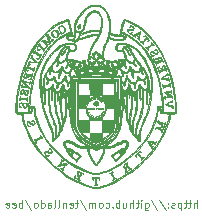
<source format=gbr>
G04 #@! TF.GenerationSoftware,KiCad,Pcbnew,5.0.2+dfsg1-1*
G04 #@! TF.CreationDate,2019-10-16T13:58:15+02:00*
G04 #@! TF.ProjectId,BEE,4245452e-6b69-4636-9164-5f7063625858,rev?*
G04 #@! TF.SameCoordinates,Original*
G04 #@! TF.FileFunction,Legend,Bot*
G04 #@! TF.FilePolarity,Positive*
%FSLAX46Y46*%
G04 Gerber Fmt 4.6, Leading zero omitted, Abs format (unit mm)*
G04 Created by KiCad (PCBNEW 5.0.2+dfsg1-1) date Wed 16 Oct 2019 01:58:15 PM CEST*
%MOMM*%
%LPD*%
G01*
G04 APERTURE LIST*
%ADD10C,0.100000*%
%ADD11C,0.010000*%
G04 APERTURE END LIST*
D10*
X114012047Y-111927047D02*
X114012047Y-111277047D01*
X113733476Y-111927047D02*
X113733476Y-111586571D01*
X113764428Y-111524666D01*
X113826333Y-111493714D01*
X113919190Y-111493714D01*
X113981095Y-111524666D01*
X114012047Y-111555619D01*
X113516809Y-111493714D02*
X113269190Y-111493714D01*
X113423952Y-111277047D02*
X113423952Y-111834190D01*
X113393000Y-111896095D01*
X113331095Y-111927047D01*
X113269190Y-111927047D01*
X113145380Y-111493714D02*
X112897761Y-111493714D01*
X113052523Y-111277047D02*
X113052523Y-111834190D01*
X113021571Y-111896095D01*
X112959666Y-111927047D01*
X112897761Y-111927047D01*
X112681095Y-111493714D02*
X112681095Y-112143714D01*
X112681095Y-111524666D02*
X112619190Y-111493714D01*
X112495380Y-111493714D01*
X112433476Y-111524666D01*
X112402523Y-111555619D01*
X112371571Y-111617523D01*
X112371571Y-111803238D01*
X112402523Y-111865142D01*
X112433476Y-111896095D01*
X112495380Y-111927047D01*
X112619190Y-111927047D01*
X112681095Y-111896095D01*
X112123952Y-111896095D02*
X112062047Y-111927047D01*
X111938238Y-111927047D01*
X111876333Y-111896095D01*
X111845380Y-111834190D01*
X111845380Y-111803238D01*
X111876333Y-111741333D01*
X111938238Y-111710380D01*
X112031095Y-111710380D01*
X112093000Y-111679428D01*
X112123952Y-111617523D01*
X112123952Y-111586571D01*
X112093000Y-111524666D01*
X112031095Y-111493714D01*
X111938238Y-111493714D01*
X111876333Y-111524666D01*
X111566809Y-111865142D02*
X111535857Y-111896095D01*
X111566809Y-111927047D01*
X111597761Y-111896095D01*
X111566809Y-111865142D01*
X111566809Y-111927047D01*
X111566809Y-111524666D02*
X111535857Y-111555619D01*
X111566809Y-111586571D01*
X111597761Y-111555619D01*
X111566809Y-111524666D01*
X111566809Y-111586571D01*
X110793000Y-111246095D02*
X111350142Y-112081809D01*
X110112047Y-111246095D02*
X110669190Y-112081809D01*
X109616809Y-111493714D02*
X109616809Y-112019904D01*
X109647761Y-112081809D01*
X109678714Y-112112761D01*
X109740619Y-112143714D01*
X109833476Y-112143714D01*
X109895380Y-112112761D01*
X109616809Y-111896095D02*
X109678714Y-111927047D01*
X109802523Y-111927047D01*
X109864428Y-111896095D01*
X109895380Y-111865142D01*
X109926333Y-111803238D01*
X109926333Y-111617523D01*
X109895380Y-111555619D01*
X109864428Y-111524666D01*
X109802523Y-111493714D01*
X109678714Y-111493714D01*
X109616809Y-111524666D01*
X109307285Y-111927047D02*
X109307285Y-111493714D01*
X109307285Y-111277047D02*
X109338238Y-111308000D01*
X109307285Y-111338952D01*
X109276333Y-111308000D01*
X109307285Y-111277047D01*
X109307285Y-111338952D01*
X109090619Y-111493714D02*
X108843000Y-111493714D01*
X108997761Y-111277047D02*
X108997761Y-111834190D01*
X108966809Y-111896095D01*
X108904904Y-111927047D01*
X108843000Y-111927047D01*
X108626333Y-111927047D02*
X108626333Y-111277047D01*
X108347761Y-111927047D02*
X108347761Y-111586571D01*
X108378714Y-111524666D01*
X108440619Y-111493714D01*
X108533476Y-111493714D01*
X108595380Y-111524666D01*
X108626333Y-111555619D01*
X107759666Y-111493714D02*
X107759666Y-111927047D01*
X108038238Y-111493714D02*
X108038238Y-111834190D01*
X108007285Y-111896095D01*
X107945380Y-111927047D01*
X107852523Y-111927047D01*
X107790619Y-111896095D01*
X107759666Y-111865142D01*
X107450142Y-111927047D02*
X107450142Y-111277047D01*
X107450142Y-111524666D02*
X107388238Y-111493714D01*
X107264428Y-111493714D01*
X107202523Y-111524666D01*
X107171571Y-111555619D01*
X107140619Y-111617523D01*
X107140619Y-111803238D01*
X107171571Y-111865142D01*
X107202523Y-111896095D01*
X107264428Y-111927047D01*
X107388238Y-111927047D01*
X107450142Y-111896095D01*
X106862047Y-111865142D02*
X106831095Y-111896095D01*
X106862047Y-111927047D01*
X106893000Y-111896095D01*
X106862047Y-111865142D01*
X106862047Y-111927047D01*
X106273952Y-111896095D02*
X106335857Y-111927047D01*
X106459666Y-111927047D01*
X106521571Y-111896095D01*
X106552523Y-111865142D01*
X106583476Y-111803238D01*
X106583476Y-111617523D01*
X106552523Y-111555619D01*
X106521571Y-111524666D01*
X106459666Y-111493714D01*
X106335857Y-111493714D01*
X106273952Y-111524666D01*
X105902523Y-111927047D02*
X105964428Y-111896095D01*
X105995380Y-111865142D01*
X106026333Y-111803238D01*
X106026333Y-111617523D01*
X105995380Y-111555619D01*
X105964428Y-111524666D01*
X105902523Y-111493714D01*
X105809666Y-111493714D01*
X105747761Y-111524666D01*
X105716809Y-111555619D01*
X105685857Y-111617523D01*
X105685857Y-111803238D01*
X105716809Y-111865142D01*
X105747761Y-111896095D01*
X105809666Y-111927047D01*
X105902523Y-111927047D01*
X105407285Y-111927047D02*
X105407285Y-111493714D01*
X105407285Y-111555619D02*
X105376333Y-111524666D01*
X105314428Y-111493714D01*
X105221571Y-111493714D01*
X105159666Y-111524666D01*
X105128714Y-111586571D01*
X105128714Y-111927047D01*
X105128714Y-111586571D02*
X105097761Y-111524666D01*
X105035857Y-111493714D01*
X104943000Y-111493714D01*
X104881095Y-111524666D01*
X104850142Y-111586571D01*
X104850142Y-111927047D01*
X104076333Y-111246095D02*
X104633476Y-112081809D01*
X103952523Y-111493714D02*
X103704904Y-111493714D01*
X103859666Y-111277047D02*
X103859666Y-111834190D01*
X103828714Y-111896095D01*
X103766809Y-111927047D01*
X103704904Y-111927047D01*
X103240619Y-111896095D02*
X103302523Y-111927047D01*
X103426333Y-111927047D01*
X103488238Y-111896095D01*
X103519190Y-111834190D01*
X103519190Y-111586571D01*
X103488238Y-111524666D01*
X103426333Y-111493714D01*
X103302523Y-111493714D01*
X103240619Y-111524666D01*
X103209666Y-111586571D01*
X103209666Y-111648476D01*
X103519190Y-111710380D01*
X102931095Y-111493714D02*
X102931095Y-111927047D01*
X102931095Y-111555619D02*
X102900142Y-111524666D01*
X102838238Y-111493714D01*
X102745380Y-111493714D01*
X102683476Y-111524666D01*
X102652523Y-111586571D01*
X102652523Y-111927047D01*
X102250142Y-111927047D02*
X102312047Y-111896095D01*
X102343000Y-111834190D01*
X102343000Y-111277047D01*
X101909666Y-111927047D02*
X101971571Y-111896095D01*
X102002523Y-111834190D01*
X102002523Y-111277047D01*
X101383476Y-111927047D02*
X101383476Y-111586571D01*
X101414428Y-111524666D01*
X101476333Y-111493714D01*
X101600142Y-111493714D01*
X101662047Y-111524666D01*
X101383476Y-111896095D02*
X101445380Y-111927047D01*
X101600142Y-111927047D01*
X101662047Y-111896095D01*
X101693000Y-111834190D01*
X101693000Y-111772285D01*
X101662047Y-111710380D01*
X101600142Y-111679428D01*
X101445380Y-111679428D01*
X101383476Y-111648476D01*
X100795380Y-111927047D02*
X100795380Y-111277047D01*
X100795380Y-111896095D02*
X100857285Y-111927047D01*
X100981095Y-111927047D01*
X101043000Y-111896095D01*
X101073952Y-111865142D01*
X101104904Y-111803238D01*
X101104904Y-111617523D01*
X101073952Y-111555619D01*
X101043000Y-111524666D01*
X100981095Y-111493714D01*
X100857285Y-111493714D01*
X100795380Y-111524666D01*
X100393000Y-111927047D02*
X100454904Y-111896095D01*
X100485857Y-111865142D01*
X100516809Y-111803238D01*
X100516809Y-111617523D01*
X100485857Y-111555619D01*
X100454904Y-111524666D01*
X100393000Y-111493714D01*
X100300142Y-111493714D01*
X100238238Y-111524666D01*
X100207285Y-111555619D01*
X100176333Y-111617523D01*
X100176333Y-111803238D01*
X100207285Y-111865142D01*
X100238238Y-111896095D01*
X100300142Y-111927047D01*
X100393000Y-111927047D01*
X99433476Y-111246095D02*
X99990619Y-112081809D01*
X99216809Y-111927047D02*
X99216809Y-111277047D01*
X99216809Y-111524666D02*
X99154904Y-111493714D01*
X99031095Y-111493714D01*
X98969190Y-111524666D01*
X98938238Y-111555619D01*
X98907285Y-111617523D01*
X98907285Y-111803238D01*
X98938238Y-111865142D01*
X98969190Y-111896095D01*
X99031095Y-111927047D01*
X99154904Y-111927047D01*
X99216809Y-111896095D01*
X98381095Y-111896095D02*
X98443000Y-111927047D01*
X98566809Y-111927047D01*
X98628714Y-111896095D01*
X98659666Y-111834190D01*
X98659666Y-111586571D01*
X98628714Y-111524666D01*
X98566809Y-111493714D01*
X98443000Y-111493714D01*
X98381095Y-111524666D01*
X98350142Y-111586571D01*
X98350142Y-111648476D01*
X98659666Y-111710380D01*
X97823952Y-111896095D02*
X97885857Y-111927047D01*
X98009666Y-111927047D01*
X98071571Y-111896095D01*
X98102523Y-111834190D01*
X98102523Y-111586571D01*
X98071571Y-111524666D01*
X98009666Y-111493714D01*
X97885857Y-111493714D01*
X97823952Y-111524666D01*
X97793000Y-111586571D01*
X97793000Y-111648476D01*
X98102523Y-111710380D01*
D11*
G04 #@! TO.C,LOGO3*
G36*
X105311222Y-102616000D02*
X105325333Y-102630111D01*
X105339444Y-102616000D01*
X105325333Y-102601889D01*
X105311222Y-102616000D01*
X105311222Y-102616000D01*
G37*
X105311222Y-102616000D02*
X105325333Y-102630111D01*
X105339444Y-102616000D01*
X105325333Y-102601889D01*
X105311222Y-102616000D01*
G36*
X105170111Y-102644222D02*
X105184222Y-102658334D01*
X105198333Y-102644222D01*
X105184222Y-102630111D01*
X105170111Y-102644222D01*
X105170111Y-102644222D01*
G37*
X105170111Y-102644222D02*
X105184222Y-102658334D01*
X105198333Y-102644222D01*
X105184222Y-102630111D01*
X105170111Y-102644222D01*
G36*
X105376610Y-102596597D02*
X105373245Y-102640705D01*
X105378838Y-102650690D01*
X105391665Y-102642273D01*
X105393661Y-102613648D01*
X105386768Y-102583534D01*
X105376610Y-102596597D01*
X105376610Y-102596597D01*
G37*
X105376610Y-102596597D02*
X105373245Y-102640705D01*
X105378838Y-102650690D01*
X105391665Y-102642273D01*
X105393661Y-102613648D01*
X105386768Y-102583534D01*
X105376610Y-102596597D01*
G36*
X105198333Y-102700667D02*
X105212444Y-102714778D01*
X105226555Y-102700667D01*
X105212444Y-102686556D01*
X105198333Y-102700667D01*
X105198333Y-102700667D01*
G37*
X105198333Y-102700667D02*
X105212444Y-102714778D01*
X105226555Y-102700667D01*
X105212444Y-102686556D01*
X105198333Y-102700667D01*
G36*
X105320629Y-102667741D02*
X105317252Y-102701234D01*
X105320629Y-102705371D01*
X105337408Y-102701496D01*
X105339444Y-102686556D01*
X105329118Y-102663326D01*
X105320629Y-102667741D01*
X105320629Y-102667741D01*
G37*
X105320629Y-102667741D02*
X105317252Y-102701234D01*
X105320629Y-102705371D01*
X105337408Y-102701496D01*
X105339444Y-102686556D01*
X105329118Y-102663326D01*
X105320629Y-102667741D01*
G36*
X105545943Y-102653042D02*
X105542579Y-102697150D01*
X105548171Y-102707134D01*
X105560998Y-102698717D01*
X105562994Y-102670093D01*
X105556102Y-102639979D01*
X105545943Y-102653042D01*
X105545943Y-102653042D01*
G37*
X105545943Y-102653042D02*
X105542579Y-102697150D01*
X105548171Y-102707134D01*
X105560998Y-102698717D01*
X105562994Y-102670093D01*
X105556102Y-102639979D01*
X105545943Y-102653042D01*
G36*
X105654249Y-102697972D02*
X105623951Y-102726389D01*
X105630167Y-102742725D01*
X105634112Y-102743000D01*
X105657983Y-102722955D01*
X105666695Y-102710417D01*
X105670021Y-102691105D01*
X105654249Y-102697972D01*
X105654249Y-102697972D01*
G37*
X105654249Y-102697972D02*
X105623951Y-102726389D01*
X105630167Y-102742725D01*
X105634112Y-102743000D01*
X105657983Y-102722955D01*
X105666695Y-102710417D01*
X105670021Y-102691105D01*
X105654249Y-102697972D01*
G36*
X105727986Y-102679968D02*
X105706333Y-102714778D01*
X105688166Y-102758413D01*
X105690236Y-102771222D01*
X105712903Y-102749588D01*
X105734555Y-102714778D01*
X105752723Y-102671143D01*
X105750652Y-102658334D01*
X105727986Y-102679968D01*
X105727986Y-102679968D01*
G37*
X105727986Y-102679968D02*
X105706333Y-102714778D01*
X105688166Y-102758413D01*
X105690236Y-102771222D01*
X105712903Y-102749588D01*
X105734555Y-102714778D01*
X105752723Y-102671143D01*
X105750652Y-102658334D01*
X105727986Y-102679968D01*
G36*
X105851805Y-102754416D02*
X105821745Y-102780651D01*
X105819222Y-102786999D01*
X105832616Y-102798599D01*
X105860501Y-102772607D01*
X105864250Y-102766862D01*
X105867577Y-102747549D01*
X105851805Y-102754416D01*
X105851805Y-102754416D01*
G37*
X105851805Y-102754416D02*
X105821745Y-102780651D01*
X105819222Y-102786999D01*
X105832616Y-102798599D01*
X105860501Y-102772607D01*
X105864250Y-102766862D01*
X105867577Y-102747549D01*
X105851805Y-102754416D01*
G36*
X105033386Y-102741353D02*
X105049206Y-102793911D01*
X105057222Y-102813556D01*
X105076470Y-102845364D01*
X105083029Y-102827667D01*
X105069702Y-102767420D01*
X105057222Y-102743000D01*
X105036058Y-102720835D01*
X105033386Y-102741353D01*
X105033386Y-102741353D01*
G37*
X105033386Y-102741353D02*
X105049206Y-102793911D01*
X105057222Y-102813556D01*
X105076470Y-102845364D01*
X105083029Y-102827667D01*
X105069702Y-102767420D01*
X105057222Y-102743000D01*
X105036058Y-102720835D01*
X105033386Y-102741353D01*
G36*
X105791000Y-102841778D02*
X105805111Y-102855889D01*
X105819222Y-102841778D01*
X105805111Y-102827667D01*
X105791000Y-102841778D01*
X105791000Y-102841778D01*
G37*
X105791000Y-102841778D02*
X105805111Y-102855889D01*
X105819222Y-102841778D01*
X105805111Y-102827667D01*
X105791000Y-102841778D01*
G36*
X105960333Y-102898222D02*
X105974444Y-102912334D01*
X105988555Y-102898222D01*
X105974444Y-102884111D01*
X105960333Y-102898222D01*
X105960333Y-102898222D01*
G37*
X105960333Y-102898222D02*
X105974444Y-102912334D01*
X105988555Y-102898222D01*
X105974444Y-102884111D01*
X105960333Y-102898222D01*
G36*
X104953864Y-102848834D02*
X104950137Y-102906614D01*
X104953864Y-102919389D01*
X104964165Y-102922934D01*
X104968099Y-102884111D01*
X104963664Y-102844046D01*
X104953864Y-102848834D01*
X104953864Y-102848834D01*
G37*
X104953864Y-102848834D02*
X104950137Y-102906614D01*
X104953864Y-102919389D01*
X104964165Y-102922934D01*
X104968099Y-102884111D01*
X104963664Y-102844046D01*
X104953864Y-102848834D01*
G36*
X105908249Y-102923750D02*
X105878189Y-102949985D01*
X105875666Y-102956332D01*
X105889060Y-102967932D01*
X105916945Y-102941940D01*
X105920695Y-102936195D01*
X105924021Y-102916883D01*
X105908249Y-102923750D01*
X105908249Y-102923750D01*
G37*
X105908249Y-102923750D02*
X105878189Y-102949985D01*
X105875666Y-102956332D01*
X105889060Y-102967932D01*
X105916945Y-102941940D01*
X105920695Y-102936195D01*
X105924021Y-102916883D01*
X105908249Y-102923750D01*
G36*
X105428465Y-102878443D02*
X105427385Y-102894622D01*
X105417736Y-102930259D01*
X105387191Y-102916738D01*
X105381778Y-102912334D01*
X105348365Y-102892549D01*
X105339479Y-102918060D01*
X105339444Y-102922103D01*
X105323437Y-102953342D01*
X105290055Y-102948497D01*
X105257096Y-102939985D01*
X105266649Y-102961497D01*
X105279400Y-102977605D01*
X105302543Y-103014050D01*
X105281411Y-103025122D01*
X105265289Y-103025655D01*
X105230367Y-103030348D01*
X105248233Y-103049504D01*
X105254778Y-103053877D01*
X105282921Y-103080443D01*
X105260425Y-103105692D01*
X105254778Y-103109457D01*
X105229768Y-103131377D01*
X105257068Y-103137551D01*
X105265289Y-103137679D01*
X105300942Y-103143830D01*
X105291012Y-103170906D01*
X105279400Y-103185729D01*
X105255757Y-103219691D01*
X105273548Y-103220683D01*
X105290055Y-103214837D01*
X105331013Y-103214040D01*
X105339444Y-103241230D01*
X105347730Y-103270312D01*
X105379420Y-103252957D01*
X105414262Y-103236886D01*
X105432590Y-103270668D01*
X105444362Y-103295989D01*
X105449059Y-103283258D01*
X105472081Y-103257961D01*
X105494666Y-103261206D01*
X105531109Y-103257009D01*
X105537000Y-103236889D01*
X105555243Y-103209503D01*
X105586389Y-103214837D01*
X105619348Y-103223349D01*
X105609795Y-103201837D01*
X105597044Y-103185729D01*
X105573901Y-103149284D01*
X105595033Y-103138211D01*
X105611155Y-103137679D01*
X105646077Y-103132985D01*
X105628211Y-103113829D01*
X105621666Y-103109457D01*
X105593523Y-103082891D01*
X105616019Y-103057641D01*
X105621666Y-103053877D01*
X105646676Y-103031956D01*
X105619376Y-103025783D01*
X105611155Y-103025655D01*
X105575512Y-103018522D01*
X105588256Y-102989305D01*
X105593980Y-102982243D01*
X105614572Y-102951646D01*
X105592274Y-102953716D01*
X105583325Y-102957040D01*
X105544886Y-102955907D01*
X105537000Y-102926008D01*
X105529041Y-102893718D01*
X105497448Y-102910026D01*
X105497024Y-102910377D01*
X105462182Y-102926447D01*
X105443854Y-102892666D01*
X105433034Y-102857857D01*
X105428465Y-102878443D01*
X105428465Y-102878443D01*
G37*
X105428465Y-102878443D02*
X105427385Y-102894622D01*
X105417736Y-102930259D01*
X105387191Y-102916738D01*
X105381778Y-102912334D01*
X105348365Y-102892549D01*
X105339479Y-102918060D01*
X105339444Y-102922103D01*
X105323437Y-102953342D01*
X105290055Y-102948497D01*
X105257096Y-102939985D01*
X105266649Y-102961497D01*
X105279400Y-102977605D01*
X105302543Y-103014050D01*
X105281411Y-103025122D01*
X105265289Y-103025655D01*
X105230367Y-103030348D01*
X105248233Y-103049504D01*
X105254778Y-103053877D01*
X105282921Y-103080443D01*
X105260425Y-103105692D01*
X105254778Y-103109457D01*
X105229768Y-103131377D01*
X105257068Y-103137551D01*
X105265289Y-103137679D01*
X105300942Y-103143830D01*
X105291012Y-103170906D01*
X105279400Y-103185729D01*
X105255757Y-103219691D01*
X105273548Y-103220683D01*
X105290055Y-103214837D01*
X105331013Y-103214040D01*
X105339444Y-103241230D01*
X105347730Y-103270312D01*
X105379420Y-103252957D01*
X105414262Y-103236886D01*
X105432590Y-103270668D01*
X105444362Y-103295989D01*
X105449059Y-103283258D01*
X105472081Y-103257961D01*
X105494666Y-103261206D01*
X105531109Y-103257009D01*
X105537000Y-103236889D01*
X105555243Y-103209503D01*
X105586389Y-103214837D01*
X105619348Y-103223349D01*
X105609795Y-103201837D01*
X105597044Y-103185729D01*
X105573901Y-103149284D01*
X105595033Y-103138211D01*
X105611155Y-103137679D01*
X105646077Y-103132985D01*
X105628211Y-103113829D01*
X105621666Y-103109457D01*
X105593523Y-103082891D01*
X105616019Y-103057641D01*
X105621666Y-103053877D01*
X105646676Y-103031956D01*
X105619376Y-103025783D01*
X105611155Y-103025655D01*
X105575512Y-103018522D01*
X105588256Y-102989305D01*
X105593980Y-102982243D01*
X105614572Y-102951646D01*
X105592274Y-102953716D01*
X105583325Y-102957040D01*
X105544886Y-102955907D01*
X105537000Y-102926008D01*
X105529041Y-102893718D01*
X105497448Y-102910026D01*
X105497024Y-102910377D01*
X105462182Y-102926447D01*
X105443854Y-102892666D01*
X105433034Y-102857857D01*
X105428465Y-102878443D01*
G36*
X104803222Y-103462667D02*
X104817333Y-103476778D01*
X104831444Y-103462667D01*
X104817333Y-103448556D01*
X104803222Y-103462667D01*
X104803222Y-103462667D01*
G37*
X104803222Y-103462667D02*
X104817333Y-103476778D01*
X104831444Y-103462667D01*
X104817333Y-103448556D01*
X104803222Y-103462667D01*
G36*
X105480555Y-103462667D02*
X105494666Y-103476778D01*
X105508778Y-103462667D01*
X105494666Y-103448556D01*
X105480555Y-103462667D01*
X105480555Y-103462667D01*
G37*
X105480555Y-103462667D02*
X105494666Y-103476778D01*
X105508778Y-103462667D01*
X105494666Y-103448556D01*
X105480555Y-103462667D01*
G36*
X105151296Y-103457963D02*
X105147918Y-103491456D01*
X105151296Y-103495593D01*
X105168074Y-103491719D01*
X105170111Y-103476778D01*
X105159785Y-103453548D01*
X105151296Y-103457963D01*
X105151296Y-103457963D01*
G37*
X105151296Y-103457963D02*
X105147918Y-103491456D01*
X105151296Y-103495593D01*
X105168074Y-103491719D01*
X105170111Y-103476778D01*
X105159785Y-103453548D01*
X105151296Y-103457963D01*
G36*
X105593444Y-103519111D02*
X105607555Y-103533222D01*
X105621666Y-103519111D01*
X105607555Y-103505000D01*
X105593444Y-103519111D01*
X105593444Y-103519111D01*
G37*
X105593444Y-103519111D02*
X105607555Y-103533222D01*
X105621666Y-103519111D01*
X105607555Y-103505000D01*
X105593444Y-103519111D01*
G36*
X105706333Y-103519111D02*
X105720444Y-103533222D01*
X105734555Y-103519111D01*
X105720444Y-103505000D01*
X105706333Y-103519111D01*
X105706333Y-103519111D01*
G37*
X105706333Y-103519111D02*
X105720444Y-103533222D01*
X105734555Y-103519111D01*
X105720444Y-103505000D01*
X105706333Y-103519111D01*
G36*
X105057222Y-103547334D02*
X105071333Y-103561445D01*
X105085444Y-103547334D01*
X105071333Y-103533222D01*
X105057222Y-103547334D01*
X105057222Y-103547334D01*
G37*
X105057222Y-103547334D02*
X105071333Y-103561445D01*
X105085444Y-103547334D01*
X105071333Y-103533222D01*
X105057222Y-103547334D01*
G36*
X105306659Y-103467800D02*
X105283000Y-103490889D01*
X105257059Y-103535005D01*
X105269664Y-103544422D01*
X105307014Y-103514408D01*
X105332627Y-103475236D01*
X105332202Y-103460128D01*
X105306659Y-103467800D01*
X105306659Y-103467800D01*
G37*
X105306659Y-103467800D02*
X105283000Y-103490889D01*
X105257059Y-103535005D01*
X105269664Y-103544422D01*
X105307014Y-103514408D01*
X105332627Y-103475236D01*
X105332202Y-103460128D01*
X105306659Y-103467800D01*
G36*
X105452333Y-103519111D02*
X105425410Y-103544472D01*
X105424111Y-103548999D01*
X105445946Y-103561121D01*
X105452333Y-103561445D01*
X105479471Y-103539749D01*
X105480555Y-103531557D01*
X105463265Y-103514701D01*
X105452333Y-103519111D01*
X105452333Y-103519111D01*
G37*
X105452333Y-103519111D02*
X105425410Y-103544472D01*
X105424111Y-103548999D01*
X105445946Y-103561121D01*
X105452333Y-103561445D01*
X105479471Y-103539749D01*
X105480555Y-103531557D01*
X105463265Y-103514701D01*
X105452333Y-103519111D01*
G36*
X104803222Y-103575556D02*
X104817333Y-103589667D01*
X104831444Y-103575556D01*
X104817333Y-103561445D01*
X104803222Y-103575556D01*
X104803222Y-103575556D01*
G37*
X104803222Y-103575556D02*
X104817333Y-103589667D01*
X104831444Y-103575556D01*
X104817333Y-103561445D01*
X104803222Y-103575556D01*
G36*
X104979991Y-103466595D02*
X104974734Y-103474219D01*
X104960244Y-103530254D01*
X104964075Y-103551830D01*
X104984719Y-103587306D01*
X104997192Y-103568267D01*
X105000345Y-103512056D01*
X104995470Y-103463276D01*
X104979991Y-103466595D01*
X104979991Y-103466595D01*
G37*
X104979991Y-103466595D02*
X104974734Y-103474219D01*
X104960244Y-103530254D01*
X104964075Y-103551830D01*
X104984719Y-103587306D01*
X104997192Y-103568267D01*
X105000345Y-103512056D01*
X104995470Y-103463276D01*
X104979991Y-103466595D01*
G36*
X105141889Y-103575556D02*
X105156000Y-103589667D01*
X105170111Y-103575556D01*
X105156000Y-103561445D01*
X105141889Y-103575556D01*
X105141889Y-103575556D01*
G37*
X105141889Y-103575556D02*
X105156000Y-103589667D01*
X105170111Y-103575556D01*
X105156000Y-103561445D01*
X105141889Y-103575556D01*
G36*
X105772839Y-103479518D02*
X105771442Y-103484371D01*
X105767310Y-103545847D01*
X105772488Y-103569037D01*
X105781753Y-103569975D01*
X105785537Y-103525795D01*
X105785498Y-103519111D01*
X105781428Y-103475340D01*
X105772839Y-103479518D01*
X105772839Y-103479518D01*
G37*
X105772839Y-103479518D02*
X105771442Y-103484371D01*
X105767310Y-103545847D01*
X105772488Y-103569037D01*
X105781753Y-103569975D01*
X105785537Y-103525795D01*
X105785498Y-103519111D01*
X105781428Y-103475340D01*
X105772839Y-103479518D01*
G36*
X105911324Y-103466595D02*
X105906068Y-103474219D01*
X105891578Y-103530254D01*
X105895408Y-103551830D01*
X105916052Y-103587306D01*
X105928526Y-103568267D01*
X105931679Y-103512056D01*
X105926803Y-103463276D01*
X105911324Y-103466595D01*
X105911324Y-103466595D01*
G37*
X105911324Y-103466595D02*
X105906068Y-103474219D01*
X105891578Y-103530254D01*
X105895408Y-103551830D01*
X105916052Y-103587306D01*
X105928526Y-103568267D01*
X105931679Y-103512056D01*
X105926803Y-103463276D01*
X105911324Y-103466595D01*
G36*
X106055061Y-103479518D02*
X106053664Y-103484371D01*
X106049533Y-103545847D01*
X106054710Y-103569037D01*
X106063975Y-103569975D01*
X106067759Y-103525795D01*
X106067720Y-103519111D01*
X106063651Y-103475340D01*
X106055061Y-103479518D01*
X106055061Y-103479518D01*
G37*
X106055061Y-103479518D02*
X106053664Y-103484371D01*
X106049533Y-103545847D01*
X106054710Y-103569037D01*
X106063975Y-103569975D01*
X106067759Y-103525795D01*
X106067720Y-103519111D01*
X106063651Y-103475340D01*
X106055061Y-103479518D01*
G36*
X106026185Y-103768408D02*
X106030059Y-103785186D01*
X106045000Y-103787222D01*
X106068230Y-103776896D01*
X106063815Y-103768408D01*
X106030321Y-103765030D01*
X106026185Y-103768408D01*
X106026185Y-103768408D01*
G37*
X106026185Y-103768408D02*
X106030059Y-103785186D01*
X106045000Y-103787222D01*
X106068230Y-103776896D01*
X106063815Y-103768408D01*
X106030321Y-103765030D01*
X106026185Y-103768408D01*
G36*
X104831589Y-103830373D02*
X104817333Y-103843667D01*
X104806274Y-103865519D01*
X104822458Y-103864840D01*
X104873778Y-103843667D01*
X104909237Y-103825023D01*
X104893293Y-103818049D01*
X104882499Y-103817428D01*
X104831589Y-103830373D01*
X104831589Y-103830373D01*
G37*
X104831589Y-103830373D02*
X104817333Y-103843667D01*
X104806274Y-103865519D01*
X104822458Y-103864840D01*
X104873778Y-103843667D01*
X104909237Y-103825023D01*
X104893293Y-103818049D01*
X104882499Y-103817428D01*
X104831589Y-103830373D01*
G36*
X105988555Y-103857778D02*
X106002666Y-103871889D01*
X106016778Y-103857778D01*
X106002666Y-103843667D01*
X105988555Y-103857778D01*
X105988555Y-103857778D01*
G37*
X105988555Y-103857778D02*
X106002666Y-103871889D01*
X106016778Y-103857778D01*
X106002666Y-103843667D01*
X105988555Y-103857778D01*
G36*
X104976916Y-103967972D02*
X104946856Y-103994207D01*
X104944333Y-104000555D01*
X104957727Y-104012154D01*
X104985612Y-103986162D01*
X104989361Y-103980417D01*
X104992688Y-103961105D01*
X104976916Y-103967972D01*
X104976916Y-103967972D01*
G37*
X104976916Y-103967972D02*
X104946856Y-103994207D01*
X104944333Y-104000555D01*
X104957727Y-104012154D01*
X104985612Y-103986162D01*
X104989361Y-103980417D01*
X104992688Y-103961105D01*
X104976916Y-103967972D01*
G36*
X105908275Y-103926687D02*
X105924095Y-103979245D01*
X105932111Y-103998889D01*
X105951359Y-104030697D01*
X105957917Y-104013000D01*
X105944591Y-103952753D01*
X105932111Y-103928334D01*
X105910947Y-103906168D01*
X105908275Y-103926687D01*
X105908275Y-103926687D01*
G37*
X105908275Y-103926687D02*
X105924095Y-103979245D01*
X105932111Y-103998889D01*
X105951359Y-104030697D01*
X105957917Y-104013000D01*
X105944591Y-103952753D01*
X105932111Y-103928334D01*
X105910947Y-103906168D01*
X105908275Y-103926687D01*
G36*
X105859844Y-104029781D02*
X105875666Y-104055334D01*
X105909062Y-104090383D01*
X105920570Y-104097667D01*
X105920850Y-104076302D01*
X105914095Y-104055334D01*
X105884486Y-104017943D01*
X105869191Y-104013000D01*
X105859844Y-104029781D01*
X105859844Y-104029781D01*
G37*
X105859844Y-104029781D02*
X105875666Y-104055334D01*
X105909062Y-104090383D01*
X105920570Y-104097667D01*
X105920850Y-104076302D01*
X105914095Y-104055334D01*
X105884486Y-104017943D01*
X105869191Y-104013000D01*
X105859844Y-104029781D01*
G36*
X105099165Y-104080582D02*
X105064278Y-104097103D01*
X105016171Y-104124995D01*
X105000778Y-104140993D01*
X105009645Y-104152772D01*
X105043526Y-104133096D01*
X105072995Y-104110221D01*
X105109355Y-104079840D01*
X105099165Y-104080582D01*
X105099165Y-104080582D01*
G37*
X105099165Y-104080582D02*
X105064278Y-104097103D01*
X105016171Y-104124995D01*
X105000778Y-104140993D01*
X105009645Y-104152772D01*
X105043526Y-104133096D01*
X105072995Y-104110221D01*
X105109355Y-104079840D01*
X105099165Y-104080582D01*
G36*
X105565222Y-104168222D02*
X105579333Y-104182334D01*
X105593444Y-104168222D01*
X105579333Y-104154111D01*
X105565222Y-104168222D01*
X105565222Y-104168222D01*
G37*
X105565222Y-104168222D02*
X105579333Y-104182334D01*
X105593444Y-104168222D01*
X105579333Y-104154111D01*
X105565222Y-104168222D01*
G36*
X105729446Y-104130803D02*
X105729028Y-104132945D01*
X105722132Y-104193410D01*
X105730319Y-104208911D01*
X105750234Y-104174207D01*
X105752214Y-104169153D01*
X105759519Y-104109645D01*
X105755999Y-104091542D01*
X105743331Y-104088395D01*
X105729446Y-104130803D01*
X105729446Y-104130803D01*
G37*
X105729446Y-104130803D02*
X105729028Y-104132945D01*
X105722132Y-104193410D01*
X105730319Y-104208911D01*
X105750234Y-104174207D01*
X105752214Y-104169153D01*
X105759519Y-104109645D01*
X105755999Y-104091542D01*
X105743331Y-104088395D01*
X105729446Y-104130803D01*
G36*
X105433518Y-104191741D02*
X105430141Y-104225234D01*
X105433518Y-104229371D01*
X105450296Y-104225496D01*
X105452333Y-104210556D01*
X105442007Y-104187326D01*
X105433518Y-104191741D01*
X105433518Y-104191741D01*
G37*
X105433518Y-104191741D02*
X105430141Y-104225234D01*
X105433518Y-104229371D01*
X105450296Y-104225496D01*
X105452333Y-104210556D01*
X105442007Y-104187326D01*
X105433518Y-104191741D01*
G36*
X105219986Y-104175746D02*
X105198333Y-104210556D01*
X105180166Y-104254191D01*
X105182236Y-104267000D01*
X105204903Y-104245366D01*
X105226555Y-104210556D01*
X105244723Y-104166921D01*
X105242652Y-104154111D01*
X105219986Y-104175746D01*
X105219986Y-104175746D01*
G37*
X105219986Y-104175746D02*
X105198333Y-104210556D01*
X105180166Y-104254191D01*
X105182236Y-104267000D01*
X105204903Y-104245366D01*
X105226555Y-104210556D01*
X105244723Y-104166921D01*
X105242652Y-104154111D01*
X105219986Y-104175746D01*
G36*
X105602388Y-104233486D02*
X105599023Y-104277594D01*
X105604616Y-104287579D01*
X105617443Y-104279162D01*
X105619438Y-104250537D01*
X105612546Y-104220423D01*
X105602388Y-104233486D01*
X105602388Y-104233486D01*
G37*
X105602388Y-104233486D02*
X105599023Y-104277594D01*
X105604616Y-104287579D01*
X105617443Y-104279162D01*
X105619438Y-104250537D01*
X105612546Y-104220423D01*
X105602388Y-104233486D01*
G36*
X105405296Y-104276408D02*
X105401918Y-104309901D01*
X105405296Y-104314037D01*
X105422074Y-104310163D01*
X105424111Y-104295222D01*
X105413785Y-104271992D01*
X105405296Y-104276408D01*
X105405296Y-104276408D01*
G37*
X105405296Y-104276408D02*
X105401918Y-104309901D01*
X105405296Y-104314037D01*
X105422074Y-104310163D01*
X105424111Y-104295222D01*
X105413785Y-104271992D01*
X105405296Y-104276408D01*
G36*
X104039861Y-96358841D02*
X103982142Y-96414437D01*
X103927191Y-96486449D01*
X103889293Y-96557985D01*
X103883592Y-96575991D01*
X103883942Y-96658267D01*
X103920226Y-96722170D01*
X103978877Y-96757936D01*
X104046330Y-96755799D01*
X104092022Y-96726022D01*
X104118101Y-96673249D01*
X104124766Y-96626627D01*
X104033824Y-96626627D01*
X104028631Y-96644541D01*
X104000715Y-96673507D01*
X103986624Y-96647771D01*
X103984778Y-96613134D01*
X103991692Y-96572189D01*
X104015530Y-96581802D01*
X104016185Y-96582452D01*
X104033824Y-96626627D01*
X104124766Y-96626627D01*
X104125889Y-96618778D01*
X104113568Y-96549953D01*
X104092022Y-96511534D01*
X104072687Y-96473129D01*
X104092022Y-96443800D01*
X104122491Y-96392889D01*
X104117324Y-96350709D01*
X104086064Y-96336556D01*
X104039861Y-96358841D01*
X104039861Y-96358841D01*
G37*
X104039861Y-96358841D02*
X103982142Y-96414437D01*
X103927191Y-96486449D01*
X103889293Y-96557985D01*
X103883592Y-96575991D01*
X103883942Y-96658267D01*
X103920226Y-96722170D01*
X103978877Y-96757936D01*
X104046330Y-96755799D01*
X104092022Y-96726022D01*
X104118101Y-96673249D01*
X104124766Y-96626627D01*
X104033824Y-96626627D01*
X104028631Y-96644541D01*
X104000715Y-96673507D01*
X103986624Y-96647771D01*
X103984778Y-96613134D01*
X103991692Y-96572189D01*
X104015530Y-96581802D01*
X104016185Y-96582452D01*
X104033824Y-96626627D01*
X104124766Y-96626627D01*
X104125889Y-96618778D01*
X104113568Y-96549953D01*
X104092022Y-96511534D01*
X104072687Y-96473129D01*
X104092022Y-96443800D01*
X104122491Y-96392889D01*
X104117324Y-96350709D01*
X104086064Y-96336556D01*
X104039861Y-96358841D01*
G36*
X102373730Y-96532241D02*
X102353036Y-96548222D01*
X102291328Y-96593870D01*
X102244480Y-96617758D01*
X102237981Y-96618778D01*
X102213949Y-96622840D01*
X102210915Y-96643636D01*
X102230555Y-96694077D01*
X102254338Y-96744820D01*
X102295798Y-96818357D01*
X102323562Y-96840589D01*
X102334527Y-96811344D01*
X102328826Y-96748955D01*
X102336955Y-96653474D01*
X102386264Y-96578044D01*
X102465167Y-96537395D01*
X102497831Y-96534111D01*
X102576514Y-96559817D01*
X102652705Y-96627761D01*
X102716821Y-96724186D01*
X102759282Y-96835331D01*
X102771222Y-96926686D01*
X102747934Y-97013309D01*
X102688803Y-97072184D01*
X102609933Y-97097038D01*
X102527423Y-97081601D01*
X102474889Y-97042111D01*
X102422355Y-96993716D01*
X102398178Y-96992426D01*
X102404533Y-97035339D01*
X102432555Y-97098556D01*
X102478906Y-97180921D01*
X102507002Y-97210319D01*
X102517173Y-97187078D01*
X102517222Y-97183222D01*
X102541143Y-97161154D01*
X102580722Y-97154895D01*
X102686247Y-97128887D01*
X102780644Y-97060210D01*
X102847166Y-96962361D01*
X102858746Y-96930813D01*
X102872232Y-96806477D01*
X102842594Y-96692856D01*
X102779153Y-96597001D01*
X102691227Y-96525962D01*
X102588135Y-96486789D01*
X102479196Y-96486532D01*
X102373730Y-96532241D01*
X102373730Y-96532241D01*
G37*
X102373730Y-96532241D02*
X102353036Y-96548222D01*
X102291328Y-96593870D01*
X102244480Y-96617758D01*
X102237981Y-96618778D01*
X102213949Y-96622840D01*
X102210915Y-96643636D01*
X102230555Y-96694077D01*
X102254338Y-96744820D01*
X102295798Y-96818357D01*
X102323562Y-96840589D01*
X102334527Y-96811344D01*
X102328826Y-96748955D01*
X102336955Y-96653474D01*
X102386264Y-96578044D01*
X102465167Y-96537395D01*
X102497831Y-96534111D01*
X102576514Y-96559817D01*
X102652705Y-96627761D01*
X102716821Y-96724186D01*
X102759282Y-96835331D01*
X102771222Y-96926686D01*
X102747934Y-97013309D01*
X102688803Y-97072184D01*
X102609933Y-97097038D01*
X102527423Y-97081601D01*
X102474889Y-97042111D01*
X102422355Y-96993716D01*
X102398178Y-96992426D01*
X102404533Y-97035339D01*
X102432555Y-97098556D01*
X102478906Y-97180921D01*
X102507002Y-97210319D01*
X102517173Y-97187078D01*
X102517222Y-97183222D01*
X102541143Y-97161154D01*
X102580722Y-97154895D01*
X102686247Y-97128887D01*
X102780644Y-97060210D01*
X102847166Y-96962361D01*
X102858746Y-96930813D01*
X102872232Y-96806477D01*
X102842594Y-96692856D01*
X102779153Y-96597001D01*
X102691227Y-96525962D01*
X102588135Y-96486789D01*
X102479196Y-96486532D01*
X102373730Y-96532241D01*
G36*
X101834440Y-96869411D02*
X101741667Y-96933165D01*
X101674714Y-97020550D01*
X101656298Y-97070999D01*
X101652527Y-97196017D01*
X101691650Y-97306994D01*
X101763677Y-97397782D01*
X101858614Y-97462228D01*
X101966469Y-97494182D01*
X102077250Y-97487493D01*
X102180964Y-97436012D01*
X102208949Y-97411171D01*
X102273306Y-97312180D01*
X102274473Y-97305115D01*
X102201575Y-97305115D01*
X102168130Y-97386561D01*
X102105316Y-97434905D01*
X102023383Y-97442535D01*
X101932583Y-97401840D01*
X101926906Y-97397564D01*
X101861919Y-97331556D01*
X101798933Y-97242599D01*
X101750055Y-97150670D01*
X101727392Y-97075745D01*
X101727000Y-97067699D01*
X101752284Y-96987572D01*
X101816555Y-96926665D01*
X101902444Y-96901065D01*
X101906983Y-96901000D01*
X101959987Y-96922396D01*
X102029276Y-96976942D01*
X102100816Y-97050180D01*
X102160575Y-97127649D01*
X102194518Y-97194890D01*
X102195401Y-97198180D01*
X102201575Y-97305115D01*
X102274473Y-97305115D01*
X102291693Y-97200886D01*
X102269504Y-97088390D01*
X102212133Y-96985791D01*
X102124975Y-96904189D01*
X102013424Y-96854682D01*
X101933776Y-96844972D01*
X101834440Y-96869411D01*
X101834440Y-96869411D01*
G37*
X101834440Y-96869411D02*
X101741667Y-96933165D01*
X101674714Y-97020550D01*
X101656298Y-97070999D01*
X101652527Y-97196017D01*
X101691650Y-97306994D01*
X101763677Y-97397782D01*
X101858614Y-97462228D01*
X101966469Y-97494182D01*
X102077250Y-97487493D01*
X102180964Y-97436012D01*
X102208949Y-97411171D01*
X102273306Y-97312180D01*
X102274473Y-97305115D01*
X102201575Y-97305115D01*
X102168130Y-97386561D01*
X102105316Y-97434905D01*
X102023383Y-97442535D01*
X101932583Y-97401840D01*
X101926906Y-97397564D01*
X101861919Y-97331556D01*
X101798933Y-97242599D01*
X101750055Y-97150670D01*
X101727392Y-97075745D01*
X101727000Y-97067699D01*
X101752284Y-96987572D01*
X101816555Y-96926665D01*
X101902444Y-96901065D01*
X101906983Y-96901000D01*
X101959987Y-96922396D01*
X102029276Y-96976942D01*
X102100816Y-97050180D01*
X102160575Y-97127649D01*
X102194518Y-97194890D01*
X102195401Y-97198180D01*
X102201575Y-97305115D01*
X102274473Y-97305115D01*
X102291693Y-97200886D01*
X102269504Y-97088390D01*
X102212133Y-96985791D01*
X102124975Y-96904189D01*
X102013424Y-96854682D01*
X101933776Y-96844972D01*
X101834440Y-96869411D01*
G36*
X101342226Y-97247473D02*
X101317778Y-97267889D01*
X101269730Y-97322156D01*
X101247418Y-97365348D01*
X101247222Y-97368063D01*
X101258334Y-97407942D01*
X101287932Y-97484667D01*
X101330414Y-97584036D01*
X101346983Y-97620864D01*
X101390862Y-97721158D01*
X101422012Y-97800202D01*
X101435649Y-97845505D01*
X101435225Y-97851294D01*
X101405599Y-97846924D01*
X101336829Y-97825210D01*
X101241924Y-97790400D01*
X101207729Y-97777017D01*
X101085575Y-97729670D01*
X101003160Y-97703261D01*
X100948100Y-97697068D01*
X100908010Y-97710367D01*
X100870507Y-97742435D01*
X100857030Y-97756541D01*
X100813503Y-97810301D01*
X100796952Y-97845015D01*
X100809050Y-97851126D01*
X100845055Y-97824954D01*
X100871061Y-97807229D01*
X100899756Y-97807695D01*
X100940661Y-97831834D01*
X101003295Y-97885128D01*
X101089305Y-97965579D01*
X101180157Y-98053905D01*
X101234727Y-98114067D01*
X101259191Y-98155090D01*
X101259725Y-98186001D01*
X101251583Y-98202727D01*
X101220001Y-98263938D01*
X101222472Y-98286886D01*
X101253217Y-98273298D01*
X101306454Y-98224902D01*
X101353055Y-98172390D01*
X101410210Y-98098875D01*
X101440433Y-98050313D01*
X101440849Y-98032946D01*
X101408586Y-98053017D01*
X101407667Y-98053776D01*
X101378181Y-98060408D01*
X101333179Y-98036316D01*
X101264640Y-97976279D01*
X101218619Y-97930726D01*
X101066681Y-97776876D01*
X101316921Y-97875117D01*
X101425846Y-97916157D01*
X101513619Y-97945987D01*
X101568162Y-97960674D01*
X101579788Y-97960730D01*
X101580911Y-97929437D01*
X101558876Y-97857842D01*
X101512458Y-97742485D01*
X101460695Y-97624704D01*
X101386375Y-97459407D01*
X101543216Y-97593401D01*
X101626943Y-97669089D01*
X101671893Y-97722630D01*
X101685465Y-97764344D01*
X101681955Y-97786920D01*
X101675944Y-97818780D01*
X101692492Y-97815778D01*
X101739281Y-97775346D01*
X101751870Y-97763553D01*
X101810711Y-97701891D01*
X101836987Y-97661363D01*
X101828490Y-97648497D01*
X101783747Y-97669360D01*
X101754077Y-97681766D01*
X101721379Y-97675977D01*
X101676318Y-97646068D01*
X101609556Y-97586116D01*
X101530076Y-97508405D01*
X101429151Y-97402709D01*
X101371532Y-97329058D01*
X101357955Y-97288426D01*
X101360439Y-97284494D01*
X101390816Y-97242823D01*
X101381033Y-97229038D01*
X101342226Y-97247473D01*
X101342226Y-97247473D01*
G37*
X101342226Y-97247473D02*
X101317778Y-97267889D01*
X101269730Y-97322156D01*
X101247418Y-97365348D01*
X101247222Y-97368063D01*
X101258334Y-97407942D01*
X101287932Y-97484667D01*
X101330414Y-97584036D01*
X101346983Y-97620864D01*
X101390862Y-97721158D01*
X101422012Y-97800202D01*
X101435649Y-97845505D01*
X101435225Y-97851294D01*
X101405599Y-97846924D01*
X101336829Y-97825210D01*
X101241924Y-97790400D01*
X101207729Y-97777017D01*
X101085575Y-97729670D01*
X101003160Y-97703261D01*
X100948100Y-97697068D01*
X100908010Y-97710367D01*
X100870507Y-97742435D01*
X100857030Y-97756541D01*
X100813503Y-97810301D01*
X100796952Y-97845015D01*
X100809050Y-97851126D01*
X100845055Y-97824954D01*
X100871061Y-97807229D01*
X100899756Y-97807695D01*
X100940661Y-97831834D01*
X101003295Y-97885128D01*
X101089305Y-97965579D01*
X101180157Y-98053905D01*
X101234727Y-98114067D01*
X101259191Y-98155090D01*
X101259725Y-98186001D01*
X101251583Y-98202727D01*
X101220001Y-98263938D01*
X101222472Y-98286886D01*
X101253217Y-98273298D01*
X101306454Y-98224902D01*
X101353055Y-98172390D01*
X101410210Y-98098875D01*
X101440433Y-98050313D01*
X101440849Y-98032946D01*
X101408586Y-98053017D01*
X101407667Y-98053776D01*
X101378181Y-98060408D01*
X101333179Y-98036316D01*
X101264640Y-97976279D01*
X101218619Y-97930726D01*
X101066681Y-97776876D01*
X101316921Y-97875117D01*
X101425846Y-97916157D01*
X101513619Y-97945987D01*
X101568162Y-97960674D01*
X101579788Y-97960730D01*
X101580911Y-97929437D01*
X101558876Y-97857842D01*
X101512458Y-97742485D01*
X101460695Y-97624704D01*
X101386375Y-97459407D01*
X101543216Y-97593401D01*
X101626943Y-97669089D01*
X101671893Y-97722630D01*
X101685465Y-97764344D01*
X101681955Y-97786920D01*
X101675944Y-97818780D01*
X101692492Y-97815778D01*
X101739281Y-97775346D01*
X101751870Y-97763553D01*
X101810711Y-97701891D01*
X101836987Y-97661363D01*
X101828490Y-97648497D01*
X101783747Y-97669360D01*
X101754077Y-97681766D01*
X101721379Y-97675977D01*
X101676318Y-97646068D01*
X101609556Y-97586116D01*
X101530076Y-97508405D01*
X101429151Y-97402709D01*
X101371532Y-97329058D01*
X101357955Y-97288426D01*
X101360439Y-97284494D01*
X101390816Y-97242823D01*
X101381033Y-97229038D01*
X101342226Y-97247473D01*
G36*
X100629565Y-98025700D02*
X100583785Y-98086704D01*
X100532567Y-98170175D01*
X100484210Y-98261362D01*
X100447011Y-98345516D01*
X100429266Y-98407887D01*
X100428778Y-98415828D01*
X100450041Y-98510400D01*
X100505999Y-98569685D01*
X100584907Y-98590480D01*
X100675018Y-98569578D01*
X100761764Y-98506694D01*
X100847448Y-98419054D01*
X100934446Y-98470446D01*
X101001466Y-98517179D01*
X101018912Y-98552042D01*
X100993222Y-98580222D01*
X100966076Y-98616303D01*
X100965000Y-98624221D01*
X100976937Y-98650478D01*
X101012063Y-98626627D01*
X101069352Y-98553548D01*
X101099055Y-98509488D01*
X101159900Y-98412191D01*
X101186348Y-98358732D01*
X101178618Y-98348359D01*
X101136925Y-98380322D01*
X101136112Y-98381057D01*
X101109490Y-98403937D01*
X101084920Y-98414076D01*
X101052816Y-98407460D01*
X101028896Y-98394152D01*
X100790363Y-98394152D01*
X100778227Y-98424506D01*
X100755526Y-98450799D01*
X100685328Y-98501718D01*
X100609557Y-98499193D01*
X100547946Y-98465733D01*
X100498049Y-98403198D01*
X100487532Y-98327086D01*
X100519089Y-98261311D01*
X100560198Y-98233317D01*
X100606302Y-98237987D01*
X100671043Y-98278825D01*
X100710511Y-98310448D01*
X100769591Y-98361743D01*
X100790363Y-98394152D01*
X101028896Y-98394152D01*
X101003593Y-98380075D01*
X100927666Y-98327907D01*
X100815449Y-98246942D01*
X100814876Y-98246527D01*
X100714751Y-98169685D01*
X100660454Y-98116582D01*
X100648471Y-98083544D01*
X100652599Y-98077001D01*
X100680189Y-98033810D01*
X100674076Y-98004939D01*
X100661611Y-98001914D01*
X100629565Y-98025700D01*
X100629565Y-98025700D01*
G37*
X100629565Y-98025700D02*
X100583785Y-98086704D01*
X100532567Y-98170175D01*
X100484210Y-98261362D01*
X100447011Y-98345516D01*
X100429266Y-98407887D01*
X100428778Y-98415828D01*
X100450041Y-98510400D01*
X100505999Y-98569685D01*
X100584907Y-98590480D01*
X100675018Y-98569578D01*
X100761764Y-98506694D01*
X100847448Y-98419054D01*
X100934446Y-98470446D01*
X101001466Y-98517179D01*
X101018912Y-98552042D01*
X100993222Y-98580222D01*
X100966076Y-98616303D01*
X100965000Y-98624221D01*
X100976937Y-98650478D01*
X101012063Y-98626627D01*
X101069352Y-98553548D01*
X101099055Y-98509488D01*
X101159900Y-98412191D01*
X101186348Y-98358732D01*
X101178618Y-98348359D01*
X101136925Y-98380322D01*
X101136112Y-98381057D01*
X101109490Y-98403937D01*
X101084920Y-98414076D01*
X101052816Y-98407460D01*
X101028896Y-98394152D01*
X100790363Y-98394152D01*
X100778227Y-98424506D01*
X100755526Y-98450799D01*
X100685328Y-98501718D01*
X100609557Y-98499193D01*
X100547946Y-98465733D01*
X100498049Y-98403198D01*
X100487532Y-98327086D01*
X100519089Y-98261311D01*
X100560198Y-98233317D01*
X100606302Y-98237987D01*
X100671043Y-98278825D01*
X100710511Y-98310448D01*
X100769591Y-98361743D01*
X100790363Y-98394152D01*
X101028896Y-98394152D01*
X101003593Y-98380075D01*
X100927666Y-98327907D01*
X100815449Y-98246942D01*
X100814876Y-98246527D01*
X100714751Y-98169685D01*
X100660454Y-98116582D01*
X100648471Y-98083544D01*
X100652599Y-98077001D01*
X100680189Y-98033810D01*
X100674076Y-98004939D01*
X100661611Y-98001914D01*
X100629565Y-98025700D01*
G36*
X100265124Y-98587847D02*
X100223288Y-98642457D01*
X100176453Y-98714045D01*
X100134455Y-98786713D01*
X100107131Y-98844566D01*
X100103429Y-98871059D01*
X100129448Y-98863920D01*
X100156692Y-98834886D01*
X100178120Y-98811501D01*
X100205027Y-98804979D01*
X100248924Y-98818357D01*
X100321321Y-98854671D01*
X100403344Y-98899959D01*
X100527351Y-98969049D01*
X100609181Y-99016921D01*
X100655134Y-99051265D01*
X100671514Y-99079773D01*
X100664621Y-99110136D01*
X100640758Y-99150045D01*
X100626607Y-99172446D01*
X100581577Y-99237367D01*
X100541490Y-99263417D01*
X100485451Y-99261909D01*
X100467309Y-99258704D01*
X100395573Y-99249974D01*
X100376906Y-99260205D01*
X100411445Y-99288748D01*
X100455598Y-99313275D01*
X100521492Y-99345609D01*
X100559020Y-99347964D01*
X100589979Y-99313872D01*
X100619560Y-99264611D01*
X100711405Y-99107451D01*
X100774403Y-98994574D01*
X100810017Y-98922645D01*
X100819709Y-98888331D01*
X100804942Y-98888297D01*
X100773657Y-98913266D01*
X100745814Y-98933079D01*
X100713826Y-98936373D01*
X100665930Y-98919545D01*
X100590363Y-98878993D01*
X100512602Y-98833312D01*
X100414027Y-98775330D01*
X100332868Y-98728806D01*
X100282136Y-98701151D01*
X100273555Y-98697136D01*
X100263150Y-98667510D01*
X100280850Y-98626243D01*
X100299191Y-98581477D01*
X100292124Y-98566111D01*
X100265124Y-98587847D01*
X100265124Y-98587847D01*
G37*
X100265124Y-98587847D02*
X100223288Y-98642457D01*
X100176453Y-98714045D01*
X100134455Y-98786713D01*
X100107131Y-98844566D01*
X100103429Y-98871059D01*
X100129448Y-98863920D01*
X100156692Y-98834886D01*
X100178120Y-98811501D01*
X100205027Y-98804979D01*
X100248924Y-98818357D01*
X100321321Y-98854671D01*
X100403344Y-98899959D01*
X100527351Y-98969049D01*
X100609181Y-99016921D01*
X100655134Y-99051265D01*
X100671514Y-99079773D01*
X100664621Y-99110136D01*
X100640758Y-99150045D01*
X100626607Y-99172446D01*
X100581577Y-99237367D01*
X100541490Y-99263417D01*
X100485451Y-99261909D01*
X100467309Y-99258704D01*
X100395573Y-99249974D01*
X100376906Y-99260205D01*
X100411445Y-99288748D01*
X100455598Y-99313275D01*
X100521492Y-99345609D01*
X100559020Y-99347964D01*
X100589979Y-99313872D01*
X100619560Y-99264611D01*
X100711405Y-99107451D01*
X100774403Y-98994574D01*
X100810017Y-98922645D01*
X100819709Y-98888331D01*
X100804942Y-98888297D01*
X100773657Y-98913266D01*
X100745814Y-98933079D01*
X100713826Y-98936373D01*
X100665930Y-98919545D01*
X100590363Y-98878993D01*
X100512602Y-98833312D01*
X100414027Y-98775330D01*
X100332868Y-98728806D01*
X100282136Y-98701151D01*
X100273555Y-98697136D01*
X100263150Y-98667510D01*
X100280850Y-98626243D01*
X100299191Y-98581477D01*
X100292124Y-98566111D01*
X100265124Y-98587847D01*
G36*
X99993342Y-99041236D02*
X99961092Y-99098769D01*
X99927642Y-99171270D01*
X99901865Y-99239639D01*
X99892555Y-99282475D01*
X99909431Y-99288834D01*
X99929666Y-99276002D01*
X99959164Y-99269363D01*
X100004174Y-99293462D01*
X100072724Y-99353522D01*
X100118512Y-99398848D01*
X100188308Y-99473732D01*
X100236245Y-99533425D01*
X100253830Y-99567111D01*
X100252834Y-99569907D01*
X100218297Y-99575751D01*
X100142719Y-99575397D01*
X100041142Y-99569024D01*
X100019968Y-99567131D01*
X99907358Y-99554126D01*
X99842968Y-99539635D01*
X99818581Y-99521238D01*
X99819428Y-99508082D01*
X99827513Y-99469896D01*
X99812141Y-99470118D01*
X99782789Y-99501315D01*
X99748936Y-99556055D01*
X99743017Y-99568000D01*
X99721637Y-99629986D01*
X99722811Y-99666296D01*
X99742563Y-99666247D01*
X99767882Y-99634791D01*
X99798040Y-99620816D01*
X99869798Y-99614574D01*
X99988268Y-99615885D01*
X100122325Y-99622380D01*
X100252090Y-99628519D01*
X100358411Y-99630785D01*
X100430358Y-99629141D01*
X100456999Y-99623551D01*
X100457000Y-99623505D01*
X100439036Y-99596666D01*
X100390142Y-99537292D01*
X100317812Y-99454193D01*
X100230676Y-99357425D01*
X100121918Y-99233798D01*
X100053324Y-99144395D01*
X100022701Y-99086131D01*
X100022029Y-99063731D01*
X100025797Y-99025141D01*
X100015519Y-99017773D01*
X99993342Y-99041236D01*
X99993342Y-99041236D01*
G37*
X99993342Y-99041236D02*
X99961092Y-99098769D01*
X99927642Y-99171270D01*
X99901865Y-99239639D01*
X99892555Y-99282475D01*
X99909431Y-99288834D01*
X99929666Y-99276002D01*
X99959164Y-99269363D01*
X100004174Y-99293462D01*
X100072724Y-99353522D01*
X100118512Y-99398848D01*
X100188308Y-99473732D01*
X100236245Y-99533425D01*
X100253830Y-99567111D01*
X100252834Y-99569907D01*
X100218297Y-99575751D01*
X100142719Y-99575397D01*
X100041142Y-99569024D01*
X100019968Y-99567131D01*
X99907358Y-99554126D01*
X99842968Y-99539635D01*
X99818581Y-99521238D01*
X99819428Y-99508082D01*
X99827513Y-99469896D01*
X99812141Y-99470118D01*
X99782789Y-99501315D01*
X99748936Y-99556055D01*
X99743017Y-99568000D01*
X99721637Y-99629986D01*
X99722811Y-99666296D01*
X99742563Y-99666247D01*
X99767882Y-99634791D01*
X99798040Y-99620816D01*
X99869798Y-99614574D01*
X99988268Y-99615885D01*
X100122325Y-99622380D01*
X100252090Y-99628519D01*
X100358411Y-99630785D01*
X100430358Y-99629141D01*
X100456999Y-99623551D01*
X100457000Y-99623505D01*
X100439036Y-99596666D01*
X100390142Y-99537292D01*
X100317812Y-99454193D01*
X100230676Y-99357425D01*
X100121918Y-99233798D01*
X100053324Y-99144395D01*
X100022701Y-99086131D01*
X100022029Y-99063731D01*
X100025797Y-99025141D01*
X100015519Y-99017773D01*
X99993342Y-99041236D01*
G36*
X99680088Y-99728857D02*
X99667231Y-99757206D01*
X99639392Y-99826630D01*
X99601251Y-99925296D01*
X99574572Y-99995723D01*
X99477403Y-100254112D01*
X99545196Y-100285001D01*
X99615552Y-100308631D01*
X99661050Y-100315031D01*
X99689786Y-100310303D01*
X99670301Y-100292478D01*
X99652666Y-100282165D01*
X99584243Y-100228583D01*
X99565435Y-100167890D01*
X99572150Y-100132445D01*
X99589434Y-100082535D01*
X99597348Y-100066621D01*
X99625554Y-100071634D01*
X99694797Y-100092726D01*
X99793267Y-100126142D01*
X99863509Y-100151287D01*
X99982737Y-100196070D01*
X100057610Y-100228994D01*
X100097350Y-100255961D01*
X100111179Y-100282873D01*
X100109691Y-100308834D01*
X100106293Y-100362296D01*
X100120849Y-100369585D01*
X100147093Y-100335508D01*
X100178758Y-100264874D01*
X100183251Y-100252389D01*
X100213727Y-100167112D01*
X100239406Y-100098171D01*
X100245367Y-100083056D01*
X100249204Y-100041735D01*
X100234242Y-100033667D01*
X100206240Y-100056352D01*
X100203000Y-100074335D01*
X100188858Y-100120374D01*
X100179531Y-100129507D01*
X100145862Y-100126104D01*
X100074357Y-100107066D01*
X99979709Y-100077422D01*
X99876608Y-100042201D01*
X99779745Y-100006430D01*
X99703812Y-99975139D01*
X99663500Y-99953356D01*
X99662671Y-99952595D01*
X99657519Y-99915747D01*
X99668817Y-99871389D01*
X99705622Y-99823007D01*
X99775918Y-99805952D01*
X99785813Y-99805587D01*
X99878444Y-99803285D01*
X99783439Y-99761833D01*
X99719554Y-99736899D01*
X99682604Y-99728038D01*
X99680088Y-99728857D01*
X99680088Y-99728857D01*
G37*
X99680088Y-99728857D02*
X99667231Y-99757206D01*
X99639392Y-99826630D01*
X99601251Y-99925296D01*
X99574572Y-99995723D01*
X99477403Y-100254112D01*
X99545196Y-100285001D01*
X99615552Y-100308631D01*
X99661050Y-100315031D01*
X99689786Y-100310303D01*
X99670301Y-100292478D01*
X99652666Y-100282165D01*
X99584243Y-100228583D01*
X99565435Y-100167890D01*
X99572150Y-100132445D01*
X99589434Y-100082535D01*
X99597348Y-100066621D01*
X99625554Y-100071634D01*
X99694797Y-100092726D01*
X99793267Y-100126142D01*
X99863509Y-100151287D01*
X99982737Y-100196070D01*
X100057610Y-100228994D01*
X100097350Y-100255961D01*
X100111179Y-100282873D01*
X100109691Y-100308834D01*
X100106293Y-100362296D01*
X100120849Y-100369585D01*
X100147093Y-100335508D01*
X100178758Y-100264874D01*
X100183251Y-100252389D01*
X100213727Y-100167112D01*
X100239406Y-100098171D01*
X100245367Y-100083056D01*
X100249204Y-100041735D01*
X100234242Y-100033667D01*
X100206240Y-100056352D01*
X100203000Y-100074335D01*
X100188858Y-100120374D01*
X100179531Y-100129507D01*
X100145862Y-100126104D01*
X100074357Y-100107066D01*
X99979709Y-100077422D01*
X99876608Y-100042201D01*
X99779745Y-100006430D01*
X99703812Y-99975139D01*
X99663500Y-99953356D01*
X99662671Y-99952595D01*
X99657519Y-99915747D01*
X99668817Y-99871389D01*
X99705622Y-99823007D01*
X99775918Y-99805952D01*
X99785813Y-99805587D01*
X99878444Y-99803285D01*
X99783439Y-99761833D01*
X99719554Y-99736899D01*
X99682604Y-99728038D01*
X99680088Y-99728857D01*
G36*
X99434984Y-100414801D02*
X99409818Y-100485616D01*
X99379212Y-100578994D01*
X99348147Y-100679063D01*
X99321604Y-100769953D01*
X99304563Y-100835794D01*
X99300985Y-100856406D01*
X99323877Y-100877111D01*
X99381189Y-100903085D01*
X99388767Y-100905795D01*
X99457862Y-100929033D01*
X99488907Y-100934029D01*
X99497131Y-100921168D01*
X99497444Y-100908556D01*
X99474656Y-100883354D01*
X99456104Y-100880334D01*
X99407534Y-100855958D01*
X99380241Y-100794982D01*
X99382079Y-100715630D01*
X99383168Y-100711148D01*
X99417295Y-100649247D01*
X99479855Y-100632028D01*
X99563167Y-100652718D01*
X99622970Y-100692976D01*
X99634453Y-100741085D01*
X99596284Y-100783313D01*
X99576678Y-100792153D01*
X99535454Y-100809690D01*
X99543778Y-100821289D01*
X99588168Y-100833457D01*
X99665257Y-100855064D01*
X99713545Y-100870888D01*
X99747008Y-100880720D01*
X99743341Y-100866071D01*
X99711189Y-100828008D01*
X99674881Y-100767640D01*
X99686941Y-100730017D01*
X99742734Y-100718473D01*
X99837625Y-100736342D01*
X99838320Y-100736550D01*
X99910771Y-100761507D01*
X99941272Y-100788283D01*
X99942596Y-100832535D01*
X99937836Y-100858543D01*
X99904141Y-100958918D01*
X99852378Y-101007389D01*
X99788816Y-101008610D01*
X99738831Y-101006104D01*
X99723222Y-101020907D01*
X99745531Y-101047886D01*
X99758500Y-101050052D01*
X99813008Y-101057337D01*
X99856935Y-101067365D01*
X99914708Y-101066935D01*
X99932814Y-101045813D01*
X99961203Y-100952028D01*
X99990161Y-100843568D01*
X100016437Y-100734574D01*
X100036783Y-100639185D01*
X100047950Y-100571542D01*
X100047603Y-100546196D01*
X100029458Y-100556434D01*
X100014596Y-100594384D01*
X100005436Y-100623702D01*
X99990108Y-100640826D01*
X99959244Y-100645037D01*
X99903479Y-100635612D01*
X99813445Y-100611832D01*
X99679774Y-100572975D01*
X99659722Y-100567078D01*
X99559361Y-100535566D01*
X99502008Y-100509656D01*
X99475898Y-100481317D01*
X99469268Y-100442513D01*
X99469222Y-100436990D01*
X99463153Y-100389478D01*
X99449731Y-100382418D01*
X99434984Y-100414801D01*
X99434984Y-100414801D01*
G37*
X99434984Y-100414801D02*
X99409818Y-100485616D01*
X99379212Y-100578994D01*
X99348147Y-100679063D01*
X99321604Y-100769953D01*
X99304563Y-100835794D01*
X99300985Y-100856406D01*
X99323877Y-100877111D01*
X99381189Y-100903085D01*
X99388767Y-100905795D01*
X99457862Y-100929033D01*
X99488907Y-100934029D01*
X99497131Y-100921168D01*
X99497444Y-100908556D01*
X99474656Y-100883354D01*
X99456104Y-100880334D01*
X99407534Y-100855958D01*
X99380241Y-100794982D01*
X99382079Y-100715630D01*
X99383168Y-100711148D01*
X99417295Y-100649247D01*
X99479855Y-100632028D01*
X99563167Y-100652718D01*
X99622970Y-100692976D01*
X99634453Y-100741085D01*
X99596284Y-100783313D01*
X99576678Y-100792153D01*
X99535454Y-100809690D01*
X99543778Y-100821289D01*
X99588168Y-100833457D01*
X99665257Y-100855064D01*
X99713545Y-100870888D01*
X99747008Y-100880720D01*
X99743341Y-100866071D01*
X99711189Y-100828008D01*
X99674881Y-100767640D01*
X99686941Y-100730017D01*
X99742734Y-100718473D01*
X99837625Y-100736342D01*
X99838320Y-100736550D01*
X99910771Y-100761507D01*
X99941272Y-100788283D01*
X99942596Y-100832535D01*
X99937836Y-100858543D01*
X99904141Y-100958918D01*
X99852378Y-101007389D01*
X99788816Y-101008610D01*
X99738831Y-101006104D01*
X99723222Y-101020907D01*
X99745531Y-101047886D01*
X99758500Y-101050052D01*
X99813008Y-101057337D01*
X99856935Y-101067365D01*
X99914708Y-101066935D01*
X99932814Y-101045813D01*
X99961203Y-100952028D01*
X99990161Y-100843568D01*
X100016437Y-100734574D01*
X100036783Y-100639185D01*
X100047950Y-100571542D01*
X100047603Y-100546196D01*
X100029458Y-100556434D01*
X100014596Y-100594384D01*
X100005436Y-100623702D01*
X99990108Y-100640826D01*
X99959244Y-100645037D01*
X99903479Y-100635612D01*
X99813445Y-100611832D01*
X99679774Y-100572975D01*
X99659722Y-100567078D01*
X99559361Y-100535566D01*
X99502008Y-100509656D01*
X99475898Y-100481317D01*
X99469268Y-100442513D01*
X99469222Y-100436990D01*
X99463153Y-100389478D01*
X99449731Y-100382418D01*
X99434984Y-100414801D01*
G36*
X99249797Y-101068459D02*
X99243444Y-101077889D01*
X99212341Y-101155100D01*
X99221092Y-101236756D01*
X99272550Y-101330375D01*
X99369564Y-101443476D01*
X99390031Y-101464414D01*
X99466206Y-101544486D01*
X99521909Y-101609283D01*
X99548955Y-101648978D01*
X99549619Y-101656010D01*
X99516179Y-101658313D01*
X99444769Y-101648866D01*
X99368543Y-101633563D01*
X99271970Y-101607868D01*
X99217623Y-101580974D01*
X99191700Y-101544849D01*
X99186582Y-101527676D01*
X99169089Y-101484924D01*
X99150133Y-101498538D01*
X99129752Y-101568457D01*
X99116616Y-101638850D01*
X99107768Y-101716768D01*
X99116032Y-101745749D01*
X99127471Y-101743017D01*
X99156334Y-101700221D01*
X99158778Y-101683001D01*
X99158646Y-101661463D01*
X99165003Y-101649278D01*
X99187980Y-101647043D01*
X99237704Y-101655354D01*
X99324307Y-101674807D01*
X99426889Y-101698778D01*
X99585557Y-101733375D01*
X99694520Y-101751247D01*
X99757844Y-101752837D01*
X99779595Y-101738587D01*
X99779666Y-101737192D01*
X99761319Y-101710705D01*
X99711600Y-101652793D01*
X99638498Y-101572486D01*
X99565551Y-101495049D01*
X99480649Y-101403699D01*
X99414369Y-101327591D01*
X99374065Y-101275497D01*
X99365722Y-101256648D01*
X99398063Y-101255625D01*
X99471023Y-101265716D01*
X99570342Y-101284831D01*
X99596360Y-101290494D01*
X99705477Y-101316581D01*
X99769061Y-101338019D01*
X99797183Y-101359846D01*
X99799919Y-101387096D01*
X99798830Y-101391703D01*
X99797023Y-101434942D01*
X99807471Y-101444778D01*
X99829489Y-101420687D01*
X99848503Y-101367167D01*
X99867788Y-101290597D01*
X99881686Y-101240167D01*
X99880577Y-101199316D01*
X99866235Y-101190778D01*
X99839521Y-101213606D01*
X99836111Y-101233111D01*
X99829910Y-101259592D01*
X99804931Y-101271808D01*
X99751605Y-101269715D01*
X99660366Y-101253265D01*
X99562696Y-101231795D01*
X99433473Y-101201911D01*
X99349563Y-101179689D01*
X99301166Y-101160603D01*
X99278482Y-101140125D01*
X99271712Y-101113729D01*
X99271234Y-101097154D01*
X99266743Y-101057033D01*
X99249797Y-101068459D01*
X99249797Y-101068459D01*
G37*
X99249797Y-101068459D02*
X99243444Y-101077889D01*
X99212341Y-101155100D01*
X99221092Y-101236756D01*
X99272550Y-101330375D01*
X99369564Y-101443476D01*
X99390031Y-101464414D01*
X99466206Y-101544486D01*
X99521909Y-101609283D01*
X99548955Y-101648978D01*
X99549619Y-101656010D01*
X99516179Y-101658313D01*
X99444769Y-101648866D01*
X99368543Y-101633563D01*
X99271970Y-101607868D01*
X99217623Y-101580974D01*
X99191700Y-101544849D01*
X99186582Y-101527676D01*
X99169089Y-101484924D01*
X99150133Y-101498538D01*
X99129752Y-101568457D01*
X99116616Y-101638850D01*
X99107768Y-101716768D01*
X99116032Y-101745749D01*
X99127471Y-101743017D01*
X99156334Y-101700221D01*
X99158778Y-101683001D01*
X99158646Y-101661463D01*
X99165003Y-101649278D01*
X99187980Y-101647043D01*
X99237704Y-101655354D01*
X99324307Y-101674807D01*
X99426889Y-101698778D01*
X99585557Y-101733375D01*
X99694520Y-101751247D01*
X99757844Y-101752837D01*
X99779595Y-101738587D01*
X99779666Y-101737192D01*
X99761319Y-101710705D01*
X99711600Y-101652793D01*
X99638498Y-101572486D01*
X99565551Y-101495049D01*
X99480649Y-101403699D01*
X99414369Y-101327591D01*
X99374065Y-101275497D01*
X99365722Y-101256648D01*
X99398063Y-101255625D01*
X99471023Y-101265716D01*
X99570342Y-101284831D01*
X99596360Y-101290494D01*
X99705477Y-101316581D01*
X99769061Y-101338019D01*
X99797183Y-101359846D01*
X99799919Y-101387096D01*
X99798830Y-101391703D01*
X99797023Y-101434942D01*
X99807471Y-101444778D01*
X99829489Y-101420687D01*
X99848503Y-101367167D01*
X99867788Y-101290597D01*
X99881686Y-101240167D01*
X99880577Y-101199316D01*
X99866235Y-101190778D01*
X99839521Y-101213606D01*
X99836111Y-101233111D01*
X99829910Y-101259592D01*
X99804931Y-101271808D01*
X99751605Y-101269715D01*
X99660366Y-101253265D01*
X99562696Y-101231795D01*
X99433473Y-101201911D01*
X99349563Y-101179689D01*
X99301166Y-101160603D01*
X99278482Y-101140125D01*
X99271712Y-101113729D01*
X99271234Y-101097154D01*
X99266743Y-101057033D01*
X99249797Y-101068459D01*
G36*
X99177770Y-101906698D02*
X99101654Y-101953016D01*
X99048755Y-102040529D01*
X99026065Y-102156365D01*
X99025870Y-102186217D01*
X99031505Y-102255166D01*
X99054060Y-102284191D01*
X99110038Y-102289810D01*
X99129093Y-102289535D01*
X99191912Y-102286795D01*
X99204011Y-102278544D01*
X99171117Y-102259582D01*
X99165220Y-102256726D01*
X99106029Y-102204521D01*
X99080148Y-102133106D01*
X99087245Y-102060460D01*
X99126989Y-102004566D01*
X99170214Y-101985725D01*
X99238103Y-101996784D01*
X99284850Y-102051530D01*
X99299889Y-102126968D01*
X99318209Y-102242594D01*
X99366718Y-102331084D01*
X99435740Y-102386188D01*
X99515601Y-102401654D01*
X99596624Y-102371234D01*
X99630955Y-102340834D01*
X99678244Y-102254809D01*
X99699374Y-102129457D01*
X99700833Y-102032956D01*
X99682724Y-101979615D01*
X99635458Y-101957039D01*
X99562707Y-101952778D01*
X99491475Y-101952778D01*
X99579126Y-102034657D01*
X99634011Y-102096344D01*
X99664541Y-102150888D01*
X99666778Y-102163512D01*
X99646339Y-102248298D01*
X99593494Y-102304992D01*
X99539918Y-102319667D01*
X99493465Y-102310021D01*
X99463287Y-102271556D01*
X99440003Y-102199722D01*
X99392702Y-102052462D01*
X99339702Y-101956921D01*
X99276792Y-101908396D01*
X99199763Y-101902182D01*
X99177770Y-101906698D01*
X99177770Y-101906698D01*
G37*
X99177770Y-101906698D02*
X99101654Y-101953016D01*
X99048755Y-102040529D01*
X99026065Y-102156365D01*
X99025870Y-102186217D01*
X99031505Y-102255166D01*
X99054060Y-102284191D01*
X99110038Y-102289810D01*
X99129093Y-102289535D01*
X99191912Y-102286795D01*
X99204011Y-102278544D01*
X99171117Y-102259582D01*
X99165220Y-102256726D01*
X99106029Y-102204521D01*
X99080148Y-102133106D01*
X99087245Y-102060460D01*
X99126989Y-102004566D01*
X99170214Y-101985725D01*
X99238103Y-101996784D01*
X99284850Y-102051530D01*
X99299889Y-102126968D01*
X99318209Y-102242594D01*
X99366718Y-102331084D01*
X99435740Y-102386188D01*
X99515601Y-102401654D01*
X99596624Y-102371234D01*
X99630955Y-102340834D01*
X99678244Y-102254809D01*
X99699374Y-102129457D01*
X99700833Y-102032956D01*
X99682724Y-101979615D01*
X99635458Y-101957039D01*
X99562707Y-101952778D01*
X99491475Y-101952778D01*
X99579126Y-102034657D01*
X99634011Y-102096344D01*
X99664541Y-102150888D01*
X99666778Y-102163512D01*
X99646339Y-102248298D01*
X99593494Y-102304992D01*
X99539918Y-102319667D01*
X99493465Y-102310021D01*
X99463287Y-102271556D01*
X99440003Y-102199722D01*
X99392702Y-102052462D01*
X99339702Y-101956921D01*
X99276792Y-101908396D01*
X99199763Y-101902182D01*
X99177770Y-101906698D01*
G36*
X99004943Y-102492933D02*
X98990798Y-102549473D01*
X98978355Y-102627776D01*
X98969803Y-102710536D01*
X98967333Y-102780442D01*
X98973133Y-102820188D01*
X98974715Y-102822345D01*
X98993564Y-102812981D01*
X99007966Y-102777045D01*
X99022248Y-102745737D01*
X99051547Y-102726376D01*
X99105024Y-102718066D01*
X99191841Y-102719914D01*
X99321160Y-102731025D01*
X99397510Y-102739008D01*
X99492961Y-102751909D01*
X99546654Y-102769169D01*
X99573215Y-102797766D01*
X99583346Y-102827667D01*
X99594578Y-102852526D01*
X99605662Y-102830264D01*
X99618043Y-102756930D01*
X99622752Y-102720102D01*
X99631784Y-102619256D01*
X99631678Y-102550965D01*
X99623766Y-102521480D01*
X99609381Y-102537054D01*
X99594162Y-102585936D01*
X99571006Y-102639705D01*
X99527317Y-102651053D01*
X99501067Y-102647190D01*
X99436029Y-102637605D01*
X99336083Y-102625918D01*
X99222575Y-102614618D01*
X99219800Y-102614367D01*
X99113503Y-102603244D01*
X99052816Y-102591173D01*
X99026988Y-102574144D01*
X99025269Y-102548151D01*
X99026651Y-102542360D01*
X99028500Y-102492251D01*
X99018600Y-102475466D01*
X99004943Y-102492933D01*
X99004943Y-102492933D01*
G37*
X99004943Y-102492933D02*
X98990798Y-102549473D01*
X98978355Y-102627776D01*
X98969803Y-102710536D01*
X98967333Y-102780442D01*
X98973133Y-102820188D01*
X98974715Y-102822345D01*
X98993564Y-102812981D01*
X99007966Y-102777045D01*
X99022248Y-102745737D01*
X99051547Y-102726376D01*
X99105024Y-102718066D01*
X99191841Y-102719914D01*
X99321160Y-102731025D01*
X99397510Y-102739008D01*
X99492961Y-102751909D01*
X99546654Y-102769169D01*
X99573215Y-102797766D01*
X99583346Y-102827667D01*
X99594578Y-102852526D01*
X99605662Y-102830264D01*
X99618043Y-102756930D01*
X99622752Y-102720102D01*
X99631784Y-102619256D01*
X99631678Y-102550965D01*
X99623766Y-102521480D01*
X99609381Y-102537054D01*
X99594162Y-102585936D01*
X99571006Y-102639705D01*
X99527317Y-102651053D01*
X99501067Y-102647190D01*
X99436029Y-102637605D01*
X99336083Y-102625918D01*
X99222575Y-102614618D01*
X99219800Y-102614367D01*
X99113503Y-102603244D01*
X99052816Y-102591173D01*
X99026988Y-102574144D01*
X99025269Y-102548151D01*
X99026651Y-102542360D01*
X99028500Y-102492251D01*
X99018600Y-102475466D01*
X99004943Y-102492933D01*
G36*
X99020285Y-103025978D02*
X98988010Y-103048931D01*
X98946744Y-103096025D01*
X98926561Y-103162959D01*
X98921041Y-103246043D01*
X98924892Y-103342599D01*
X98947128Y-103395650D01*
X98996598Y-103417325D01*
X99048197Y-103420334D01*
X99094888Y-103407422D01*
X99094901Y-103379038D01*
X99048729Y-103350703D01*
X99045954Y-103349799D01*
X98995356Y-103307999D01*
X98967692Y-103237386D01*
X98970881Y-103163557D01*
X98981309Y-103140799D01*
X99029800Y-103105299D01*
X99077187Y-103095778D01*
X99122282Y-103105687D01*
X99154921Y-103144271D01*
X99186193Y-103224813D01*
X99187000Y-103227314D01*
X99244065Y-103357464D01*
X99314016Y-103441568D01*
X99391981Y-103476833D01*
X99473087Y-103460466D01*
X99524949Y-103421051D01*
X99588463Y-103322404D01*
X99598560Y-103211595D01*
X99584375Y-103158176D01*
X99570099Y-103099235D01*
X99582809Y-103081667D01*
X99609538Y-103060169D01*
X99610333Y-103053445D01*
X99585212Y-103036144D01*
X99522097Y-103026179D01*
X99491455Y-103025222D01*
X99372576Y-103025222D01*
X99465770Y-103103024D01*
X99528068Y-103165738D01*
X99550359Y-103224123D01*
X99549370Y-103262455D01*
X99522212Y-103340977D01*
X99471206Y-103384788D01*
X99409385Y-103384303D01*
X99394323Y-103376491D01*
X99357854Y-103332378D01*
X99322230Y-103256966D01*
X99311957Y-103226178D01*
X99258487Y-103099144D01*
X99189784Y-103022192D01*
X99109249Y-102997183D01*
X99020285Y-103025978D01*
X99020285Y-103025978D01*
G37*
X99020285Y-103025978D02*
X98988010Y-103048931D01*
X98946744Y-103096025D01*
X98926561Y-103162959D01*
X98921041Y-103246043D01*
X98924892Y-103342599D01*
X98947128Y-103395650D01*
X98996598Y-103417325D01*
X99048197Y-103420334D01*
X99094888Y-103407422D01*
X99094901Y-103379038D01*
X99048729Y-103350703D01*
X99045954Y-103349799D01*
X98995356Y-103307999D01*
X98967692Y-103237386D01*
X98970881Y-103163557D01*
X98981309Y-103140799D01*
X99029800Y-103105299D01*
X99077187Y-103095778D01*
X99122282Y-103105687D01*
X99154921Y-103144271D01*
X99186193Y-103224813D01*
X99187000Y-103227314D01*
X99244065Y-103357464D01*
X99314016Y-103441568D01*
X99391981Y-103476833D01*
X99473087Y-103460466D01*
X99524949Y-103421051D01*
X99588463Y-103322404D01*
X99598560Y-103211595D01*
X99584375Y-103158176D01*
X99570099Y-103099235D01*
X99582809Y-103081667D01*
X99609538Y-103060169D01*
X99610333Y-103053445D01*
X99585212Y-103036144D01*
X99522097Y-103026179D01*
X99491455Y-103025222D01*
X99372576Y-103025222D01*
X99465770Y-103103024D01*
X99528068Y-103165738D01*
X99550359Y-103224123D01*
X99549370Y-103262455D01*
X99522212Y-103340977D01*
X99471206Y-103384788D01*
X99409385Y-103384303D01*
X99394323Y-103376491D01*
X99357854Y-103332378D01*
X99322230Y-103256966D01*
X99311957Y-103226178D01*
X99258487Y-103099144D01*
X99189784Y-103022192D01*
X99109249Y-102997183D01*
X99020285Y-103025978D01*
G36*
X108345743Y-96463069D02*
X108311770Y-96511997D01*
X108307308Y-96521328D01*
X108279037Y-96597077D01*
X108280501Y-96631655D01*
X108310973Y-96621682D01*
X108326167Y-96609041D01*
X108406815Y-96567390D01*
X108490845Y-96574046D01*
X108540651Y-96606683D01*
X108583762Y-96673108D01*
X108576825Y-96727913D01*
X108525971Y-96764930D01*
X108437332Y-96777991D01*
X108375457Y-96772843D01*
X108281214Y-96764569D01*
X108199597Y-96767003D01*
X108179712Y-96770491D01*
X108113722Y-96812723D01*
X108071128Y-96886717D01*
X108062048Y-96969374D01*
X108074855Y-97009881D01*
X108139520Y-97087777D01*
X108226597Y-97140955D01*
X108292877Y-97155000D01*
X108348412Y-97175019D01*
X108365722Y-97204389D01*
X108380028Y-97220293D01*
X108408255Y-97188246D01*
X108438920Y-97133834D01*
X108476131Y-97053315D01*
X108479973Y-97018135D01*
X108450352Y-97028041D01*
X108411768Y-97059750D01*
X108334942Y-97101326D01*
X108254319Y-97103609D01*
X108185441Y-97072292D01*
X108143850Y-97013068D01*
X108139073Y-96959860D01*
X108146414Y-96921894D01*
X108165899Y-96900081D01*
X108210295Y-96889952D01*
X108292370Y-96887038D01*
X108347534Y-96886889D01*
X108482955Y-96880456D01*
X108571365Y-96857943D01*
X108621061Y-96814530D01*
X108640342Y-96745395D01*
X108641444Y-96716148D01*
X108617281Y-96627628D01*
X108556048Y-96553113D01*
X108474627Y-96510234D01*
X108440083Y-96505889D01*
X108396331Y-96493310D01*
X108387444Y-96477667D01*
X108375002Y-96449428D01*
X108345743Y-96463069D01*
X108345743Y-96463069D01*
G37*
X108345743Y-96463069D02*
X108311770Y-96511997D01*
X108307308Y-96521328D01*
X108279037Y-96597077D01*
X108280501Y-96631655D01*
X108310973Y-96621682D01*
X108326167Y-96609041D01*
X108406815Y-96567390D01*
X108490845Y-96574046D01*
X108540651Y-96606683D01*
X108583762Y-96673108D01*
X108576825Y-96727913D01*
X108525971Y-96764930D01*
X108437332Y-96777991D01*
X108375457Y-96772843D01*
X108281214Y-96764569D01*
X108199597Y-96767003D01*
X108179712Y-96770491D01*
X108113722Y-96812723D01*
X108071128Y-96886717D01*
X108062048Y-96969374D01*
X108074855Y-97009881D01*
X108139520Y-97087777D01*
X108226597Y-97140955D01*
X108292877Y-97155000D01*
X108348412Y-97175019D01*
X108365722Y-97204389D01*
X108380028Y-97220293D01*
X108408255Y-97188246D01*
X108438920Y-97133834D01*
X108476131Y-97053315D01*
X108479973Y-97018135D01*
X108450352Y-97028041D01*
X108411768Y-97059750D01*
X108334942Y-97101326D01*
X108254319Y-97103609D01*
X108185441Y-97072292D01*
X108143850Y-97013068D01*
X108139073Y-96959860D01*
X108146414Y-96921894D01*
X108165899Y-96900081D01*
X108210295Y-96889952D01*
X108292370Y-96887038D01*
X108347534Y-96886889D01*
X108482955Y-96880456D01*
X108571365Y-96857943D01*
X108621061Y-96814530D01*
X108640342Y-96745395D01*
X108641444Y-96716148D01*
X108617281Y-96627628D01*
X108556048Y-96553113D01*
X108474627Y-96510234D01*
X108440083Y-96505889D01*
X108396331Y-96493310D01*
X108387444Y-96477667D01*
X108375002Y-96449428D01*
X108345743Y-96463069D01*
G36*
X109173933Y-96980379D02*
X109107505Y-97012220D01*
X109012063Y-97062302D01*
X108897523Y-97125603D01*
X108895592Y-97126695D01*
X108752903Y-97204266D01*
X108652637Y-97251283D01*
X108590865Y-97269401D01*
X108567420Y-97265010D01*
X108529710Y-97253176D01*
X108518135Y-97261917D01*
X108530534Y-97290396D01*
X108578777Y-97337431D01*
X108628512Y-97375594D01*
X108701064Y-97421699D01*
X108746323Y-97440904D01*
X108757614Y-97432115D01*
X108728259Y-97394238D01*
X108725541Y-97391497D01*
X108721656Y-97359134D01*
X108765306Y-97326013D01*
X108813129Y-97307087D01*
X108856845Y-97314404D01*
X108917087Y-97352982D01*
X108936595Y-97367678D01*
X108999047Y-97430040D01*
X109030173Y-97491035D01*
X109027675Y-97538515D01*
X108989256Y-97560336D01*
X108973042Y-97560303D01*
X108929685Y-97567648D01*
X108934816Y-97597971D01*
X108987215Y-97647501D01*
X109005634Y-97661078D01*
X109076423Y-97707089D01*
X109107219Y-97715124D01*
X109099677Y-97685303D01*
X109088997Y-97667078D01*
X109076987Y-97631813D01*
X109077138Y-97576073D01*
X109090671Y-97490001D01*
X109118807Y-97363739D01*
X109134614Y-97299009D01*
X109164563Y-97173573D01*
X109170204Y-97147632D01*
X109115693Y-97147632D01*
X109113677Y-97188813D01*
X109091516Y-97274945D01*
X109066392Y-97349927D01*
X109038202Y-97374301D01*
X108992845Y-97352810D01*
X108953396Y-97321434D01*
X108915221Y-97286376D01*
X108906795Y-97259460D01*
X108934051Y-97230552D01*
X109002921Y-97189519D01*
X109043611Y-97167354D01*
X109093609Y-97143335D01*
X109115693Y-97147632D01*
X109170204Y-97147632D01*
X109187160Y-97069665D01*
X109200100Y-96998577D01*
X109201430Y-96971801D01*
X109173933Y-96980379D01*
X109173933Y-96980379D01*
G37*
X109173933Y-96980379D02*
X109107505Y-97012220D01*
X109012063Y-97062302D01*
X108897523Y-97125603D01*
X108895592Y-97126695D01*
X108752903Y-97204266D01*
X108652637Y-97251283D01*
X108590865Y-97269401D01*
X108567420Y-97265010D01*
X108529710Y-97253176D01*
X108518135Y-97261917D01*
X108530534Y-97290396D01*
X108578777Y-97337431D01*
X108628512Y-97375594D01*
X108701064Y-97421699D01*
X108746323Y-97440904D01*
X108757614Y-97432115D01*
X108728259Y-97394238D01*
X108725541Y-97391497D01*
X108721656Y-97359134D01*
X108765306Y-97326013D01*
X108813129Y-97307087D01*
X108856845Y-97314404D01*
X108917087Y-97352982D01*
X108936595Y-97367678D01*
X108999047Y-97430040D01*
X109030173Y-97491035D01*
X109027675Y-97538515D01*
X108989256Y-97560336D01*
X108973042Y-97560303D01*
X108929685Y-97567648D01*
X108934816Y-97597971D01*
X108987215Y-97647501D01*
X109005634Y-97661078D01*
X109076423Y-97707089D01*
X109107219Y-97715124D01*
X109099677Y-97685303D01*
X109088997Y-97667078D01*
X109076987Y-97631813D01*
X109077138Y-97576073D01*
X109090671Y-97490001D01*
X109118807Y-97363739D01*
X109134614Y-97299009D01*
X109164563Y-97173573D01*
X109170204Y-97147632D01*
X109115693Y-97147632D01*
X109113677Y-97188813D01*
X109091516Y-97274945D01*
X109066392Y-97349927D01*
X109038202Y-97374301D01*
X108992845Y-97352810D01*
X108953396Y-97321434D01*
X108915221Y-97286376D01*
X108906795Y-97259460D01*
X108934051Y-97230552D01*
X109002921Y-97189519D01*
X109043611Y-97167354D01*
X109093609Y-97143335D01*
X109115693Y-97147632D01*
X109170204Y-97147632D01*
X109187160Y-97069665D01*
X109200100Y-96998577D01*
X109201430Y-96971801D01*
X109173933Y-96980379D01*
G36*
X109503309Y-97351534D02*
X109454079Y-97405532D01*
X109448155Y-97431177D01*
X109484806Y-97424414D01*
X109513916Y-97410294D01*
X109579434Y-97396959D01*
X109642903Y-97414615D01*
X109681916Y-97454908D01*
X109685666Y-97474308D01*
X109666717Y-97508567D01*
X109615967Y-97570857D01*
X109542566Y-97650364D01*
X109501883Y-97691559D01*
X109413827Y-97777116D01*
X109354754Y-97827897D01*
X109314629Y-97849914D01*
X109283418Y-97849179D01*
X109259245Y-97836955D01*
X109205989Y-97808995D01*
X109194122Y-97816652D01*
X109222768Y-97858135D01*
X109291052Y-97931652D01*
X109319428Y-97959974D01*
X109388234Y-98025102D01*
X109438308Y-98067456D01*
X109459708Y-98078698D01*
X109459889Y-98077834D01*
X109446723Y-98040068D01*
X109424611Y-97998845D01*
X109411624Y-97968156D01*
X109416949Y-97936240D01*
X109446880Y-97893603D01*
X109507708Y-97830751D01*
X109583848Y-97758598D01*
X109675046Y-97674581D01*
X109735379Y-97624351D01*
X109774662Y-97602570D01*
X109802713Y-97603899D01*
X109829348Y-97622998D01*
X109830792Y-97624300D01*
X109876314Y-97680688D01*
X109871583Y-97733613D01*
X109836515Y-97780722D01*
X109807780Y-97820801D01*
X109815113Y-97831772D01*
X109847994Y-97816399D01*
X109895904Y-97777444D01*
X109912361Y-97760802D01*
X109979561Y-97689271D01*
X109574729Y-97284439D01*
X109503309Y-97351534D01*
X109503309Y-97351534D01*
G37*
X109503309Y-97351534D02*
X109454079Y-97405532D01*
X109448155Y-97431177D01*
X109484806Y-97424414D01*
X109513916Y-97410294D01*
X109579434Y-97396959D01*
X109642903Y-97414615D01*
X109681916Y-97454908D01*
X109685666Y-97474308D01*
X109666717Y-97508567D01*
X109615967Y-97570857D01*
X109542566Y-97650364D01*
X109501883Y-97691559D01*
X109413827Y-97777116D01*
X109354754Y-97827897D01*
X109314629Y-97849914D01*
X109283418Y-97849179D01*
X109259245Y-97836955D01*
X109205989Y-97808995D01*
X109194122Y-97816652D01*
X109222768Y-97858135D01*
X109291052Y-97931652D01*
X109319428Y-97959974D01*
X109388234Y-98025102D01*
X109438308Y-98067456D01*
X109459708Y-98078698D01*
X109459889Y-98077834D01*
X109446723Y-98040068D01*
X109424611Y-97998845D01*
X109411624Y-97968156D01*
X109416949Y-97936240D01*
X109446880Y-97893603D01*
X109507708Y-97830751D01*
X109583848Y-97758598D01*
X109675046Y-97674581D01*
X109735379Y-97624351D01*
X109774662Y-97602570D01*
X109802713Y-97603899D01*
X109829348Y-97622998D01*
X109830792Y-97624300D01*
X109876314Y-97680688D01*
X109871583Y-97733613D01*
X109836515Y-97780722D01*
X109807780Y-97820801D01*
X109815113Y-97831772D01*
X109847994Y-97816399D01*
X109895904Y-97777444D01*
X109912361Y-97760802D01*
X109979561Y-97689271D01*
X109574729Y-97284439D01*
X109503309Y-97351534D01*
G36*
X110117197Y-97932275D02*
X110132048Y-97951337D01*
X110161457Y-97992305D01*
X110165444Y-98006640D01*
X110144144Y-98033068D01*
X110088455Y-98081944D01*
X110010697Y-98144025D01*
X109923187Y-98210066D01*
X109838245Y-98270822D01*
X109768188Y-98317049D01*
X109725336Y-98339502D01*
X109720784Y-98340334D01*
X109684534Y-98318010D01*
X109677771Y-98305056D01*
X109654730Y-98284053D01*
X109644665Y-98288773D01*
X109648738Y-98319751D01*
X109680591Y-98380050D01*
X109718413Y-98435839D01*
X109788405Y-98523412D01*
X109833966Y-98563115D01*
X109854069Y-98554138D01*
X109855000Y-98543534D01*
X109837345Y-98505983D01*
X109821604Y-98487559D01*
X109798905Y-98454184D01*
X109800437Y-98444580D01*
X109948017Y-98329239D01*
X110057862Y-98244912D01*
X110136587Y-98187699D01*
X110190806Y-98153700D01*
X110227134Y-98139013D01*
X110252185Y-98139739D01*
X110272575Y-98151977D01*
X110282263Y-98160446D01*
X110320887Y-98186333D01*
X110334778Y-98180006D01*
X110319258Y-98143500D01*
X110280189Y-98084394D01*
X110228805Y-98016775D01*
X110176342Y-97954733D01*
X110134035Y-97912357D01*
X110113755Y-97902838D01*
X110117197Y-97932275D01*
X110117197Y-97932275D01*
G37*
X110117197Y-97932275D02*
X110132048Y-97951337D01*
X110161457Y-97992305D01*
X110165444Y-98006640D01*
X110144144Y-98033068D01*
X110088455Y-98081944D01*
X110010697Y-98144025D01*
X109923187Y-98210066D01*
X109838245Y-98270822D01*
X109768188Y-98317049D01*
X109725336Y-98339502D01*
X109720784Y-98340334D01*
X109684534Y-98318010D01*
X109677771Y-98305056D01*
X109654730Y-98284053D01*
X109644665Y-98288773D01*
X109648738Y-98319751D01*
X109680591Y-98380050D01*
X109718413Y-98435839D01*
X109788405Y-98523412D01*
X109833966Y-98563115D01*
X109854069Y-98554138D01*
X109855000Y-98543534D01*
X109837345Y-98505983D01*
X109821604Y-98487559D01*
X109798905Y-98454184D01*
X109800437Y-98444580D01*
X109948017Y-98329239D01*
X110057862Y-98244912D01*
X110136587Y-98187699D01*
X110190806Y-98153700D01*
X110227134Y-98139013D01*
X110252185Y-98139739D01*
X110272575Y-98151977D01*
X110282263Y-98160446D01*
X110320887Y-98186333D01*
X110334778Y-98180006D01*
X110319258Y-98143500D01*
X110280189Y-98084394D01*
X110228805Y-98016775D01*
X110176342Y-97954733D01*
X110134035Y-97912357D01*
X110113755Y-97902838D01*
X110117197Y-97932275D01*
G36*
X110532883Y-98451854D02*
X110485755Y-98467978D01*
X110435627Y-98494413D01*
X110415515Y-98509138D01*
X110348889Y-98565054D01*
X110436443Y-98548777D01*
X110505711Y-98546133D01*
X110557513Y-98578122D01*
X110584610Y-98609556D01*
X110631090Y-98675366D01*
X110640874Y-98719174D01*
X110615841Y-98760183D01*
X110600873Y-98775762D01*
X110562396Y-98808196D01*
X110526335Y-98814307D01*
X110478617Y-98790443D01*
X110405166Y-98732948D01*
X110391222Y-98721334D01*
X110295960Y-98655609D01*
X110212975Y-98624084D01*
X110195370Y-98622556D01*
X110107696Y-98645735D01*
X110048396Y-98706213D01*
X110021427Y-98790399D01*
X110030742Y-98884704D01*
X110080299Y-98975536D01*
X110089584Y-98986038D01*
X110138822Y-99044999D01*
X110167715Y-99090810D01*
X110168979Y-99094277D01*
X110193455Y-99107644D01*
X110250872Y-99082821D01*
X110271278Y-99070339D01*
X110339898Y-99021940D01*
X110359821Y-98995474D01*
X110330372Y-98992444D01*
X110303527Y-98998414D01*
X110214200Y-98999100D01*
X110134748Y-98962194D01*
X110078954Y-98899596D01*
X110060596Y-98823208D01*
X110066177Y-98793430D01*
X110107351Y-98735178D01*
X110172515Y-98723872D01*
X110243513Y-98755971D01*
X110351491Y-98830779D01*
X110426756Y-98876425D01*
X110480676Y-98899000D01*
X110520904Y-98904629D01*
X110596952Y-98881195D01*
X110648154Y-98820434D01*
X110670898Y-98737319D01*
X110661572Y-98646822D01*
X110616562Y-98563914D01*
X110605882Y-98552428D01*
X110564718Y-98503061D01*
X110552843Y-98471103D01*
X110554141Y-98469044D01*
X110561011Y-98450666D01*
X110532883Y-98451854D01*
X110532883Y-98451854D01*
G37*
X110532883Y-98451854D02*
X110485755Y-98467978D01*
X110435627Y-98494413D01*
X110415515Y-98509138D01*
X110348889Y-98565054D01*
X110436443Y-98548777D01*
X110505711Y-98546133D01*
X110557513Y-98578122D01*
X110584610Y-98609556D01*
X110631090Y-98675366D01*
X110640874Y-98719174D01*
X110615841Y-98760183D01*
X110600873Y-98775762D01*
X110562396Y-98808196D01*
X110526335Y-98814307D01*
X110478617Y-98790443D01*
X110405166Y-98732948D01*
X110391222Y-98721334D01*
X110295960Y-98655609D01*
X110212975Y-98624084D01*
X110195370Y-98622556D01*
X110107696Y-98645735D01*
X110048396Y-98706213D01*
X110021427Y-98790399D01*
X110030742Y-98884704D01*
X110080299Y-98975536D01*
X110089584Y-98986038D01*
X110138822Y-99044999D01*
X110167715Y-99090810D01*
X110168979Y-99094277D01*
X110193455Y-99107644D01*
X110250872Y-99082821D01*
X110271278Y-99070339D01*
X110339898Y-99021940D01*
X110359821Y-98995474D01*
X110330372Y-98992444D01*
X110303527Y-98998414D01*
X110214200Y-98999100D01*
X110134748Y-98962194D01*
X110078954Y-98899596D01*
X110060596Y-98823208D01*
X110066177Y-98793430D01*
X110107351Y-98735178D01*
X110172515Y-98723872D01*
X110243513Y-98755971D01*
X110351491Y-98830779D01*
X110426756Y-98876425D01*
X110480676Y-98899000D01*
X110520904Y-98904629D01*
X110596952Y-98881195D01*
X110648154Y-98820434D01*
X110670898Y-98737319D01*
X110661572Y-98646822D01*
X110616562Y-98563914D01*
X110605882Y-98552428D01*
X110564718Y-98503061D01*
X110552843Y-98471103D01*
X110554141Y-98469044D01*
X110561011Y-98450666D01*
X110532883Y-98451854D01*
G36*
X110740665Y-99146143D02*
X110697805Y-99202588D01*
X110695347Y-99208167D01*
X110670347Y-99265606D01*
X110657533Y-99293623D01*
X110631391Y-99290778D01*
X110584417Y-99275374D01*
X110495948Y-99266655D01*
X110422040Y-99288695D01*
X110347448Y-99318433D01*
X110313550Y-99324602D01*
X110309615Y-99306905D01*
X110316761Y-99285778D01*
X110317348Y-99249437D01*
X110305670Y-99243445D01*
X110281477Y-99264438D01*
X110281687Y-99312384D01*
X110303589Y-99364729D01*
X110322859Y-99386375D01*
X110360601Y-99406235D01*
X110411717Y-99403103D01*
X110491429Y-99377354D01*
X110615474Y-99331380D01*
X110674183Y-99406017D01*
X110732893Y-99480654D01*
X110611446Y-99543465D01*
X110490000Y-99606276D01*
X110441238Y-99544805D01*
X110406295Y-99505187D01*
X110395028Y-99505938D01*
X110407904Y-99550128D01*
X110445391Y-99640828D01*
X110461422Y-99677377D01*
X110505763Y-99769652D01*
X110538720Y-99823080D01*
X110556774Y-99834002D01*
X110556405Y-99798761D01*
X110549917Y-99769342D01*
X110546427Y-99736366D01*
X110560675Y-99707894D01*
X110601469Y-99676998D01*
X110677621Y-99636748D01*
X110779690Y-99588638D01*
X111026222Y-99474702D01*
X111074983Y-99535462D01*
X111111932Y-99574161D01*
X111121491Y-99564558D01*
X111103815Y-99507619D01*
X111059060Y-99404311D01*
X111051146Y-99387279D01*
X111040621Y-99366487D01*
X110974041Y-99366487D01*
X110929251Y-99400780D01*
X110892166Y-99419964D01*
X110817822Y-99454955D01*
X110777951Y-99463989D01*
X110757160Y-99447557D01*
X110747019Y-99424581D01*
X110730677Y-99330347D01*
X110763884Y-99262699D01*
X110803760Y-99236799D01*
X110861599Y-99218543D01*
X110902863Y-99237499D01*
X110930760Y-99268753D01*
X110973067Y-99328265D01*
X110974041Y-99366487D01*
X111040621Y-99366487D01*
X110988931Y-99264381D01*
X110935512Y-99186522D01*
X110882637Y-99144934D01*
X110822054Y-99130847D01*
X110809576Y-99130556D01*
X110740665Y-99146143D01*
X110740665Y-99146143D01*
G37*
X110740665Y-99146143D02*
X110697805Y-99202588D01*
X110695347Y-99208167D01*
X110670347Y-99265606D01*
X110657533Y-99293623D01*
X110631391Y-99290778D01*
X110584417Y-99275374D01*
X110495948Y-99266655D01*
X110422040Y-99288695D01*
X110347448Y-99318433D01*
X110313550Y-99324602D01*
X110309615Y-99306905D01*
X110316761Y-99285778D01*
X110317348Y-99249437D01*
X110305670Y-99243445D01*
X110281477Y-99264438D01*
X110281687Y-99312384D01*
X110303589Y-99364729D01*
X110322859Y-99386375D01*
X110360601Y-99406235D01*
X110411717Y-99403103D01*
X110491429Y-99377354D01*
X110615474Y-99331380D01*
X110674183Y-99406017D01*
X110732893Y-99480654D01*
X110611446Y-99543465D01*
X110490000Y-99606276D01*
X110441238Y-99544805D01*
X110406295Y-99505187D01*
X110395028Y-99505938D01*
X110407904Y-99550128D01*
X110445391Y-99640828D01*
X110461422Y-99677377D01*
X110505763Y-99769652D01*
X110538720Y-99823080D01*
X110556774Y-99834002D01*
X110556405Y-99798761D01*
X110549917Y-99769342D01*
X110546427Y-99736366D01*
X110560675Y-99707894D01*
X110601469Y-99676998D01*
X110677621Y-99636748D01*
X110779690Y-99588638D01*
X111026222Y-99474702D01*
X111074983Y-99535462D01*
X111111932Y-99574161D01*
X111121491Y-99564558D01*
X111103815Y-99507619D01*
X111059060Y-99404311D01*
X111051146Y-99387279D01*
X111040621Y-99366487D01*
X110974041Y-99366487D01*
X110929251Y-99400780D01*
X110892166Y-99419964D01*
X110817822Y-99454955D01*
X110777951Y-99463989D01*
X110757160Y-99447557D01*
X110747019Y-99424581D01*
X110730677Y-99330347D01*
X110763884Y-99262699D01*
X110803760Y-99236799D01*
X110861599Y-99218543D01*
X110902863Y-99237499D01*
X110930760Y-99268753D01*
X110973067Y-99328265D01*
X110974041Y-99366487D01*
X111040621Y-99366487D01*
X110988931Y-99264381D01*
X110935512Y-99186522D01*
X110882637Y-99144934D01*
X110822054Y-99130847D01*
X110809576Y-99130556D01*
X110740665Y-99146143D01*
G36*
X111156048Y-99866563D02*
X111140813Y-99871188D01*
X111076137Y-99898970D01*
X111056970Y-99922869D01*
X111084522Y-99933844D01*
X111133098Y-99928835D01*
X111202704Y-99936338D01*
X111253769Y-99992412D01*
X111278851Y-100055403D01*
X111283873Y-100100420D01*
X111256674Y-100132586D01*
X111193924Y-100163167D01*
X111107018Y-100187477D01*
X111054832Y-100177192D01*
X111043111Y-100135783D01*
X111065001Y-100085315D01*
X111087758Y-100043234D01*
X111075187Y-100036799D01*
X111054617Y-100043806D01*
X110990494Y-100064959D01*
X110931878Y-100081429D01*
X110856889Y-100100728D01*
X110927296Y-100117824D01*
X110991782Y-100147975D01*
X111004232Y-100189504D01*
X110965929Y-100235262D01*
X110900024Y-100269942D01*
X110827557Y-100297905D01*
X110780359Y-100314193D01*
X110772784Y-100315889D01*
X110757937Y-100291625D01*
X110735264Y-100230604D01*
X110725683Y-100200093D01*
X110706399Y-100125010D01*
X110710252Y-100080425D01*
X110741778Y-100043544D01*
X110759828Y-100028531D01*
X110828666Y-99972766D01*
X110744000Y-99991102D01*
X110677526Y-100010070D01*
X110639211Y-100028975D01*
X110639705Y-100061770D01*
X110657036Y-100131853D01*
X110686070Y-100224836D01*
X110721669Y-100326335D01*
X110758699Y-100421961D01*
X110792025Y-100497330D01*
X110816511Y-100538053D01*
X110822149Y-100541462D01*
X110833136Y-100518678D01*
X110828129Y-100478167D01*
X110825214Y-100445981D01*
X110841330Y-100419879D01*
X110886032Y-100393503D01*
X110968872Y-100360495D01*
X111046314Y-100332953D01*
X111155554Y-100294724D01*
X111245874Y-100262993D01*
X111302880Y-100242822D01*
X111312950Y-100239190D01*
X111345594Y-100252451D01*
X111364916Y-100287753D01*
X111385046Y-100329271D01*
X111398563Y-100333955D01*
X111397835Y-100301068D01*
X111380603Y-100229362D01*
X111351017Y-100132548D01*
X111313228Y-100024337D01*
X111276362Y-99930278D01*
X111247966Y-99872364D01*
X111215372Y-99854400D01*
X111156048Y-99866563D01*
X111156048Y-99866563D01*
G37*
X111156048Y-99866563D02*
X111140813Y-99871188D01*
X111076137Y-99898970D01*
X111056970Y-99922869D01*
X111084522Y-99933844D01*
X111133098Y-99928835D01*
X111202704Y-99936338D01*
X111253769Y-99992412D01*
X111278851Y-100055403D01*
X111283873Y-100100420D01*
X111256674Y-100132586D01*
X111193924Y-100163167D01*
X111107018Y-100187477D01*
X111054832Y-100177192D01*
X111043111Y-100135783D01*
X111065001Y-100085315D01*
X111087758Y-100043234D01*
X111075187Y-100036799D01*
X111054617Y-100043806D01*
X110990494Y-100064959D01*
X110931878Y-100081429D01*
X110856889Y-100100728D01*
X110927296Y-100117824D01*
X110991782Y-100147975D01*
X111004232Y-100189504D01*
X110965929Y-100235262D01*
X110900024Y-100269942D01*
X110827557Y-100297905D01*
X110780359Y-100314193D01*
X110772784Y-100315889D01*
X110757937Y-100291625D01*
X110735264Y-100230604D01*
X110725683Y-100200093D01*
X110706399Y-100125010D01*
X110710252Y-100080425D01*
X110741778Y-100043544D01*
X110759828Y-100028531D01*
X110828666Y-99972766D01*
X110744000Y-99991102D01*
X110677526Y-100010070D01*
X110639211Y-100028975D01*
X110639705Y-100061770D01*
X110657036Y-100131853D01*
X110686070Y-100224836D01*
X110721669Y-100326335D01*
X110758699Y-100421961D01*
X110792025Y-100497330D01*
X110816511Y-100538053D01*
X110822149Y-100541462D01*
X110833136Y-100518678D01*
X110828129Y-100478167D01*
X110825214Y-100445981D01*
X110841330Y-100419879D01*
X110886032Y-100393503D01*
X110968872Y-100360495D01*
X111046314Y-100332953D01*
X111155554Y-100294724D01*
X111245874Y-100262993D01*
X111302880Y-100242822D01*
X111312950Y-100239190D01*
X111345594Y-100252451D01*
X111364916Y-100287753D01*
X111385046Y-100329271D01*
X111398563Y-100333955D01*
X111397835Y-100301068D01*
X111380603Y-100229362D01*
X111351017Y-100132548D01*
X111313228Y-100024337D01*
X111276362Y-99930278D01*
X111247966Y-99872364D01*
X111215372Y-99854400D01*
X111156048Y-99866563D01*
G36*
X111440520Y-100496918D02*
X111435444Y-100538090D01*
X111412051Y-100581557D01*
X111344531Y-100650666D01*
X111236869Y-100741547D01*
X111181444Y-100784665D01*
X111080354Y-100863249D01*
X110998345Y-100929835D01*
X110944450Y-100976899D01*
X110927444Y-100996302D01*
X110950321Y-101011568D01*
X111020814Y-101027489D01*
X111141714Y-101044528D01*
X111315814Y-101063151D01*
X111346252Y-101066068D01*
X111470669Y-101082399D01*
X111551934Y-101105527D01*
X111603264Y-101139374D01*
X111607308Y-101143551D01*
X111645504Y-101177679D01*
X111661222Y-101178207D01*
X111654070Y-101138621D01*
X111636155Y-101067379D01*
X111628242Y-101038830D01*
X111599683Y-100953219D01*
X111573659Y-100900129D01*
X111554958Y-100886857D01*
X111548333Y-100917022D01*
X111536047Y-100948133D01*
X111490534Y-100961688D01*
X111428389Y-100963374D01*
X111318496Y-100957081D01*
X111208039Y-100943835D01*
X111196094Y-100941816D01*
X111083743Y-100921884D01*
X111257450Y-100788220D01*
X111366502Y-100708296D01*
X111439036Y-100665375D01*
X111479387Y-100657506D01*
X111491889Y-100682741D01*
X111491889Y-100682778D01*
X111510479Y-100710208D01*
X111516190Y-100711000D01*
X111524721Y-100687013D01*
X111517214Y-100626786D01*
X111510360Y-100598111D01*
X111483973Y-100523192D01*
X111458618Y-100487799D01*
X111440520Y-100496918D01*
X111440520Y-100496918D01*
G37*
X111440520Y-100496918D02*
X111435444Y-100538090D01*
X111412051Y-100581557D01*
X111344531Y-100650666D01*
X111236869Y-100741547D01*
X111181444Y-100784665D01*
X111080354Y-100863249D01*
X110998345Y-100929835D01*
X110944450Y-100976899D01*
X110927444Y-100996302D01*
X110950321Y-101011568D01*
X111020814Y-101027489D01*
X111141714Y-101044528D01*
X111315814Y-101063151D01*
X111346252Y-101066068D01*
X111470669Y-101082399D01*
X111551934Y-101105527D01*
X111603264Y-101139374D01*
X111607308Y-101143551D01*
X111645504Y-101177679D01*
X111661222Y-101178207D01*
X111654070Y-101138621D01*
X111636155Y-101067379D01*
X111628242Y-101038830D01*
X111599683Y-100953219D01*
X111573659Y-100900129D01*
X111554958Y-100886857D01*
X111548333Y-100917022D01*
X111536047Y-100948133D01*
X111490534Y-100961688D01*
X111428389Y-100963374D01*
X111318496Y-100957081D01*
X111208039Y-100943835D01*
X111196094Y-100941816D01*
X111083743Y-100921884D01*
X111257450Y-100788220D01*
X111366502Y-100708296D01*
X111439036Y-100665375D01*
X111479387Y-100657506D01*
X111491889Y-100682741D01*
X111491889Y-100682778D01*
X111510479Y-100710208D01*
X111516190Y-100711000D01*
X111524721Y-100687013D01*
X111517214Y-100626786D01*
X111510360Y-100598111D01*
X111483973Y-100523192D01*
X111458618Y-100487799D01*
X111440520Y-100496918D01*
G36*
X111662004Y-101376335D02*
X111661222Y-101398854D01*
X111656798Y-101435009D01*
X111636004Y-101460442D01*
X111587558Y-101481186D01*
X111500180Y-101503275D01*
X111442500Y-101515827D01*
X111332451Y-101539656D01*
X111239985Y-101560297D01*
X111182291Y-101573901D01*
X111176665Y-101575376D01*
X111130084Y-101563808D01*
X111111263Y-101530624D01*
X111088508Y-101476349D01*
X111073105Y-101470315D01*
X111067179Y-101504559D01*
X111072852Y-101571120D01*
X111084480Y-101631034D01*
X111111687Y-101738524D01*
X111131768Y-101793154D01*
X111146469Y-101797808D01*
X111157539Y-101755369D01*
X111157997Y-101752278D01*
X111169694Y-101718486D01*
X111200800Y-101692820D01*
X111262642Y-101669767D01*
X111366549Y-101643812D01*
X111393111Y-101637847D01*
X111531441Y-101608222D01*
X111624017Y-101592444D01*
X111679835Y-101590639D01*
X111707892Y-101602930D01*
X111717183Y-101629442D01*
X111717666Y-101642334D01*
X111730733Y-101688173D01*
X111748908Y-101698778D01*
X111766984Y-101677941D01*
X111761687Y-101650665D01*
X111746340Y-101593127D01*
X111730592Y-101508306D01*
X111726504Y-101480561D01*
X111710115Y-101400709D01*
X111690191Y-101352076D01*
X111672299Y-101341629D01*
X111662004Y-101376335D01*
X111662004Y-101376335D01*
G37*
X111662004Y-101376335D02*
X111661222Y-101398854D01*
X111656798Y-101435009D01*
X111636004Y-101460442D01*
X111587558Y-101481186D01*
X111500180Y-101503275D01*
X111442500Y-101515827D01*
X111332451Y-101539656D01*
X111239985Y-101560297D01*
X111182291Y-101573901D01*
X111176665Y-101575376D01*
X111130084Y-101563808D01*
X111111263Y-101530624D01*
X111088508Y-101476349D01*
X111073105Y-101470315D01*
X111067179Y-101504559D01*
X111072852Y-101571120D01*
X111084480Y-101631034D01*
X111111687Y-101738524D01*
X111131768Y-101793154D01*
X111146469Y-101797808D01*
X111157539Y-101755369D01*
X111157997Y-101752278D01*
X111169694Y-101718486D01*
X111200800Y-101692820D01*
X111262642Y-101669767D01*
X111366549Y-101643812D01*
X111393111Y-101637847D01*
X111531441Y-101608222D01*
X111624017Y-101592444D01*
X111679835Y-101590639D01*
X111707892Y-101602930D01*
X111717183Y-101629442D01*
X111717666Y-101642334D01*
X111730733Y-101688173D01*
X111748908Y-101698778D01*
X111766984Y-101677941D01*
X111761687Y-101650665D01*
X111746340Y-101593127D01*
X111730592Y-101508306D01*
X111726504Y-101480561D01*
X111710115Y-101400709D01*
X111690191Y-101352076D01*
X111672299Y-101341629D01*
X111662004Y-101376335D01*
G36*
X111775146Y-101953571D02*
X111774111Y-101977796D01*
X111771255Y-102001089D01*
X111756954Y-102018747D01*
X111722612Y-102033058D01*
X111659631Y-102046306D01*
X111559414Y-102060777D01*
X111413363Y-102078757D01*
X111379000Y-102082844D01*
X111270699Y-102097905D01*
X111208202Y-102115068D01*
X111192527Y-102138891D01*
X111224692Y-102173934D01*
X111305717Y-102224754D01*
X111425264Y-102289881D01*
X111539353Y-102351322D01*
X111635118Y-102404395D01*
X111701413Y-102442826D01*
X111726184Y-102459217D01*
X111711075Y-102471899D01*
X111651221Y-102487202D01*
X111558077Y-102502471D01*
X111517502Y-102507576D01*
X111403242Y-102519828D01*
X111333085Y-102523145D01*
X111295226Y-102516365D01*
X111277861Y-102498329D01*
X111272859Y-102483536D01*
X111253093Y-102435655D01*
X111236138Y-102436384D01*
X111226834Y-102477926D01*
X111230027Y-102552484D01*
X111230029Y-102552500D01*
X111245084Y-102633544D01*
X111263921Y-102687742D01*
X111281478Y-102707140D01*
X111292689Y-102683782D01*
X111294333Y-102653512D01*
X111298433Y-102613460D01*
X111319322Y-102589419D01*
X111369882Y-102574683D01*
X111462995Y-102562547D01*
X111470722Y-102561699D01*
X111585351Y-102548410D01*
X111694717Y-102534474D01*
X111752944Y-102526225D01*
X111822216Y-102519291D01*
X111852249Y-102531684D01*
X111858778Y-102569919D01*
X111858778Y-102570060D01*
X111871139Y-102617824D01*
X111890019Y-102630111D01*
X111908412Y-102609405D01*
X111904130Y-102585470D01*
X111890322Y-102521634D01*
X111887000Y-102472896D01*
X111879191Y-102436074D01*
X111849614Y-102400799D01*
X111789040Y-102359764D01*
X111688244Y-102305660D01*
X111654166Y-102288479D01*
X111550961Y-102236343D01*
X111468460Y-102193719D01*
X111418584Y-102166813D01*
X111409574Y-102161164D01*
X111405147Y-102145487D01*
X111435194Y-102132358D01*
X111507306Y-102119763D01*
X111611833Y-102107496D01*
X111713726Y-102098396D01*
X111771575Y-102099235D01*
X111797158Y-102111583D01*
X111802333Y-102132935D01*
X111813181Y-102172602D01*
X111823703Y-102178556D01*
X111834422Y-102153463D01*
X111837022Y-102089939D01*
X111834973Y-102051556D01*
X111822910Y-101978668D01*
X111804470Y-101932651D01*
X111786326Y-101921591D01*
X111775146Y-101953571D01*
X111775146Y-101953571D01*
G37*
X111775146Y-101953571D02*
X111774111Y-101977796D01*
X111771255Y-102001089D01*
X111756954Y-102018747D01*
X111722612Y-102033058D01*
X111659631Y-102046306D01*
X111559414Y-102060777D01*
X111413363Y-102078757D01*
X111379000Y-102082844D01*
X111270699Y-102097905D01*
X111208202Y-102115068D01*
X111192527Y-102138891D01*
X111224692Y-102173934D01*
X111305717Y-102224754D01*
X111425264Y-102289881D01*
X111539353Y-102351322D01*
X111635118Y-102404395D01*
X111701413Y-102442826D01*
X111726184Y-102459217D01*
X111711075Y-102471899D01*
X111651221Y-102487202D01*
X111558077Y-102502471D01*
X111517502Y-102507576D01*
X111403242Y-102519828D01*
X111333085Y-102523145D01*
X111295226Y-102516365D01*
X111277861Y-102498329D01*
X111272859Y-102483536D01*
X111253093Y-102435655D01*
X111236138Y-102436384D01*
X111226834Y-102477926D01*
X111230027Y-102552484D01*
X111230029Y-102552500D01*
X111245084Y-102633544D01*
X111263921Y-102687742D01*
X111281478Y-102707140D01*
X111292689Y-102683782D01*
X111294333Y-102653512D01*
X111298433Y-102613460D01*
X111319322Y-102589419D01*
X111369882Y-102574683D01*
X111462995Y-102562547D01*
X111470722Y-102561699D01*
X111585351Y-102548410D01*
X111694717Y-102534474D01*
X111752944Y-102526225D01*
X111822216Y-102519291D01*
X111852249Y-102531684D01*
X111858778Y-102569919D01*
X111858778Y-102570060D01*
X111871139Y-102617824D01*
X111890019Y-102630111D01*
X111908412Y-102609405D01*
X111904130Y-102585470D01*
X111890322Y-102521634D01*
X111887000Y-102472896D01*
X111879191Y-102436074D01*
X111849614Y-102400799D01*
X111789040Y-102359764D01*
X111688244Y-102305660D01*
X111654166Y-102288479D01*
X111550961Y-102236343D01*
X111468460Y-102193719D01*
X111418584Y-102166813D01*
X111409574Y-102161164D01*
X111405147Y-102145487D01*
X111435194Y-102132358D01*
X111507306Y-102119763D01*
X111611833Y-102107496D01*
X111713726Y-102098396D01*
X111771575Y-102099235D01*
X111797158Y-102111583D01*
X111802333Y-102132935D01*
X111813181Y-102172602D01*
X111823703Y-102178556D01*
X111834422Y-102153463D01*
X111837022Y-102089939D01*
X111834973Y-102051556D01*
X111822910Y-101978668D01*
X111804470Y-101932651D01*
X111786326Y-101921591D01*
X111775146Y-101953571D01*
G36*
X111900834Y-102786080D02*
X111888064Y-102815356D01*
X111847869Y-102857641D01*
X111756971Y-102915044D01*
X111618487Y-102985683D01*
X111565298Y-103010469D01*
X111447977Y-103065547D01*
X111352256Y-103113163D01*
X111288270Y-103148090D01*
X111266111Y-103164808D01*
X111291284Y-103179822D01*
X111359892Y-103207928D01*
X111461564Y-103245158D01*
X111585933Y-103287539D01*
X111590666Y-103289098D01*
X111748996Y-103344617D01*
X111855525Y-103389791D01*
X111908890Y-103424002D01*
X111915222Y-103436348D01*
X111932738Y-103472641D01*
X111946464Y-103476778D01*
X111964856Y-103456072D01*
X111960575Y-103432136D01*
X111948773Y-103374596D01*
X111942732Y-103293456D01*
X111942586Y-103283970D01*
X111939111Y-103221363D01*
X111928162Y-103209075D01*
X111914097Y-103227805D01*
X111895942Y-103249981D01*
X111867367Y-103257288D01*
X111816107Y-103248482D01*
X111729897Y-103222316D01*
X111672751Y-103203309D01*
X111576796Y-103167805D01*
X111509349Y-103136502D01*
X111481426Y-103114760D01*
X111482518Y-103110799D01*
X111518242Y-103089593D01*
X111590640Y-103052853D01*
X111684856Y-103008083D01*
X111696500Y-103002721D01*
X111798201Y-102958760D01*
X111858257Y-102940422D01*
X111884318Y-102945839D01*
X111887000Y-102956150D01*
X111904360Y-102992719D01*
X111918242Y-102997000D01*
X111936634Y-102976294D01*
X111932353Y-102952359D01*
X111918441Y-102890094D01*
X111913433Y-102832414D01*
X111910341Y-102782987D01*
X111900834Y-102786080D01*
X111900834Y-102786080D01*
G37*
X111900834Y-102786080D02*
X111888064Y-102815356D01*
X111847869Y-102857641D01*
X111756971Y-102915044D01*
X111618487Y-102985683D01*
X111565298Y-103010469D01*
X111447977Y-103065547D01*
X111352256Y-103113163D01*
X111288270Y-103148090D01*
X111266111Y-103164808D01*
X111291284Y-103179822D01*
X111359892Y-103207928D01*
X111461564Y-103245158D01*
X111585933Y-103287539D01*
X111590666Y-103289098D01*
X111748996Y-103344617D01*
X111855525Y-103389791D01*
X111908890Y-103424002D01*
X111915222Y-103436348D01*
X111932738Y-103472641D01*
X111946464Y-103476778D01*
X111964856Y-103456072D01*
X111960575Y-103432136D01*
X111948773Y-103374596D01*
X111942732Y-103293456D01*
X111942586Y-103283970D01*
X111939111Y-103221363D01*
X111928162Y-103209075D01*
X111914097Y-103227805D01*
X111895942Y-103249981D01*
X111867367Y-103257288D01*
X111816107Y-103248482D01*
X111729897Y-103222316D01*
X111672751Y-103203309D01*
X111576796Y-103167805D01*
X111509349Y-103136502D01*
X111481426Y-103114760D01*
X111482518Y-103110799D01*
X111518242Y-103089593D01*
X111590640Y-103052853D01*
X111684856Y-103008083D01*
X111696500Y-103002721D01*
X111798201Y-102958760D01*
X111858257Y-102940422D01*
X111884318Y-102945839D01*
X111887000Y-102956150D01*
X111904360Y-102992719D01*
X111918242Y-102997000D01*
X111936634Y-102976294D01*
X111932353Y-102952359D01*
X111918441Y-102890094D01*
X111913433Y-102832414D01*
X111910341Y-102782987D01*
X111900834Y-102786080D01*
G36*
X103821144Y-103102834D02*
X103829555Y-104902000D01*
X103907143Y-105121245D01*
X103954431Y-105243495D01*
X104006925Y-105361836D01*
X104054060Y-105452626D01*
X104058462Y-105459912D01*
X104166093Y-105606124D01*
X104310246Y-105761553D01*
X104476191Y-105911772D01*
X104649194Y-106042357D01*
X104662111Y-106051003D01*
X104779054Y-106124007D01*
X104912695Y-106200272D01*
X105052015Y-106274321D01*
X105185996Y-106340678D01*
X105303620Y-106393865D01*
X105393869Y-106428408D01*
X105442776Y-106439024D01*
X105487472Y-106426447D01*
X105570287Y-106393056D01*
X105679221Y-106343998D01*
X105796877Y-106287119D01*
X106119236Y-106108871D01*
X106388131Y-105921879D01*
X106606175Y-105723833D01*
X106738387Y-105559228D01*
X106609444Y-105559228D01*
X106588104Y-105596232D01*
X106530839Y-105657535D01*
X106447784Y-105734810D01*
X106349075Y-105819730D01*
X106244846Y-105903968D01*
X106145232Y-105979195D01*
X106060369Y-106037085D01*
X106000390Y-106069310D01*
X105983877Y-106073222D01*
X105973509Y-106047105D01*
X105965471Y-105977145D01*
X105960929Y-105875934D01*
X105960333Y-105819222D01*
X105960333Y-105565222D01*
X104916111Y-105565222D01*
X104916111Y-105819222D01*
X104913690Y-105931076D01*
X104907205Y-106017797D01*
X104897824Y-106066797D01*
X104892567Y-106073222D01*
X104847785Y-106055720D01*
X104773358Y-106008755D01*
X104679422Y-105940641D01*
X104576114Y-105859691D01*
X104473569Y-105774219D01*
X104381925Y-105692539D01*
X104311317Y-105622964D01*
X104271882Y-105573807D01*
X104267000Y-105560152D01*
X104293343Y-105551017D01*
X104364864Y-105542345D01*
X104470298Y-105535173D01*
X104584500Y-105530869D01*
X104902000Y-105522889D01*
X104902000Y-104520982D01*
X105431166Y-104520991D01*
X105960333Y-104521000D01*
X105963677Y-104993722D01*
X105964528Y-105153192D01*
X105964757Y-105294018D01*
X105964390Y-105406029D01*
X105963450Y-105479051D01*
X105962440Y-105501722D01*
X105975485Y-105517810D01*
X106023951Y-105528562D01*
X106114429Y-105534701D01*
X106253512Y-105536952D01*
X106283652Y-105537000D01*
X106411690Y-105538799D01*
X106516068Y-105543690D01*
X106585667Y-105550914D01*
X106609444Y-105559228D01*
X106738387Y-105559228D01*
X106775983Y-105512421D01*
X106880247Y-105329194D01*
X106915010Y-105254040D01*
X106944956Y-105182500D01*
X106970446Y-105109872D01*
X106991840Y-105031451D01*
X107009500Y-104942536D01*
X107023788Y-104838421D01*
X107035066Y-104714405D01*
X107043694Y-104565784D01*
X107050034Y-104387854D01*
X107054447Y-104175912D01*
X107057296Y-103925256D01*
X107058941Y-103631181D01*
X107059369Y-103448556D01*
X106948111Y-103448556D01*
X106948111Y-104489029D01*
X106870500Y-104497959D01*
X106814315Y-104500960D01*
X106714608Y-104502940D01*
X106584296Y-104503764D01*
X106436294Y-104503294D01*
X106397778Y-104502956D01*
X106002666Y-104499023D01*
X105994075Y-104369157D01*
X105995166Y-104276496D01*
X106020031Y-104204676D01*
X106070399Y-104133201D01*
X106185252Y-103951726D01*
X106263306Y-103747811D01*
X106291095Y-103601659D01*
X106306897Y-103448556D01*
X106200222Y-103448556D01*
X106198765Y-103587916D01*
X106192454Y-103687695D01*
X106178375Y-103764723D01*
X106153616Y-103835828D01*
X106121026Y-103906163D01*
X106022706Y-104060307D01*
X105894427Y-104194083D01*
X105750632Y-104294239D01*
X105652453Y-104336045D01*
X105526473Y-104368008D01*
X105419572Y-104374772D01*
X105315757Y-104358093D01*
X104887889Y-104358093D01*
X104885480Y-104436346D01*
X104879410Y-104486961D01*
X104876164Y-104495130D01*
X104845444Y-104499040D01*
X104767857Y-104502399D01*
X104652983Y-104504974D01*
X104510398Y-104506531D01*
X104395236Y-104506889D01*
X104222336Y-104506540D01*
X104097665Y-104504854D01*
X104013010Y-104500870D01*
X103960158Y-104493630D01*
X103930895Y-104482174D01*
X103917007Y-104465542D01*
X103912070Y-104450445D01*
X103907837Y-104404040D01*
X103905117Y-104312068D01*
X103904033Y-104185389D01*
X103904707Y-104034865D01*
X103906164Y-103928334D01*
X103914222Y-103462667D01*
X104241835Y-103454750D01*
X104569449Y-103446834D01*
X104584402Y-103611738D01*
X104623209Y-103792671D01*
X104701747Y-103976586D01*
X104809879Y-104140025D01*
X104815770Y-104147107D01*
X104869563Y-104234913D01*
X104887632Y-104339773D01*
X104887889Y-104358093D01*
X105315757Y-104358093D01*
X105304515Y-104356287D01*
X105227505Y-104335223D01*
X105075026Y-104263686D01*
X104931713Y-104148136D01*
X104809931Y-104000915D01*
X104722048Y-103834364D01*
X104719869Y-103828681D01*
X104663626Y-103608050D01*
X104655447Y-103381071D01*
X104693441Y-103159351D01*
X104775714Y-102954494D01*
X104889148Y-102790601D01*
X105040442Y-102656252D01*
X105208262Y-102571593D01*
X105385126Y-102535230D01*
X105563551Y-102545770D01*
X105736055Y-102601819D01*
X105895157Y-102701983D01*
X106033374Y-102844867D01*
X106140796Y-103023789D01*
X106169539Y-103097114D01*
X106187552Y-103176952D01*
X106197028Y-103278986D01*
X106200162Y-103418901D01*
X106200222Y-103448556D01*
X106306897Y-103448556D01*
X106948111Y-103448556D01*
X107059369Y-103448556D01*
X107059744Y-103288984D01*
X107060015Y-102989945D01*
X107060950Y-101388334D01*
X106948111Y-101388334D01*
X106948111Y-102404334D01*
X105960333Y-102404334D01*
X105960333Y-102626022D01*
X105793868Y-102540170D01*
X105676561Y-102487129D01*
X105570635Y-102460792D01*
X105443075Y-102453008D01*
X105440795Y-102452990D01*
X105318868Y-102457744D01*
X105220203Y-102479028D01*
X105113840Y-102524309D01*
X105085453Y-102538686D01*
X104998991Y-102579563D01*
X104933853Y-102603412D01*
X104904007Y-102605130D01*
X104903928Y-102605009D01*
X104899019Y-102565117D01*
X104904843Y-102497372D01*
X104905214Y-102494979D01*
X104919293Y-102405649D01*
X104416757Y-102397936D01*
X103914222Y-102390222D01*
X103906143Y-101952778D01*
X103904327Y-101796513D01*
X103904683Y-101656214D01*
X103907032Y-101543439D01*
X103911196Y-101469748D01*
X103913903Y-101451170D01*
X103921007Y-101427967D01*
X103934502Y-101411304D01*
X103962496Y-101400270D01*
X104013097Y-101393952D01*
X104094411Y-101391439D01*
X104214545Y-101391820D01*
X104381606Y-101394183D01*
X104415871Y-101394726D01*
X104902000Y-101402445D01*
X104917444Y-102376111D01*
X105960333Y-102376111D01*
X105960333Y-101388334D01*
X106948111Y-101388334D01*
X107060950Y-101388334D01*
X107061000Y-101303667D01*
X103812733Y-101303667D01*
X103821144Y-103102834D01*
X103821144Y-103102834D01*
G37*
X103821144Y-103102834D02*
X103829555Y-104902000D01*
X103907143Y-105121245D01*
X103954431Y-105243495D01*
X104006925Y-105361836D01*
X104054060Y-105452626D01*
X104058462Y-105459912D01*
X104166093Y-105606124D01*
X104310246Y-105761553D01*
X104476191Y-105911772D01*
X104649194Y-106042357D01*
X104662111Y-106051003D01*
X104779054Y-106124007D01*
X104912695Y-106200272D01*
X105052015Y-106274321D01*
X105185996Y-106340678D01*
X105303620Y-106393865D01*
X105393869Y-106428408D01*
X105442776Y-106439024D01*
X105487472Y-106426447D01*
X105570287Y-106393056D01*
X105679221Y-106343998D01*
X105796877Y-106287119D01*
X106119236Y-106108871D01*
X106388131Y-105921879D01*
X106606175Y-105723833D01*
X106738387Y-105559228D01*
X106609444Y-105559228D01*
X106588104Y-105596232D01*
X106530839Y-105657535D01*
X106447784Y-105734810D01*
X106349075Y-105819730D01*
X106244846Y-105903968D01*
X106145232Y-105979195D01*
X106060369Y-106037085D01*
X106000390Y-106069310D01*
X105983877Y-106073222D01*
X105973509Y-106047105D01*
X105965471Y-105977145D01*
X105960929Y-105875934D01*
X105960333Y-105819222D01*
X105960333Y-105565222D01*
X104916111Y-105565222D01*
X104916111Y-105819222D01*
X104913690Y-105931076D01*
X104907205Y-106017797D01*
X104897824Y-106066797D01*
X104892567Y-106073222D01*
X104847785Y-106055720D01*
X104773358Y-106008755D01*
X104679422Y-105940641D01*
X104576114Y-105859691D01*
X104473569Y-105774219D01*
X104381925Y-105692539D01*
X104311317Y-105622964D01*
X104271882Y-105573807D01*
X104267000Y-105560152D01*
X104293343Y-105551017D01*
X104364864Y-105542345D01*
X104470298Y-105535173D01*
X104584500Y-105530869D01*
X104902000Y-105522889D01*
X104902000Y-104520982D01*
X105431166Y-104520991D01*
X105960333Y-104521000D01*
X105963677Y-104993722D01*
X105964528Y-105153192D01*
X105964757Y-105294018D01*
X105964390Y-105406029D01*
X105963450Y-105479051D01*
X105962440Y-105501722D01*
X105975485Y-105517810D01*
X106023951Y-105528562D01*
X106114429Y-105534701D01*
X106253512Y-105536952D01*
X106283652Y-105537000D01*
X106411690Y-105538799D01*
X106516068Y-105543690D01*
X106585667Y-105550914D01*
X106609444Y-105559228D01*
X106738387Y-105559228D01*
X106775983Y-105512421D01*
X106880247Y-105329194D01*
X106915010Y-105254040D01*
X106944956Y-105182500D01*
X106970446Y-105109872D01*
X106991840Y-105031451D01*
X107009500Y-104942536D01*
X107023788Y-104838421D01*
X107035066Y-104714405D01*
X107043694Y-104565784D01*
X107050034Y-104387854D01*
X107054447Y-104175912D01*
X107057296Y-103925256D01*
X107058941Y-103631181D01*
X107059369Y-103448556D01*
X106948111Y-103448556D01*
X106948111Y-104489029D01*
X106870500Y-104497959D01*
X106814315Y-104500960D01*
X106714608Y-104502940D01*
X106584296Y-104503764D01*
X106436294Y-104503294D01*
X106397778Y-104502956D01*
X106002666Y-104499023D01*
X105994075Y-104369157D01*
X105995166Y-104276496D01*
X106020031Y-104204676D01*
X106070399Y-104133201D01*
X106185252Y-103951726D01*
X106263306Y-103747811D01*
X106291095Y-103601659D01*
X106306897Y-103448556D01*
X106200222Y-103448556D01*
X106198765Y-103587916D01*
X106192454Y-103687695D01*
X106178375Y-103764723D01*
X106153616Y-103835828D01*
X106121026Y-103906163D01*
X106022706Y-104060307D01*
X105894427Y-104194083D01*
X105750632Y-104294239D01*
X105652453Y-104336045D01*
X105526473Y-104368008D01*
X105419572Y-104374772D01*
X105315757Y-104358093D01*
X104887889Y-104358093D01*
X104885480Y-104436346D01*
X104879410Y-104486961D01*
X104876164Y-104495130D01*
X104845444Y-104499040D01*
X104767857Y-104502399D01*
X104652983Y-104504974D01*
X104510398Y-104506531D01*
X104395236Y-104506889D01*
X104222336Y-104506540D01*
X104097665Y-104504854D01*
X104013010Y-104500870D01*
X103960158Y-104493630D01*
X103930895Y-104482174D01*
X103917007Y-104465542D01*
X103912070Y-104450445D01*
X103907837Y-104404040D01*
X103905117Y-104312068D01*
X103904033Y-104185389D01*
X103904707Y-104034865D01*
X103906164Y-103928334D01*
X103914222Y-103462667D01*
X104241835Y-103454750D01*
X104569449Y-103446834D01*
X104584402Y-103611738D01*
X104623209Y-103792671D01*
X104701747Y-103976586D01*
X104809879Y-104140025D01*
X104815770Y-104147107D01*
X104869563Y-104234913D01*
X104887632Y-104339773D01*
X104887889Y-104358093D01*
X105315757Y-104358093D01*
X105304515Y-104356287D01*
X105227505Y-104335223D01*
X105075026Y-104263686D01*
X104931713Y-104148136D01*
X104809931Y-104000915D01*
X104722048Y-103834364D01*
X104719869Y-103828681D01*
X104663626Y-103608050D01*
X104655447Y-103381071D01*
X104693441Y-103159351D01*
X104775714Y-102954494D01*
X104889148Y-102790601D01*
X105040442Y-102656252D01*
X105208262Y-102571593D01*
X105385126Y-102535230D01*
X105563551Y-102545770D01*
X105736055Y-102601819D01*
X105895157Y-102701983D01*
X106033374Y-102844867D01*
X106140796Y-103023789D01*
X106169539Y-103097114D01*
X106187552Y-103176952D01*
X106197028Y-103278986D01*
X106200162Y-103418901D01*
X106200222Y-103448556D01*
X106306897Y-103448556D01*
X106948111Y-103448556D01*
X107059369Y-103448556D01*
X107059744Y-103288984D01*
X107060015Y-102989945D01*
X107060950Y-101388334D01*
X106948111Y-101388334D01*
X106948111Y-102404334D01*
X105960333Y-102404334D01*
X105960333Y-102626022D01*
X105793868Y-102540170D01*
X105676561Y-102487129D01*
X105570635Y-102460792D01*
X105443075Y-102453008D01*
X105440795Y-102452990D01*
X105318868Y-102457744D01*
X105220203Y-102479028D01*
X105113840Y-102524309D01*
X105085453Y-102538686D01*
X104998991Y-102579563D01*
X104933853Y-102603412D01*
X104904007Y-102605130D01*
X104903928Y-102605009D01*
X104899019Y-102565117D01*
X104904843Y-102497372D01*
X104905214Y-102494979D01*
X104919293Y-102405649D01*
X104416757Y-102397936D01*
X103914222Y-102390222D01*
X103906143Y-101952778D01*
X103904327Y-101796513D01*
X103904683Y-101656214D01*
X103907032Y-101543439D01*
X103911196Y-101469748D01*
X103913903Y-101451170D01*
X103921007Y-101427967D01*
X103934502Y-101411304D01*
X103962496Y-101400270D01*
X104013097Y-101393952D01*
X104094411Y-101391439D01*
X104214545Y-101391820D01*
X104381606Y-101394183D01*
X104415871Y-101394726D01*
X104902000Y-101402445D01*
X104917444Y-102376111D01*
X105960333Y-102376111D01*
X105960333Y-101388334D01*
X106948111Y-101388334D01*
X107060950Y-101388334D01*
X107061000Y-101303667D01*
X103812733Y-101303667D01*
X103821144Y-103102834D01*
G36*
X100060434Y-104509116D02*
X100017894Y-104534214D01*
X99984673Y-104562763D01*
X99995003Y-104574106D01*
X100051378Y-104576547D01*
X100142315Y-104596782D01*
X100191120Y-104654383D01*
X100197984Y-104738016D01*
X100178050Y-104799551D01*
X100126753Y-104824240D01*
X100114543Y-104825949D01*
X100057796Y-104820761D01*
X100010782Y-104781697D01*
X99977965Y-104733869D01*
X99901321Y-104636404D01*
X99817104Y-104587301D01*
X99743563Y-104577445D01*
X99659240Y-104600378D01*
X99605892Y-104663191D01*
X99586231Y-104756905D01*
X99602968Y-104872540D01*
X99631500Y-104948471D01*
X99670816Y-105021987D01*
X99709811Y-105049739D01*
X99766656Y-105039292D01*
X99807889Y-105021911D01*
X99878444Y-104990177D01*
X99801454Y-104979552D01*
X99731834Y-104950042D01*
X99664792Y-104892084D01*
X99619338Y-104824799D01*
X99610333Y-104787321D01*
X99630349Y-104737763D01*
X99675203Y-104687897D01*
X99722101Y-104662376D01*
X99726107Y-104662111D01*
X99757960Y-104681046D01*
X99815844Y-104730773D01*
X99887434Y-104800672D01*
X99889909Y-104803222D01*
X99965006Y-104874102D01*
X100030931Y-104924762D01*
X100073519Y-104944332D01*
X100073767Y-104944334D01*
X100133039Y-104921744D01*
X100196116Y-104867105D01*
X100244258Y-104800113D01*
X100259444Y-104749221D01*
X100245903Y-104678099D01*
X100212299Y-104599576D01*
X100169161Y-104532510D01*
X100127017Y-104495763D01*
X100116672Y-104493472D01*
X100060434Y-104509116D01*
X100060434Y-104509116D01*
G37*
X100060434Y-104509116D02*
X100017894Y-104534214D01*
X99984673Y-104562763D01*
X99995003Y-104574106D01*
X100051378Y-104576547D01*
X100142315Y-104596782D01*
X100191120Y-104654383D01*
X100197984Y-104738016D01*
X100178050Y-104799551D01*
X100126753Y-104824240D01*
X100114543Y-104825949D01*
X100057796Y-104820761D01*
X100010782Y-104781697D01*
X99977965Y-104733869D01*
X99901321Y-104636404D01*
X99817104Y-104587301D01*
X99743563Y-104577445D01*
X99659240Y-104600378D01*
X99605892Y-104663191D01*
X99586231Y-104756905D01*
X99602968Y-104872540D01*
X99631500Y-104948471D01*
X99670816Y-105021987D01*
X99709811Y-105049739D01*
X99766656Y-105039292D01*
X99807889Y-105021911D01*
X99878444Y-104990177D01*
X99801454Y-104979552D01*
X99731834Y-104950042D01*
X99664792Y-104892084D01*
X99619338Y-104824799D01*
X99610333Y-104787321D01*
X99630349Y-104737763D01*
X99675203Y-104687897D01*
X99722101Y-104662376D01*
X99726107Y-104662111D01*
X99757960Y-104681046D01*
X99815844Y-104730773D01*
X99887434Y-104800672D01*
X99889909Y-104803222D01*
X99965006Y-104874102D01*
X100030931Y-104924762D01*
X100073519Y-104944332D01*
X100073767Y-104944334D01*
X100133039Y-104921744D01*
X100196116Y-104867105D01*
X100244258Y-104800113D01*
X100259444Y-104749221D01*
X100245903Y-104678099D01*
X100212299Y-104599576D01*
X100169161Y-104532510D01*
X100127017Y-104495763D01*
X100116672Y-104493472D01*
X100060434Y-104509116D01*
G36*
X110702777Y-104506739D02*
X110680868Y-104563180D01*
X110668190Y-104610359D01*
X110668748Y-104647923D01*
X110689134Y-104687050D01*
X110735941Y-104738915D01*
X110815762Y-104814695D01*
X110845466Y-104842222D01*
X110929947Y-104922158D01*
X110995960Y-104987894D01*
X111034333Y-105030123D01*
X111040333Y-105039930D01*
X111014159Y-105047370D01*
X110943821Y-105053205D01*
X110841590Y-105056641D01*
X110772947Y-105057222D01*
X110505560Y-105057222D01*
X110462502Y-105140488D01*
X110430510Y-105213719D01*
X110421547Y-105258929D01*
X110435004Y-105267976D01*
X110469500Y-105233720D01*
X110518301Y-105170328D01*
X110758151Y-105264128D01*
X110875818Y-105312517D01*
X110948955Y-105349762D01*
X110986835Y-105381783D01*
X110998733Y-105414497D01*
X110998848Y-105417737D01*
X111005677Y-105477939D01*
X111023453Y-105483045D01*
X111051836Y-105433264D01*
X111076546Y-105369517D01*
X111109630Y-105272060D01*
X111122078Y-105219959D01*
X111114190Y-105206158D01*
X111086271Y-105223596D01*
X111082679Y-105226546D01*
X111048782Y-105242348D01*
X110997579Y-105238929D01*
X110915274Y-105214351D01*
X110864442Y-105195881D01*
X110773693Y-105160511D01*
X110729969Y-105138007D01*
X110726822Y-105123170D01*
X110757802Y-105110804D01*
X110758597Y-105110582D01*
X110823018Y-105100022D01*
X110921275Y-105091889D01*
X111019166Y-105088258D01*
X111114593Y-105083439D01*
X111182936Y-105073481D01*
X111209656Y-105060522D01*
X111209666Y-105060262D01*
X111190270Y-105030637D01*
X111138706Y-104974100D01*
X111064913Y-104901331D01*
X111040333Y-104878307D01*
X110962107Y-104804151D01*
X110903019Y-104744839D01*
X110872911Y-104710366D01*
X110871000Y-104706317D01*
X110893621Y-104703968D01*
X110951167Y-104720549D01*
X111028160Y-104749583D01*
X111109122Y-104784591D01*
X111178577Y-104819095D01*
X111221047Y-104846615D01*
X111227305Y-104855459D01*
X111234897Y-104899237D01*
X111248116Y-104900409D01*
X111273442Y-104855097D01*
X111291055Y-104817334D01*
X111321784Y-104739084D01*
X111329292Y-104694514D01*
X111314243Y-104690015D01*
X111281570Y-104726050D01*
X111261228Y-104747855D01*
X111233691Y-104755957D01*
X111187670Y-104748532D01*
X111111874Y-104723752D01*
X110995013Y-104679792D01*
X110994600Y-104679633D01*
X110876085Y-104632356D01*
X110801991Y-104596961D01*
X110763155Y-104567602D01*
X110750411Y-104538431D01*
X110750723Y-104524017D01*
X110748403Y-104473339D01*
X110729746Y-104469079D01*
X110702777Y-104506739D01*
X110702777Y-104506739D01*
G37*
X110702777Y-104506739D02*
X110680868Y-104563180D01*
X110668190Y-104610359D01*
X110668748Y-104647923D01*
X110689134Y-104687050D01*
X110735941Y-104738915D01*
X110815762Y-104814695D01*
X110845466Y-104842222D01*
X110929947Y-104922158D01*
X110995960Y-104987894D01*
X111034333Y-105030123D01*
X111040333Y-105039930D01*
X111014159Y-105047370D01*
X110943821Y-105053205D01*
X110841590Y-105056641D01*
X110772947Y-105057222D01*
X110505560Y-105057222D01*
X110462502Y-105140488D01*
X110430510Y-105213719D01*
X110421547Y-105258929D01*
X110435004Y-105267976D01*
X110469500Y-105233720D01*
X110518301Y-105170328D01*
X110758151Y-105264128D01*
X110875818Y-105312517D01*
X110948955Y-105349762D01*
X110986835Y-105381783D01*
X110998733Y-105414497D01*
X110998848Y-105417737D01*
X111005677Y-105477939D01*
X111023453Y-105483045D01*
X111051836Y-105433264D01*
X111076546Y-105369517D01*
X111109630Y-105272060D01*
X111122078Y-105219959D01*
X111114190Y-105206158D01*
X111086271Y-105223596D01*
X111082679Y-105226546D01*
X111048782Y-105242348D01*
X110997579Y-105238929D01*
X110915274Y-105214351D01*
X110864442Y-105195881D01*
X110773693Y-105160511D01*
X110729969Y-105138007D01*
X110726822Y-105123170D01*
X110757802Y-105110804D01*
X110758597Y-105110582D01*
X110823018Y-105100022D01*
X110921275Y-105091889D01*
X111019166Y-105088258D01*
X111114593Y-105083439D01*
X111182936Y-105073481D01*
X111209656Y-105060522D01*
X111209666Y-105060262D01*
X111190270Y-105030637D01*
X111138706Y-104974100D01*
X111064913Y-104901331D01*
X111040333Y-104878307D01*
X110962107Y-104804151D01*
X110903019Y-104744839D01*
X110872911Y-104710366D01*
X110871000Y-104706317D01*
X110893621Y-104703968D01*
X110951167Y-104720549D01*
X111028160Y-104749583D01*
X111109122Y-104784591D01*
X111178577Y-104819095D01*
X111221047Y-104846615D01*
X111227305Y-104855459D01*
X111234897Y-104899237D01*
X111248116Y-104900409D01*
X111273442Y-104855097D01*
X111291055Y-104817334D01*
X111321784Y-104739084D01*
X111329292Y-104694514D01*
X111314243Y-104690015D01*
X111281570Y-104726050D01*
X111261228Y-104747855D01*
X111233691Y-104755957D01*
X111187670Y-104748532D01*
X111111874Y-104723752D01*
X110995013Y-104679792D01*
X110994600Y-104679633D01*
X110876085Y-104632356D01*
X110801991Y-104596961D01*
X110763155Y-104567602D01*
X110750411Y-104538431D01*
X110750723Y-104524017D01*
X110748403Y-104473339D01*
X110729746Y-104469079D01*
X110702777Y-104506739D01*
G36*
X100717213Y-105775722D02*
X100725202Y-105823590D01*
X100726375Y-105828323D01*
X100728634Y-105862809D01*
X100711125Y-105896528D01*
X100665718Y-105937622D01*
X100584284Y-105994234D01*
X100518167Y-106036862D01*
X100412204Y-106102990D01*
X100342450Y-106141512D01*
X100298271Y-106156317D01*
X100269033Y-106151291D01*
X100248926Y-106135275D01*
X100206535Y-106100750D01*
X100194171Y-106109836D01*
X100211242Y-106158727D01*
X100257157Y-106243616D01*
X100268751Y-106262939D01*
X100328915Y-106354116D01*
X100373001Y-106404888D01*
X100397153Y-106411367D01*
X100400555Y-106395923D01*
X100388725Y-106360798D01*
X100372584Y-106327692D01*
X100365283Y-106299696D01*
X100380024Y-106269992D01*
X100424339Y-106231355D01*
X100505757Y-106176566D01*
X100575827Y-106132764D01*
X100683626Y-106067355D01*
X100754837Y-106028725D01*
X100800356Y-106013136D01*
X100831078Y-106016849D01*
X100857797Y-106036035D01*
X100897832Y-106065123D01*
X100904588Y-106050673D01*
X100878529Y-105994397D01*
X100820947Y-105899304D01*
X100762390Y-105811556D01*
X100728711Y-105771037D01*
X100717213Y-105775722D01*
X100717213Y-105775722D01*
G37*
X100717213Y-105775722D02*
X100725202Y-105823590D01*
X100726375Y-105828323D01*
X100728634Y-105862809D01*
X100711125Y-105896528D01*
X100665718Y-105937622D01*
X100584284Y-105994234D01*
X100518167Y-106036862D01*
X100412204Y-106102990D01*
X100342450Y-106141512D01*
X100298271Y-106156317D01*
X100269033Y-106151291D01*
X100248926Y-106135275D01*
X100206535Y-106100750D01*
X100194171Y-106109836D01*
X100211242Y-106158727D01*
X100257157Y-106243616D01*
X100268751Y-106262939D01*
X100328915Y-106354116D01*
X100373001Y-106404888D01*
X100397153Y-106411367D01*
X100400555Y-106395923D01*
X100388725Y-106360798D01*
X100372584Y-106327692D01*
X100365283Y-106299696D01*
X100380024Y-106269992D01*
X100424339Y-106231355D01*
X100505757Y-106176566D01*
X100575827Y-106132764D01*
X100683626Y-106067355D01*
X100754837Y-106028725D01*
X100800356Y-106013136D01*
X100831078Y-106016849D01*
X100857797Y-106036035D01*
X100897832Y-106065123D01*
X100904588Y-106050673D01*
X100878529Y-105994397D01*
X100820947Y-105899304D01*
X100762390Y-105811556D01*
X100728711Y-105771037D01*
X100717213Y-105775722D01*
G36*
X109807258Y-106252667D02*
X109815428Y-106280945D01*
X109848782Y-106346656D01*
X109901902Y-106439807D01*
X109964834Y-106543173D01*
X110048528Y-106683983D01*
X110101591Y-106789310D01*
X110122229Y-106855416D01*
X110121237Y-106869350D01*
X110115394Y-106912663D01*
X110136154Y-106912678D01*
X110178087Y-106872568D01*
X110227935Y-106806971D01*
X110268014Y-106738434D01*
X110282162Y-106690771D01*
X110277323Y-106679376D01*
X110252051Y-106682591D01*
X110250111Y-106692446D01*
X110235260Y-106721062D01*
X110201608Y-106710565D01*
X110165709Y-106666384D01*
X110153426Y-106620771D01*
X110169775Y-106565822D01*
X110211634Y-106495790D01*
X110270225Y-106422529D01*
X110316914Y-106395063D01*
X110327559Y-106396518D01*
X110381448Y-106410673D01*
X110395432Y-106411889D01*
X110410449Y-106433918D01*
X110405333Y-106468334D01*
X110398298Y-106515517D01*
X110417280Y-106519382D01*
X110455932Y-106482854D01*
X110497055Y-106426047D01*
X110530740Y-106371155D01*
X110217912Y-106371155D01*
X110209805Y-106397485D01*
X110177095Y-106451505D01*
X110164745Y-106469316D01*
X110126770Y-106518646D01*
X110098460Y-106533430D01*
X110069190Y-106509135D01*
X110028334Y-106441224D01*
X110006990Y-106401981D01*
X109963489Y-106321518D01*
X110085633Y-106341705D01*
X110162043Y-106355910D01*
X110210649Y-106367910D01*
X110217912Y-106371155D01*
X110530740Y-106371155D01*
X110543603Y-106350196D01*
X110556974Y-106314760D01*
X110537612Y-106314813D01*
X110505444Y-106332939D01*
X110470168Y-106346409D01*
X110416905Y-106349044D01*
X110335161Y-106339982D01*
X110214440Y-106318360D01*
X110136230Y-106302578D01*
X110010193Y-106278070D01*
X109905537Y-106260519D01*
X109833897Y-106251690D01*
X109807258Y-106252667D01*
X109807258Y-106252667D01*
G37*
X109807258Y-106252667D02*
X109815428Y-106280945D01*
X109848782Y-106346656D01*
X109901902Y-106439807D01*
X109964834Y-106543173D01*
X110048528Y-106683983D01*
X110101591Y-106789310D01*
X110122229Y-106855416D01*
X110121237Y-106869350D01*
X110115394Y-106912663D01*
X110136154Y-106912678D01*
X110178087Y-106872568D01*
X110227935Y-106806971D01*
X110268014Y-106738434D01*
X110282162Y-106690771D01*
X110277323Y-106679376D01*
X110252051Y-106682591D01*
X110250111Y-106692446D01*
X110235260Y-106721062D01*
X110201608Y-106710565D01*
X110165709Y-106666384D01*
X110153426Y-106620771D01*
X110169775Y-106565822D01*
X110211634Y-106495790D01*
X110270225Y-106422529D01*
X110316914Y-106395063D01*
X110327559Y-106396518D01*
X110381448Y-106410673D01*
X110395432Y-106411889D01*
X110410449Y-106433918D01*
X110405333Y-106468334D01*
X110398298Y-106515517D01*
X110417280Y-106519382D01*
X110455932Y-106482854D01*
X110497055Y-106426047D01*
X110530740Y-106371155D01*
X110217912Y-106371155D01*
X110209805Y-106397485D01*
X110177095Y-106451505D01*
X110164745Y-106469316D01*
X110126770Y-106518646D01*
X110098460Y-106533430D01*
X110069190Y-106509135D01*
X110028334Y-106441224D01*
X110006990Y-106401981D01*
X109963489Y-106321518D01*
X110085633Y-106341705D01*
X110162043Y-106355910D01*
X110210649Y-106367910D01*
X110217912Y-106371155D01*
X110530740Y-106371155D01*
X110543603Y-106350196D01*
X110556974Y-106314760D01*
X110537612Y-106314813D01*
X110505444Y-106332939D01*
X110470168Y-106346409D01*
X110416905Y-106349044D01*
X110335161Y-106339982D01*
X110214440Y-106318360D01*
X110136230Y-106302578D01*
X110010193Y-106278070D01*
X109905537Y-106260519D01*
X109833897Y-106251690D01*
X109807258Y-106252667D01*
G36*
X101449096Y-106931506D02*
X101374222Y-107006923D01*
X101491438Y-106988458D01*
X101569483Y-106980664D01*
X101615503Y-106994207D01*
X101652161Y-107036447D01*
X101655722Y-107041826D01*
X101686000Y-107106680D01*
X101676299Y-107162624D01*
X101671568Y-107171997D01*
X101637638Y-107215381D01*
X101591795Y-107226052D01*
X101522359Y-107203408D01*
X101440603Y-107160118D01*
X101337350Y-107108661D01*
X101261585Y-107093964D01*
X101197913Y-107116082D01*
X101144458Y-107161198D01*
X101095118Y-107224871D01*
X101086893Y-107286555D01*
X101091389Y-107309365D01*
X101124039Y-107384591D01*
X101176230Y-107454945D01*
X101232669Y-107502448D01*
X101264183Y-107512556D01*
X101299199Y-107535894D01*
X101308653Y-107559624D01*
X101320733Y-107584605D01*
X101349219Y-107576042D01*
X101402444Y-107533802D01*
X101454150Y-107478769D01*
X101466279Y-107443017D01*
X101439875Y-107435022D01*
X101392598Y-107453829D01*
X101319775Y-107468560D01*
X101246308Y-107446947D01*
X101184494Y-107400105D01*
X101146629Y-107339147D01*
X101145009Y-107275187D01*
X101161862Y-107245280D01*
X101219700Y-107206984D01*
X101295097Y-107215954D01*
X101374222Y-107258556D01*
X101461040Y-107297086D01*
X101558650Y-107313331D01*
X101645491Y-107305766D01*
X101693133Y-107281134D01*
X101728513Y-107209054D01*
X101721832Y-107116983D01*
X101676031Y-107018997D01*
X101625485Y-106957604D01*
X101523971Y-106856090D01*
X101449096Y-106931506D01*
X101449096Y-106931506D01*
G37*
X101449096Y-106931506D02*
X101374222Y-107006923D01*
X101491438Y-106988458D01*
X101569483Y-106980664D01*
X101615503Y-106994207D01*
X101652161Y-107036447D01*
X101655722Y-107041826D01*
X101686000Y-107106680D01*
X101676299Y-107162624D01*
X101671568Y-107171997D01*
X101637638Y-107215381D01*
X101591795Y-107226052D01*
X101522359Y-107203408D01*
X101440603Y-107160118D01*
X101337350Y-107108661D01*
X101261585Y-107093964D01*
X101197913Y-107116082D01*
X101144458Y-107161198D01*
X101095118Y-107224871D01*
X101086893Y-107286555D01*
X101091389Y-107309365D01*
X101124039Y-107384591D01*
X101176230Y-107454945D01*
X101232669Y-107502448D01*
X101264183Y-107512556D01*
X101299199Y-107535894D01*
X101308653Y-107559624D01*
X101320733Y-107584605D01*
X101349219Y-107576042D01*
X101402444Y-107533802D01*
X101454150Y-107478769D01*
X101466279Y-107443017D01*
X101439875Y-107435022D01*
X101392598Y-107453829D01*
X101319775Y-107468560D01*
X101246308Y-107446947D01*
X101184494Y-107400105D01*
X101146629Y-107339147D01*
X101145009Y-107275187D01*
X101161862Y-107245280D01*
X101219700Y-107206984D01*
X101295097Y-107215954D01*
X101374222Y-107258556D01*
X101461040Y-107297086D01*
X101558650Y-107313331D01*
X101645491Y-107305766D01*
X101693133Y-107281134D01*
X101728513Y-107209054D01*
X101721832Y-107116983D01*
X101676031Y-107018997D01*
X101625485Y-106957604D01*
X101523971Y-106856090D01*
X101449096Y-106931506D01*
G36*
X108928722Y-107295799D02*
X108724598Y-107501295D01*
X108790673Y-107563370D01*
X108849973Y-107612336D01*
X108878536Y-107621628D01*
X108872380Y-107591536D01*
X108853100Y-107558833D01*
X108826087Y-107507333D01*
X108833976Y-107466593D01*
X108865086Y-107424777D01*
X108920718Y-107357334D01*
X109125280Y-107560665D01*
X109216939Y-107652566D01*
X109273800Y-107714050D01*
X109301249Y-107754344D01*
X109304667Y-107782675D01*
X109289439Y-107808268D01*
X109277603Y-107821720D01*
X109240626Y-107868036D01*
X109239715Y-107882634D01*
X109267343Y-107869656D01*
X109315987Y-107833244D01*
X109378122Y-107777542D01*
X109403444Y-107752445D01*
X109463070Y-107687599D01*
X109497487Y-107641831D01*
X109499631Y-107625445D01*
X109456690Y-107643420D01*
X109436727Y-107659895D01*
X109412112Y-107667753D01*
X109372512Y-107649083D01*
X109310905Y-107598909D01*
X109220270Y-107512255D01*
X109200327Y-107492396D01*
X109108485Y-107398523D01*
X109052449Y-107334550D01*
X109026570Y-107292069D01*
X109025199Y-107262668D01*
X109035033Y-107246279D01*
X109097746Y-107208679D01*
X109174472Y-107207439D01*
X109228466Y-107235978D01*
X109257049Y-107252036D01*
X109262333Y-107240897D01*
X109243510Y-107202858D01*
X109198182Y-107151685D01*
X109197590Y-107151127D01*
X109132846Y-107090304D01*
X108928722Y-107295799D01*
X108928722Y-107295799D01*
G37*
X108928722Y-107295799D02*
X108724598Y-107501295D01*
X108790673Y-107563370D01*
X108849973Y-107612336D01*
X108878536Y-107621628D01*
X108872380Y-107591536D01*
X108853100Y-107558833D01*
X108826087Y-107507333D01*
X108833976Y-107466593D01*
X108865086Y-107424777D01*
X108920718Y-107357334D01*
X109125280Y-107560665D01*
X109216939Y-107652566D01*
X109273800Y-107714050D01*
X109301249Y-107754344D01*
X109304667Y-107782675D01*
X109289439Y-107808268D01*
X109277603Y-107821720D01*
X109240626Y-107868036D01*
X109239715Y-107882634D01*
X109267343Y-107869656D01*
X109315987Y-107833244D01*
X109378122Y-107777542D01*
X109403444Y-107752445D01*
X109463070Y-107687599D01*
X109497487Y-107641831D01*
X109499631Y-107625445D01*
X109456690Y-107643420D01*
X109436727Y-107659895D01*
X109412112Y-107667753D01*
X109372512Y-107649083D01*
X109310905Y-107598909D01*
X109220270Y-107512255D01*
X109200327Y-107492396D01*
X109108485Y-107398523D01*
X109052449Y-107334550D01*
X109026570Y-107292069D01*
X109025199Y-107262668D01*
X109035033Y-107246279D01*
X109097746Y-107208679D01*
X109174472Y-107207439D01*
X109228466Y-107235978D01*
X109257049Y-107252036D01*
X109262333Y-107240897D01*
X109243510Y-107202858D01*
X109198182Y-107151685D01*
X109197590Y-107151127D01*
X109132846Y-107090304D01*
X108928722Y-107295799D01*
G36*
X102490655Y-107863867D02*
X102520396Y-107899551D01*
X102525615Y-107929032D01*
X102500696Y-107983262D01*
X102442242Y-108068394D01*
X102388745Y-108138029D01*
X102314430Y-108232527D01*
X102251919Y-108312220D01*
X102210509Y-108365246D01*
X102200757Y-108377876D01*
X102186568Y-108408901D01*
X102208151Y-108421159D01*
X102269788Y-108414206D01*
X102375761Y-108387599D01*
X102517222Y-108345025D01*
X102637395Y-108308379D01*
X102736060Y-108280336D01*
X102801902Y-108263980D01*
X102823589Y-108261548D01*
X102812501Y-108286668D01*
X102774071Y-108344576D01*
X102716011Y-108423818D01*
X102701915Y-108442267D01*
X102632177Y-108529629D01*
X102583337Y-108579064D01*
X102544044Y-108598973D01*
X102502951Y-108597754D01*
X102494326Y-108595902D01*
X102450843Y-108587397D01*
X102443127Y-108595030D01*
X102473754Y-108626597D01*
X102517222Y-108665207D01*
X102594641Y-108728249D01*
X102639703Y-108751290D01*
X102657527Y-108736540D01*
X102658333Y-108726111D01*
X102636857Y-108698709D01*
X102630111Y-108697889D01*
X102608627Y-108691909D01*
X102608505Y-108669488D01*
X102633429Y-108623902D01*
X102687079Y-108548428D01*
X102773137Y-108436342D01*
X102773823Y-108435463D01*
X102855541Y-108333596D01*
X102911958Y-108271742D01*
X102950155Y-108243683D01*
X102977210Y-108243199D01*
X102986084Y-108248985D01*
X103026590Y-108270311D01*
X103041501Y-108267684D01*
X103034111Y-108242129D01*
X102993527Y-108203703D01*
X102936963Y-108164934D01*
X102881635Y-108138347D01*
X102857026Y-108133445D01*
X102808389Y-108142187D01*
X102723566Y-108165289D01*
X102619505Y-108198065D01*
X102602067Y-108203939D01*
X102502542Y-108235691D01*
X102425407Y-108256364D01*
X102384488Y-108262358D01*
X102381700Y-108261330D01*
X102390709Y-108234817D01*
X102425149Y-108179642D01*
X102474197Y-108110404D01*
X102527030Y-108041701D01*
X102572826Y-107988133D01*
X102600761Y-107964299D01*
X102602044Y-107964111D01*
X102634393Y-107981381D01*
X102649503Y-107994793D01*
X102685341Y-108008774D01*
X102697018Y-107998237D01*
X102685676Y-107968399D01*
X102637948Y-107922976D01*
X102601426Y-107896599D01*
X102531761Y-107856503D01*
X102492692Y-107845670D01*
X102490655Y-107863867D01*
X102490655Y-107863867D01*
G37*
X102490655Y-107863867D02*
X102520396Y-107899551D01*
X102525615Y-107929032D01*
X102500696Y-107983262D01*
X102442242Y-108068394D01*
X102388745Y-108138029D01*
X102314430Y-108232527D01*
X102251919Y-108312220D01*
X102210509Y-108365246D01*
X102200757Y-108377876D01*
X102186568Y-108408901D01*
X102208151Y-108421159D01*
X102269788Y-108414206D01*
X102375761Y-108387599D01*
X102517222Y-108345025D01*
X102637395Y-108308379D01*
X102736060Y-108280336D01*
X102801902Y-108263980D01*
X102823589Y-108261548D01*
X102812501Y-108286668D01*
X102774071Y-108344576D01*
X102716011Y-108423818D01*
X102701915Y-108442267D01*
X102632177Y-108529629D01*
X102583337Y-108579064D01*
X102544044Y-108598973D01*
X102502951Y-108597754D01*
X102494326Y-108595902D01*
X102450843Y-108587397D01*
X102443127Y-108595030D01*
X102473754Y-108626597D01*
X102517222Y-108665207D01*
X102594641Y-108728249D01*
X102639703Y-108751290D01*
X102657527Y-108736540D01*
X102658333Y-108726111D01*
X102636857Y-108698709D01*
X102630111Y-108697889D01*
X102608627Y-108691909D01*
X102608505Y-108669488D01*
X102633429Y-108623902D01*
X102687079Y-108548428D01*
X102773137Y-108436342D01*
X102773823Y-108435463D01*
X102855541Y-108333596D01*
X102911958Y-108271742D01*
X102950155Y-108243683D01*
X102977210Y-108243199D01*
X102986084Y-108248985D01*
X103026590Y-108270311D01*
X103041501Y-108267684D01*
X103034111Y-108242129D01*
X102993527Y-108203703D01*
X102936963Y-108164934D01*
X102881635Y-108138347D01*
X102857026Y-108133445D01*
X102808389Y-108142187D01*
X102723566Y-108165289D01*
X102619505Y-108198065D01*
X102602067Y-108203939D01*
X102502542Y-108235691D01*
X102425407Y-108256364D01*
X102384488Y-108262358D01*
X102381700Y-108261330D01*
X102390709Y-108234817D01*
X102425149Y-108179642D01*
X102474197Y-108110404D01*
X102527030Y-108041701D01*
X102572826Y-107988133D01*
X102600761Y-107964299D01*
X102602044Y-107964111D01*
X102634393Y-107981381D01*
X102649503Y-107994793D01*
X102685341Y-108008774D01*
X102697018Y-107998237D01*
X102685676Y-107968399D01*
X102637948Y-107922976D01*
X102601426Y-107896599D01*
X102531761Y-107856503D01*
X102492692Y-107845670D01*
X102490655Y-107863867D01*
G36*
X108068962Y-108067819D02*
X108008227Y-108103706D01*
X107927615Y-108160598D01*
X107909546Y-108174332D01*
X107793837Y-108274412D01*
X107729678Y-108358399D01*
X107715626Y-108429630D01*
X107750236Y-108491446D01*
X107766234Y-108505748D01*
X107827911Y-108539086D01*
X107877723Y-108543213D01*
X107908330Y-108542515D01*
X107917115Y-108576074D01*
X107913248Y-108625406D01*
X107920774Y-108728701D01*
X107947125Y-108787015D01*
X107985869Y-108853168D01*
X107983784Y-108887053D01*
X107948334Y-108895445D01*
X107919123Y-108909127D01*
X107921778Y-108923667D01*
X107951188Y-108948764D01*
X107997906Y-108937470D01*
X108027611Y-108921406D01*
X108067650Y-108881878D01*
X108070830Y-108824522D01*
X108036549Y-108739367D01*
X108014158Y-108698660D01*
X107976701Y-108629813D01*
X107966777Y-108588894D01*
X107983187Y-108555248D01*
X108004421Y-108530791D01*
X108050883Y-108486538D01*
X108088219Y-108479376D01*
X108130672Y-108512814D01*
X108180132Y-108574089D01*
X108226288Y-108637667D01*
X108240267Y-108673781D01*
X108224999Y-108699165D01*
X108204795Y-108714909D01*
X108169907Y-108750641D01*
X108168018Y-108770092D01*
X108197427Y-108763463D01*
X108258063Y-108730043D01*
X108329432Y-108682210D01*
X108405826Y-108623022D01*
X108450313Y-108580061D01*
X108459489Y-108558642D01*
X108429946Y-108564081D01*
X108393948Y-108581519D01*
X108365155Y-108589993D01*
X108334373Y-108578145D01*
X108293812Y-108538866D01*
X108235683Y-108465050D01*
X108204395Y-108421989D01*
X108044854Y-108421989D01*
X108026592Y-108451873D01*
X107999389Y-108469851D01*
X107942514Y-108495632D01*
X107899102Y-108485834D01*
X107851222Y-108443889D01*
X107804119Y-108384396D01*
X107804256Y-108334216D01*
X107851898Y-108273885D01*
X107853550Y-108272228D01*
X107912322Y-108213456D01*
X107980550Y-108305933D01*
X108030066Y-108378216D01*
X108044854Y-108421989D01*
X108204395Y-108421989D01*
X108175398Y-108382082D01*
X108101472Y-108277386D01*
X108057052Y-108208341D01*
X108038057Y-108165234D01*
X108040409Y-108138350D01*
X108060028Y-108117976D01*
X108063417Y-108115457D01*
X108097114Y-108079709D01*
X108097832Y-108060203D01*
X108068962Y-108067819D01*
X108068962Y-108067819D01*
G37*
X108068962Y-108067819D02*
X108008227Y-108103706D01*
X107927615Y-108160598D01*
X107909546Y-108174332D01*
X107793837Y-108274412D01*
X107729678Y-108358399D01*
X107715626Y-108429630D01*
X107750236Y-108491446D01*
X107766234Y-108505748D01*
X107827911Y-108539086D01*
X107877723Y-108543213D01*
X107908330Y-108542515D01*
X107917115Y-108576074D01*
X107913248Y-108625406D01*
X107920774Y-108728701D01*
X107947125Y-108787015D01*
X107985869Y-108853168D01*
X107983784Y-108887053D01*
X107948334Y-108895445D01*
X107919123Y-108909127D01*
X107921778Y-108923667D01*
X107951188Y-108948764D01*
X107997906Y-108937470D01*
X108027611Y-108921406D01*
X108067650Y-108881878D01*
X108070830Y-108824522D01*
X108036549Y-108739367D01*
X108014158Y-108698660D01*
X107976701Y-108629813D01*
X107966777Y-108588894D01*
X107983187Y-108555248D01*
X108004421Y-108530791D01*
X108050883Y-108486538D01*
X108088219Y-108479376D01*
X108130672Y-108512814D01*
X108180132Y-108574089D01*
X108226288Y-108637667D01*
X108240267Y-108673781D01*
X108224999Y-108699165D01*
X108204795Y-108714909D01*
X108169907Y-108750641D01*
X108168018Y-108770092D01*
X108197427Y-108763463D01*
X108258063Y-108730043D01*
X108329432Y-108682210D01*
X108405826Y-108623022D01*
X108450313Y-108580061D01*
X108459489Y-108558642D01*
X108429946Y-108564081D01*
X108393948Y-108581519D01*
X108365155Y-108589993D01*
X108334373Y-108578145D01*
X108293812Y-108538866D01*
X108235683Y-108465050D01*
X108204395Y-108421989D01*
X108044854Y-108421989D01*
X108026592Y-108451873D01*
X107999389Y-108469851D01*
X107942514Y-108495632D01*
X107899102Y-108485834D01*
X107851222Y-108443889D01*
X107804119Y-108384396D01*
X107804256Y-108334216D01*
X107851898Y-108273885D01*
X107853550Y-108272228D01*
X107912322Y-108213456D01*
X107980550Y-108305933D01*
X108030066Y-108378216D01*
X108044854Y-108421989D01*
X108204395Y-108421989D01*
X108175398Y-108382082D01*
X108101472Y-108277386D01*
X108057052Y-108208341D01*
X108038057Y-108165234D01*
X108040409Y-108138350D01*
X108060028Y-108117976D01*
X108063417Y-108115457D01*
X108097114Y-108079709D01*
X108097832Y-108060203D01*
X108068962Y-108067819D01*
G36*
X106812565Y-108869876D02*
X106730616Y-108904945D01*
X106708222Y-108915742D01*
X106626617Y-108959273D01*
X106570395Y-108995973D01*
X106553000Y-109015206D01*
X106573300Y-109022610D01*
X106606481Y-109009920D01*
X106639648Y-108996696D01*
X106668435Y-109002053D01*
X106699096Y-109033415D01*
X106737885Y-109098204D01*
X106791056Y-109203844D01*
X106819419Y-109262678D01*
X106868477Y-109368529D01*
X106893867Y-109435815D01*
X106898322Y-109475861D01*
X106884575Y-109499991D01*
X106877978Y-109505334D01*
X106840773Y-109543345D01*
X106840429Y-109568408D01*
X106856389Y-109571464D01*
X106891510Y-109558626D01*
X106958844Y-109527097D01*
X107011611Y-109500367D01*
X107097913Y-109451497D01*
X107139606Y-109418984D01*
X107134575Y-109405479D01*
X107080941Y-109413571D01*
X107048421Y-109416213D01*
X107018996Y-109400106D01*
X106985632Y-109356615D01*
X106941295Y-109277106D01*
X106894942Y-109185286D01*
X106839492Y-109070867D01*
X106807707Y-108995850D01*
X106796719Y-108949819D01*
X106803658Y-108922358D01*
X106818556Y-108907934D01*
X106861166Y-108871042D01*
X106857625Y-108858465D01*
X106812565Y-108869876D01*
X106812565Y-108869876D01*
G37*
X106812565Y-108869876D02*
X106730616Y-108904945D01*
X106708222Y-108915742D01*
X106626617Y-108959273D01*
X106570395Y-108995973D01*
X106553000Y-109015206D01*
X106573300Y-109022610D01*
X106606481Y-109009920D01*
X106639648Y-108996696D01*
X106668435Y-109002053D01*
X106699096Y-109033415D01*
X106737885Y-109098204D01*
X106791056Y-109203844D01*
X106819419Y-109262678D01*
X106868477Y-109368529D01*
X106893867Y-109435815D01*
X106898322Y-109475861D01*
X106884575Y-109499991D01*
X106877978Y-109505334D01*
X106840773Y-109543345D01*
X106840429Y-109568408D01*
X106856389Y-109571464D01*
X106891510Y-109558626D01*
X106958844Y-109527097D01*
X107011611Y-109500367D01*
X107097913Y-109451497D01*
X107139606Y-109418984D01*
X107134575Y-109405479D01*
X107080941Y-109413571D01*
X107048421Y-109416213D01*
X107018996Y-109400106D01*
X106985632Y-109356615D01*
X106941295Y-109277106D01*
X106894942Y-109185286D01*
X106839492Y-109070867D01*
X106807707Y-108995850D01*
X106796719Y-108949819D01*
X106803658Y-108922358D01*
X106818556Y-108907934D01*
X106861166Y-108871042D01*
X106857625Y-108858465D01*
X106812565Y-108869876D01*
G36*
X103859124Y-108845642D02*
X103826446Y-108908213D01*
X103816925Y-108951113D01*
X103826911Y-108969925D01*
X103856437Y-108939513D01*
X103862700Y-108930722D01*
X103923939Y-108876569D01*
X103997248Y-108876146D01*
X104062250Y-108910516D01*
X104100736Y-108941846D01*
X104108726Y-108973898D01*
X104088451Y-109028228D01*
X104076950Y-109052600D01*
X104029643Y-109121610D01*
X103982566Y-109140831D01*
X103944078Y-109109358D01*
X103929228Y-109068569D01*
X103917432Y-109030410D01*
X103902905Y-109032311D01*
X103876888Y-109079194D01*
X103864491Y-109104953D01*
X103828795Y-109183058D01*
X103819304Y-109218668D01*
X103836567Y-109219563D01*
X103871184Y-109199779D01*
X103931836Y-109177210D01*
X103963436Y-109198117D01*
X103963457Y-109256151D01*
X103929371Y-109344966D01*
X103929157Y-109345386D01*
X103868963Y-109463376D01*
X103778703Y-109410255D01*
X103714451Y-109360373D01*
X103690386Y-109300206D01*
X103688717Y-109267400D01*
X103683953Y-109205767D01*
X103672013Y-109177816D01*
X103670974Y-109177667D01*
X103649611Y-109200477D01*
X103622324Y-109253110D01*
X103599331Y-109311868D01*
X103590847Y-109353055D01*
X103592923Y-109358708D01*
X103619944Y-109374199D01*
X103683216Y-109408096D01*
X103768738Y-109453100D01*
X103862510Y-109501915D01*
X103950532Y-109547242D01*
X104018801Y-109581782D01*
X104048278Y-109596064D01*
X104069197Y-109588293D01*
X104069444Y-109585297D01*
X104049453Y-109553722D01*
X104024556Y-109532066D01*
X104006250Y-109511620D01*
X104003758Y-109480274D01*
X104019951Y-109427612D01*
X104057697Y-109343218D01*
X104100942Y-109254714D01*
X104158613Y-109141375D01*
X104199862Y-109070742D01*
X104231724Y-109034179D01*
X104261232Y-109023054D01*
X104286941Y-109026430D01*
X104341627Y-109035488D01*
X104345854Y-109023032D01*
X104300903Y-108990106D01*
X104208056Y-108937757D01*
X104127235Y-108896122D01*
X103902804Y-108783280D01*
X103859124Y-108845642D01*
X103859124Y-108845642D01*
G37*
X103859124Y-108845642D02*
X103826446Y-108908213D01*
X103816925Y-108951113D01*
X103826911Y-108969925D01*
X103856437Y-108939513D01*
X103862700Y-108930722D01*
X103923939Y-108876569D01*
X103997248Y-108876146D01*
X104062250Y-108910516D01*
X104100736Y-108941846D01*
X104108726Y-108973898D01*
X104088451Y-109028228D01*
X104076950Y-109052600D01*
X104029643Y-109121610D01*
X103982566Y-109140831D01*
X103944078Y-109109358D01*
X103929228Y-109068569D01*
X103917432Y-109030410D01*
X103902905Y-109032311D01*
X103876888Y-109079194D01*
X103864491Y-109104953D01*
X103828795Y-109183058D01*
X103819304Y-109218668D01*
X103836567Y-109219563D01*
X103871184Y-109199779D01*
X103931836Y-109177210D01*
X103963436Y-109198117D01*
X103963457Y-109256151D01*
X103929371Y-109344966D01*
X103929157Y-109345386D01*
X103868963Y-109463376D01*
X103778703Y-109410255D01*
X103714451Y-109360373D01*
X103690386Y-109300206D01*
X103688717Y-109267400D01*
X103683953Y-109205767D01*
X103672013Y-109177816D01*
X103670974Y-109177667D01*
X103649611Y-109200477D01*
X103622324Y-109253110D01*
X103599331Y-109311868D01*
X103590847Y-109353055D01*
X103592923Y-109358708D01*
X103619944Y-109374199D01*
X103683216Y-109408096D01*
X103768738Y-109453100D01*
X103862510Y-109501915D01*
X103950532Y-109547242D01*
X104018801Y-109581782D01*
X104048278Y-109596064D01*
X104069197Y-109588293D01*
X104069444Y-109585297D01*
X104049453Y-109553722D01*
X104024556Y-109532066D01*
X104006250Y-109511620D01*
X104003758Y-109480274D01*
X104019951Y-109427612D01*
X104057697Y-109343218D01*
X104100942Y-109254714D01*
X104158613Y-109141375D01*
X104199862Y-109070742D01*
X104231724Y-109034179D01*
X104261232Y-109023054D01*
X104286941Y-109026430D01*
X104341627Y-109035488D01*
X104345854Y-109023032D01*
X104300903Y-108990106D01*
X104208056Y-108937757D01*
X104127235Y-108896122D01*
X103902804Y-108783280D01*
X103859124Y-108845642D01*
G36*
X105141889Y-109445778D02*
X105148977Y-109511067D01*
X105166407Y-109543703D01*
X105170111Y-109544556D01*
X105193176Y-109520962D01*
X105198333Y-109489104D01*
X105222538Y-109431136D01*
X105279709Y-109393556D01*
X105346676Y-109390833D01*
X105352492Y-109392831D01*
X105373740Y-109409449D01*
X105386378Y-109446403D01*
X105391779Y-109514285D01*
X105391315Y-109623688D01*
X105389814Y-109680796D01*
X105385379Y-109806082D01*
X105379039Y-109886242D01*
X105367731Y-109932580D01*
X105348394Y-109956400D01*
X105317964Y-109969010D01*
X105311222Y-109970920D01*
X105296898Y-109981020D01*
X105335457Y-109987708D01*
X105423409Y-109990447D01*
X105438222Y-109990485D01*
X105532312Y-109988296D01*
X105577460Y-109982089D01*
X105570178Y-109972400D01*
X105565222Y-109970920D01*
X105532520Y-109959115D01*
X105511450Y-109938090D01*
X105498950Y-109896541D01*
X105491957Y-109823162D01*
X105487408Y-109706648D01*
X105486630Y-109680796D01*
X105484224Y-109552033D01*
X105487140Y-109468983D01*
X105496749Y-109421054D01*
X105514425Y-109397654D01*
X105523952Y-109392831D01*
X105590659Y-109391638D01*
X105649690Y-109426627D01*
X105677878Y-109483329D01*
X105678111Y-109489104D01*
X105690119Y-109534423D01*
X105706333Y-109544556D01*
X105724987Y-109519746D01*
X105734312Y-109458741D01*
X105734555Y-109445778D01*
X105734555Y-109347000D01*
X105141889Y-109347000D01*
X105141889Y-109445778D01*
X105141889Y-109445778D01*
G37*
X105141889Y-109445778D02*
X105148977Y-109511067D01*
X105166407Y-109543703D01*
X105170111Y-109544556D01*
X105193176Y-109520962D01*
X105198333Y-109489104D01*
X105222538Y-109431136D01*
X105279709Y-109393556D01*
X105346676Y-109390833D01*
X105352492Y-109392831D01*
X105373740Y-109409449D01*
X105386378Y-109446403D01*
X105391779Y-109514285D01*
X105391315Y-109623688D01*
X105389814Y-109680796D01*
X105385379Y-109806082D01*
X105379039Y-109886242D01*
X105367731Y-109932580D01*
X105348394Y-109956400D01*
X105317964Y-109969010D01*
X105311222Y-109970920D01*
X105296898Y-109981020D01*
X105335457Y-109987708D01*
X105423409Y-109990447D01*
X105438222Y-109990485D01*
X105532312Y-109988296D01*
X105577460Y-109982089D01*
X105570178Y-109972400D01*
X105565222Y-109970920D01*
X105532520Y-109959115D01*
X105511450Y-109938090D01*
X105498950Y-109896541D01*
X105491957Y-109823162D01*
X105487408Y-109706648D01*
X105486630Y-109680796D01*
X105484224Y-109552033D01*
X105487140Y-109468983D01*
X105496749Y-109421054D01*
X105514425Y-109397654D01*
X105523952Y-109392831D01*
X105590659Y-109391638D01*
X105649690Y-109426627D01*
X105677878Y-109483329D01*
X105678111Y-109489104D01*
X105690119Y-109534423D01*
X105706333Y-109544556D01*
X105724987Y-109519746D01*
X105734312Y-109458741D01*
X105734555Y-109445778D01*
X105734555Y-109347000D01*
X105141889Y-109347000D01*
X105141889Y-109445778D01*
G36*
X105236813Y-94737142D02*
X105002666Y-94779502D01*
X104788457Y-94867526D01*
X104585419Y-95004762D01*
X104394785Y-95184069D01*
X104218097Y-95378473D01*
X104073378Y-95554194D01*
X103948296Y-95727527D01*
X103830521Y-95914771D01*
X103792266Y-95980456D01*
X103691726Y-96175675D01*
X103628175Y-96353387D01*
X103596450Y-96533622D01*
X103591388Y-96736409D01*
X103592083Y-96756943D01*
X103595490Y-96887623D01*
X103596469Y-97019800D01*
X103594937Y-97119722D01*
X103590116Y-97205898D01*
X103577876Y-97249847D01*
X103549593Y-97265773D01*
X103505000Y-97267889D01*
X103444704Y-97260544D01*
X103422283Y-97227725D01*
X103419616Y-97190278D01*
X103418700Y-97183097D01*
X103335666Y-97183097D01*
X103312810Y-97209215D01*
X103255241Y-97249660D01*
X103179456Y-97295022D01*
X103101953Y-97335893D01*
X103039231Y-97362865D01*
X103011111Y-97368186D01*
X102984410Y-97339044D01*
X102974453Y-97305401D01*
X102980015Y-97268676D01*
X103016059Y-97236352D01*
X103093081Y-97200233D01*
X103125244Y-97187624D01*
X103235773Y-97151142D01*
X103303340Y-97143982D01*
X103333150Y-97166032D01*
X103335666Y-97183097D01*
X103418700Y-97183097D01*
X103412363Y-97133456D01*
X103392959Y-97035411D01*
X103387004Y-97008842D01*
X103279222Y-97008842D01*
X103254786Y-97030840D01*
X103193134Y-97057972D01*
X103159278Y-97069106D01*
X103019659Y-97121394D01*
X102847855Y-97202441D01*
X102655900Y-97305926D01*
X102455828Y-97425528D01*
X102346385Y-97496090D01*
X102186548Y-97613752D01*
X102005100Y-97766784D01*
X101812908Y-97944392D01*
X101620839Y-98135782D01*
X101439761Y-98330160D01*
X101280539Y-98516733D01*
X101163589Y-98670938D01*
X100856241Y-99156114D01*
X100582944Y-99683075D01*
X100344960Y-100247658D01*
X100143553Y-100845705D01*
X99979987Y-101473052D01*
X99855524Y-102125540D01*
X99771428Y-102799007D01*
X99732654Y-103384198D01*
X99714426Y-103841952D01*
X99387213Y-103849865D01*
X99238224Y-103853131D01*
X99092657Y-103855742D01*
X98969837Y-103857379D01*
X98904778Y-103857778D01*
X98749555Y-103857778D01*
X98740808Y-103603778D01*
X98741755Y-103304863D01*
X98762369Y-102964213D01*
X98800944Y-102592334D01*
X98855776Y-102199731D01*
X98925158Y-101796912D01*
X99007384Y-101394382D01*
X99100750Y-101002647D01*
X99203549Y-100632214D01*
X99244897Y-100498700D01*
X99436585Y-99957066D01*
X99659535Y-99429932D01*
X99909257Y-98925815D01*
X100181257Y-98453237D01*
X100471043Y-98020715D01*
X100721107Y-97699141D01*
X101022225Y-97365605D01*
X101348913Y-97051717D01*
X101688887Y-96768305D01*
X102029861Y-96526194D01*
X102108000Y-96476957D01*
X102230716Y-96405525D01*
X102373435Y-96328660D01*
X102524215Y-96252127D01*
X102671113Y-96181689D01*
X102802187Y-96123108D01*
X102905495Y-96082150D01*
X102959299Y-96066107D01*
X103045086Y-96048950D01*
X103162154Y-96516728D01*
X103200678Y-96672026D01*
X103233868Y-96808418D01*
X103259468Y-96916423D01*
X103275221Y-96986557D01*
X103279222Y-97008842D01*
X103387004Y-97008842D01*
X103364032Y-96906365D01*
X103328208Y-96756543D01*
X103288114Y-96596170D01*
X103246375Y-96435469D01*
X103205619Y-96284666D01*
X103168472Y-96153984D01*
X103137560Y-96053648D01*
X103115509Y-95993882D01*
X103109595Y-95983423D01*
X103072377Y-95953002D01*
X103021632Y-95944888D01*
X102946140Y-95960208D01*
X102834682Y-96000088D01*
X102798319Y-96014662D01*
X102340034Y-96228738D01*
X101904141Y-96490158D01*
X101486447Y-96801716D01*
X101110502Y-97139051D01*
X100870981Y-97381075D01*
X100663528Y-97612108D01*
X100472291Y-97850988D01*
X100281415Y-98116550D01*
X100253847Y-98156889D01*
X99902964Y-98722284D01*
X99592931Y-99325180D01*
X99324398Y-99963458D01*
X99098015Y-100634997D01*
X98914431Y-101337677D01*
X98774297Y-102069378D01*
X98678262Y-102827980D01*
X98634146Y-103441932D01*
X98626413Y-103623614D01*
X98626322Y-103756560D01*
X98638139Y-103848376D01*
X98666129Y-103906671D01*
X98714559Y-103939050D01*
X98787694Y-103953122D01*
X98889800Y-103956493D01*
X98922725Y-103956556D01*
X99029719Y-103957919D01*
X99093082Y-103964468D01*
X99125605Y-103979890D01*
X99140083Y-104007875D01*
X99142988Y-104020056D01*
X99154701Y-104077328D01*
X99173524Y-104171669D01*
X99195803Y-104284742D01*
X99200614Y-104309334D01*
X99324007Y-104801894D01*
X99500058Y-105295854D01*
X99725207Y-105787592D01*
X99995893Y-106273484D01*
X100308553Y-106749904D01*
X100659628Y-107213231D01*
X101045554Y-107659840D01*
X101462772Y-108086107D01*
X101907720Y-108488408D01*
X102376836Y-108863121D01*
X102866559Y-109206620D01*
X103373328Y-109515283D01*
X103893581Y-109785486D01*
X104423758Y-110013604D01*
X104960296Y-110196015D01*
X104996147Y-110206445D01*
X105173066Y-110254940D01*
X105310950Y-110285361D01*
X105423864Y-110298776D01*
X105525871Y-110296256D01*
X105631034Y-110278871D01*
X105706333Y-110260479D01*
X106219813Y-110101264D01*
X106743344Y-109893192D01*
X107268026Y-109640571D01*
X107784958Y-109347712D01*
X108285239Y-109018924D01*
X108316889Y-108996469D01*
X108739570Y-108674504D01*
X109158765Y-108315652D01*
X109563666Y-107930590D01*
X109943468Y-107529995D01*
X110287364Y-107124543D01*
X110513269Y-106826414D01*
X110810195Y-106381317D01*
X111072788Y-105924151D01*
X111297518Y-105462647D01*
X111480857Y-105004536D01*
X111619277Y-104557549D01*
X111688029Y-104252889D01*
X111712073Y-104121944D01*
X111730897Y-104036262D01*
X111744394Y-104005797D01*
X111630668Y-104005797D01*
X111619795Y-104084640D01*
X111598207Y-104196893D01*
X111568310Y-104332130D01*
X111532510Y-104479920D01*
X111493214Y-104629837D01*
X111452826Y-104771451D01*
X111418810Y-104879378D01*
X111206167Y-105427833D01*
X110938307Y-105967810D01*
X110615986Y-106498123D01*
X110239959Y-107017587D01*
X109810981Y-107525015D01*
X109574802Y-107775970D01*
X109068552Y-108261414D01*
X108539928Y-108702230D01*
X107992182Y-109096379D01*
X107428569Y-109441822D01*
X106852343Y-109736519D01*
X106266758Y-109978431D01*
X105832771Y-110121250D01*
X105683938Y-110163657D01*
X105567186Y-110190946D01*
X105467596Y-110202815D01*
X105370244Y-110198964D01*
X105260210Y-110179091D01*
X105122571Y-110142897D01*
X104990265Y-110104271D01*
X104444498Y-109915744D01*
X103898867Y-109675255D01*
X103358758Y-109387039D01*
X102829559Y-109055336D01*
X102316655Y-108684380D01*
X101825435Y-108278410D01*
X101361285Y-107841663D01*
X100929591Y-107378375D01*
X100535742Y-106892783D01*
X100185123Y-106389126D01*
X100105822Y-106262465D01*
X99890609Y-105883701D01*
X99698359Y-105490565D01*
X99533330Y-105093940D01*
X99399782Y-104704712D01*
X99301974Y-104333765D01*
X99257672Y-104094968D01*
X99238342Y-103965269D01*
X99456818Y-103946801D01*
X99581237Y-103937609D01*
X99700662Y-103930995D01*
X99790006Y-103928338D01*
X99792642Y-103928333D01*
X99885467Y-103921360D01*
X99949414Y-103894000D01*
X99992860Y-103836595D01*
X100024180Y-103739486D01*
X100044145Y-103638289D01*
X100064013Y-103532950D01*
X100082501Y-103450661D01*
X100089780Y-103427028D01*
X99974057Y-103427028D01*
X99967008Y-103483834D01*
X99951611Y-103573707D01*
X99934860Y-103677340D01*
X99932038Y-103695500D01*
X99908958Y-103776241D01*
X99875100Y-103815428D01*
X99837557Y-103807028D01*
X99822754Y-103788443D01*
X99816888Y-103748195D01*
X99817929Y-103669530D01*
X99824986Y-103576777D01*
X99836740Y-103477645D01*
X99850383Y-103422220D01*
X99871960Y-103397918D01*
X99907518Y-103392155D01*
X99913705Y-103392111D01*
X99960294Y-103398031D01*
X99974057Y-103427028D01*
X100089780Y-103427028D01*
X100096241Y-103406054D01*
X100098407Y-103402630D01*
X100129689Y-103394995D01*
X100155328Y-103441145D01*
X100175667Y-103542008D01*
X100186292Y-103638272D01*
X100254786Y-104103566D01*
X100376641Y-104572338D01*
X100549248Y-105040746D01*
X100770002Y-105504948D01*
X101036295Y-105961099D01*
X101345519Y-106405359D01*
X101695068Y-106833885D01*
X102082334Y-107242833D01*
X102504710Y-107628362D01*
X102959588Y-107986629D01*
X103293333Y-108217428D01*
X103556217Y-108378718D01*
X103843149Y-108535945D01*
X104142936Y-108684164D01*
X104444387Y-108818429D01*
X104736309Y-108933793D01*
X105007510Y-109025312D01*
X105246798Y-109088040D01*
X105277892Y-109094395D01*
X105403747Y-109113225D01*
X105509273Y-109112139D01*
X105614962Y-109093810D01*
X105873192Y-109023772D01*
X106162934Y-108924035D01*
X106471646Y-108800184D01*
X106786781Y-108657804D01*
X107095796Y-108502479D01*
X107386145Y-108339793D01*
X107579873Y-108219089D01*
X108118427Y-107835115D01*
X108612088Y-107418349D01*
X109063683Y-106966147D01*
X109476039Y-106475862D01*
X109556619Y-106369556D01*
X109856608Y-105937253D01*
X110106759Y-105511410D01*
X110311642Y-105083454D01*
X110475769Y-104644988D01*
X110529747Y-104463749D01*
X110580903Y-104264006D01*
X110626432Y-104059572D01*
X110663531Y-103864256D01*
X110689397Y-103691870D01*
X110701226Y-103556224D01*
X110701667Y-103532083D01*
X110707608Y-103458471D01*
X110722325Y-103412561D01*
X110726691Y-103408199D01*
X110761671Y-103410127D01*
X110792949Y-103463187D01*
X110821444Y-103569435D01*
X110836917Y-103655364D01*
X110856615Y-103757794D01*
X110878461Y-103840062D01*
X110897439Y-103883852D01*
X110941904Y-103902922D01*
X111039819Y-103919472D01*
X111188232Y-103933073D01*
X111270680Y-103938115D01*
X111404036Y-103946327D01*
X111515680Y-103955170D01*
X111594197Y-103963600D01*
X111628168Y-103970575D01*
X111628422Y-103970793D01*
X111630668Y-104005797D01*
X111744394Y-104005797D01*
X111753008Y-103986354D01*
X111786912Y-103962733D01*
X111841116Y-103955911D01*
X111924127Y-103956401D01*
X111953719Y-103956556D01*
X112052720Y-103955958D01*
X112128319Y-103949768D01*
X112183180Y-103931388D01*
X112219965Y-103894223D01*
X112241338Y-103831676D01*
X112249962Y-103737151D01*
X112248499Y-103604051D01*
X112248080Y-103595640D01*
X112139943Y-103595640D01*
X112137599Y-103721339D01*
X112131266Y-103810963D01*
X112120853Y-103854798D01*
X112119833Y-103856045D01*
X112082377Y-103865043D01*
X112007049Y-103866007D01*
X111932249Y-103860748D01*
X111830527Y-103853368D01*
X111694166Y-103847591D01*
X111544966Y-103844214D01*
X111463959Y-103843667D01*
X111162086Y-103843667D01*
X111156055Y-103694705D01*
X111064045Y-103694705D01*
X111057575Y-103769777D01*
X111033886Y-103807069D01*
X110999941Y-103815445D01*
X110971778Y-103789521D01*
X110949014Y-103720930D01*
X110944406Y-103695500D01*
X110928198Y-103594076D01*
X110911994Y-103498236D01*
X110909436Y-103483834D01*
X110902639Y-103421240D01*
X110920325Y-103396318D01*
X110964390Y-103392111D01*
X111003443Y-103396222D01*
X111027107Y-103417025D01*
X111041755Y-103467229D01*
X111053760Y-103559544D01*
X111055246Y-103573319D01*
X111064045Y-103694705D01*
X111156055Y-103694705D01*
X111143516Y-103385056D01*
X111137992Y-103307445D01*
X111048432Y-103307445D01*
X110864394Y-103307445D01*
X110740634Y-103313967D01*
X110665534Y-103332995D01*
X110648931Y-103345309D01*
X110632432Y-103388737D01*
X110614268Y-103473782D01*
X110597280Y-103585796D01*
X110589823Y-103650143D01*
X110511574Y-104136113D01*
X110378233Y-104622380D01*
X110191064Y-105106136D01*
X109951333Y-105584570D01*
X109660307Y-106054871D01*
X109319249Y-106514229D01*
X109276149Y-106567111D01*
X109130512Y-106735155D01*
X108954870Y-106923569D01*
X108760784Y-107121040D01*
X108559812Y-107316257D01*
X108363511Y-107497909D01*
X108183441Y-107654683D01*
X108077000Y-107740660D01*
X107675275Y-108032341D01*
X107260943Y-108296651D01*
X106844790Y-108527445D01*
X106437605Y-108718581D01*
X106186111Y-108817469D01*
X106114536Y-108841504D01*
X106010453Y-108874270D01*
X105887180Y-108911828D01*
X105758035Y-108950239D01*
X105636336Y-108985564D01*
X105535400Y-109013864D01*
X105468546Y-109031201D01*
X105452333Y-109034491D01*
X105420754Y-109028460D01*
X105347163Y-109010671D01*
X105244007Y-108984204D01*
X105170111Y-108964640D01*
X104670568Y-108803848D01*
X104172086Y-108591070D01*
X103680230Y-108330584D01*
X103200564Y-108026668D01*
X102738654Y-107683601D01*
X102300063Y-107305660D01*
X101890358Y-106897125D01*
X101515103Y-106462273D01*
X101179863Y-106005383D01*
X101041694Y-105790734D01*
X100802857Y-105359927D01*
X100603398Y-104910005D01*
X100446929Y-104451207D01*
X100337062Y-103993771D01*
X100286621Y-103650143D01*
X100271377Y-103529864D01*
X100253474Y-103428902D01*
X100235751Y-103361905D01*
X100227513Y-103345309D01*
X100175642Y-103320959D01*
X100073238Y-103308752D01*
X100012744Y-103307445D01*
X99829399Y-103307445D01*
X99848935Y-103032278D01*
X99913477Y-102403458D01*
X100016143Y-101783561D01*
X100154892Y-101179435D01*
X100327683Y-100597923D01*
X100532475Y-100045871D01*
X100767228Y-99530125D01*
X101029900Y-99057531D01*
X101037805Y-99044714D01*
X101307285Y-98650653D01*
X101609058Y-98284754D01*
X101936103Y-97954156D01*
X102281400Y-97665999D01*
X102614218Y-97441483D01*
X102735772Y-97372261D01*
X102817494Y-97334987D01*
X102864893Y-97327993D01*
X102883477Y-97349607D01*
X102884268Y-97359611D01*
X102891528Y-97408260D01*
X102909285Y-97483929D01*
X102914222Y-97502190D01*
X102957930Y-97593893D01*
X103035825Y-97662781D01*
X103155235Y-97713407D01*
X103309792Y-97748063D01*
X103419001Y-97771927D01*
X103491735Y-97799176D01*
X103516043Y-97820404D01*
X103556092Y-97849739D01*
X103641299Y-97860547D01*
X103644243Y-97860556D01*
X103742157Y-97846413D01*
X103829104Y-97796272D01*
X103853466Y-97775889D01*
X103916305Y-97724933D01*
X103962796Y-97694760D01*
X103973590Y-97691222D01*
X104007155Y-97683019D01*
X104085001Y-97660317D01*
X104197697Y-97625976D01*
X104335816Y-97582857D01*
X104445695Y-97547987D01*
X104612519Y-97495949D01*
X104776511Y-97447014D01*
X104923277Y-97405322D01*
X105038425Y-97375017D01*
X105081498Y-97365032D01*
X105185060Y-97347263D01*
X105299355Y-97334113D01*
X105410854Y-97326248D01*
X105506028Y-97324335D01*
X105571347Y-97329037D01*
X105593444Y-97339846D01*
X105577617Y-97385115D01*
X105533056Y-97468523D01*
X105464145Y-97582501D01*
X105375267Y-97719480D01*
X105363111Y-97737635D01*
X105187082Y-98022019D01*
X105037325Y-98309569D01*
X104918031Y-98590406D01*
X104833393Y-98854649D01*
X104787603Y-99092414D01*
X104787335Y-99094803D01*
X104771157Y-99192530D01*
X104748814Y-99268952D01*
X104729075Y-99302870D01*
X104695584Y-99363871D01*
X104697010Y-99448447D01*
X104732913Y-99536174D01*
X104734155Y-99538089D01*
X104763771Y-99619264D01*
X104770558Y-99742139D01*
X104769433Y-99769929D01*
X104760889Y-99934889D01*
X104641814Y-99819135D01*
X104575819Y-99752353D01*
X104544257Y-99707105D01*
X104540144Y-99666574D01*
X104556498Y-99613943D01*
X104556550Y-99613806D01*
X104566557Y-99555094D01*
X104464795Y-99555094D01*
X104445153Y-99592107D01*
X104404292Y-99603540D01*
X104371054Y-99575763D01*
X104365778Y-99551924D01*
X104389237Y-99513746D01*
X104415166Y-99502817D01*
X104454785Y-99514928D01*
X104464795Y-99555094D01*
X104566557Y-99555094D01*
X104572751Y-99518761D01*
X104538537Y-99448366D01*
X104455431Y-99400575D01*
X104379727Y-99397526D01*
X104317690Y-99435259D01*
X104276720Y-99498476D01*
X104264221Y-99571884D01*
X104287592Y-99640188D01*
X104323444Y-99673328D01*
X104369252Y-99730196D01*
X104375760Y-99808979D01*
X104349521Y-99898671D01*
X104297084Y-99988269D01*
X104225002Y-100066768D01*
X104139827Y-100123163D01*
X104048108Y-100146450D01*
X104041717Y-100146556D01*
X103974032Y-100136447D01*
X103900123Y-100111428D01*
X103837059Y-100079460D01*
X103801908Y-100048504D01*
X103800968Y-100034258D01*
X103837096Y-100018066D01*
X103910564Y-100007613D01*
X103968876Y-100005445D01*
X104088576Y-99994968D01*
X104156784Y-99962965D01*
X104174534Y-99908572D01*
X104168952Y-99892556D01*
X104069444Y-99892556D01*
X104043854Y-99908164D01*
X103977583Y-99919557D01*
X103907166Y-99923591D01*
X103803807Y-99929094D01*
X103713494Y-99940183D01*
X103674333Y-99949000D01*
X103586118Y-99971559D01*
X103539192Y-99970514D01*
X103533222Y-99961228D01*
X103548792Y-99930695D01*
X103587574Y-99874323D01*
X103601770Y-99855364D01*
X103603904Y-99852093D01*
X103500806Y-99852093D01*
X103490573Y-99856821D01*
X103455519Y-99814103D01*
X103394742Y-99723025D01*
X103367041Y-99679259D01*
X103300342Y-99570689D01*
X103263594Y-99504475D01*
X103255047Y-99476273D01*
X103272946Y-99481740D01*
X103293863Y-99497884D01*
X103334416Y-99517230D01*
X103378334Y-99495253D01*
X103392640Y-99482854D01*
X103426319Y-99453841D01*
X103445176Y-99450254D01*
X103454295Y-99481113D01*
X103458760Y-99555437D01*
X103460526Y-99603278D01*
X103468079Y-99698522D01*
X103481257Y-99779443D01*
X103487122Y-99800834D01*
X103500806Y-99852093D01*
X103603904Y-99852093D01*
X103654365Y-99774749D01*
X103709566Y-99672818D01*
X103732274Y-99624413D01*
X103768274Y-99544775D01*
X103790146Y-99510705D01*
X103806351Y-99516039D01*
X103825345Y-99554617D01*
X103826005Y-99556128D01*
X103855960Y-99605715D01*
X103898288Y-99615590D01*
X103941768Y-99606252D01*
X104021643Y-99596751D01*
X104056992Y-99621241D01*
X104046125Y-99676953D01*
X104015135Y-99726370D01*
X103975618Y-99787456D01*
X103971675Y-99822291D01*
X103988518Y-99839020D01*
X104034687Y-99861103D01*
X104048278Y-99863901D01*
X104068875Y-99886053D01*
X104069444Y-99892556D01*
X104168952Y-99892556D01*
X104154354Y-99850677D01*
X104132476Y-99788390D01*
X104143319Y-99722945D01*
X104153822Y-99695697D01*
X104174607Y-99629852D01*
X104164177Y-99584697D01*
X104139348Y-99553169D01*
X104068372Y-99509248D01*
X104001303Y-99497445D01*
X103915288Y-99476815D01*
X103878438Y-99441000D01*
X103825203Y-99387208D01*
X103768234Y-99389347D01*
X103708252Y-99447083D01*
X103652038Y-99546834D01*
X103576404Y-99709111D01*
X103568537Y-99582111D01*
X103557977Y-99458981D01*
X103542207Y-99382318D01*
X103517273Y-99342158D01*
X103479225Y-99328538D01*
X103467773Y-99328111D01*
X103403135Y-99340795D01*
X103372563Y-99358948D01*
X103328803Y-99375266D01*
X103284107Y-99358948D01*
X103204093Y-99331869D01*
X103134278Y-99334369D01*
X103093762Y-99365618D01*
X103093103Y-99367238D01*
X103101094Y-99405982D01*
X103134402Y-99480341D01*
X103187365Y-99578746D01*
X103238658Y-99664716D01*
X103302656Y-99770900D01*
X103351805Y-99858675D01*
X103380538Y-99917681D01*
X103385036Y-99937260D01*
X103358876Y-99927680D01*
X103310634Y-99882195D01*
X103249407Y-99811955D01*
X103184294Y-99728108D01*
X103124390Y-99641801D01*
X103078792Y-99564182D01*
X103075931Y-99558471D01*
X103039586Y-99469990D01*
X103019433Y-99375985D01*
X103011634Y-99255175D01*
X103011111Y-99199116D01*
X103014036Y-99073527D01*
X103026204Y-98980965D01*
X103052702Y-98898167D01*
X103097514Y-98804005D01*
X103149862Y-98710668D01*
X103190162Y-98661218D01*
X103226439Y-98646787D01*
X103238625Y-98648141D01*
X103298014Y-98655297D01*
X103388090Y-98660693D01*
X103440969Y-98662252D01*
X103535118Y-98659365D01*
X103598913Y-98640096D01*
X103658037Y-98594849D01*
X103680858Y-98572624D01*
X103736352Y-98509768D01*
X103763808Y-98449854D01*
X103772661Y-98367857D01*
X103773111Y-98327953D01*
X103772864Y-98326222D01*
X103679978Y-98326222D01*
X103655582Y-98437759D01*
X103590739Y-98522999D01*
X103497965Y-98573448D01*
X103389774Y-98580612D01*
X103329997Y-98563763D01*
X103264162Y-98515330D01*
X103119336Y-98515330D01*
X103111279Y-98564564D01*
X103075886Y-98633151D01*
X103051844Y-98671929D01*
X102979676Y-98807788D01*
X102923179Y-98956325D01*
X102889859Y-99095526D01*
X102884111Y-99163819D01*
X102860763Y-99244678D01*
X102799379Y-99337406D01*
X102712948Y-99429739D01*
X102614459Y-99509415D01*
X102516902Y-99564170D01*
X102441185Y-99582006D01*
X102377387Y-99563961D01*
X102308968Y-99520238D01*
X102307099Y-99518611D01*
X102238770Y-99434647D01*
X102217741Y-99339615D01*
X102243654Y-99225678D01*
X102289490Y-99130556D01*
X102342819Y-99032888D01*
X102409969Y-98907049D01*
X102479165Y-98775173D01*
X102502369Y-98730367D01*
X102598947Y-98563264D01*
X102694879Y-98442735D01*
X102798700Y-98359658D01*
X102891292Y-98314746D01*
X102945923Y-98297858D01*
X102968777Y-98298509D01*
X102968778Y-98298557D01*
X102952368Y-98325328D01*
X102908960Y-98384062D01*
X102847284Y-98463023D01*
X102834722Y-98478720D01*
X102733302Y-98611957D01*
X102646463Y-98739379D01*
X102579445Y-98852049D01*
X102537488Y-98941028D01*
X102525833Y-98997379D01*
X102527263Y-99003126D01*
X102548600Y-99038007D01*
X102575951Y-99034780D01*
X102614757Y-98989120D01*
X102670459Y-98896699D01*
X102677971Y-98883276D01*
X102734740Y-98789472D01*
X102804213Y-98686437D01*
X102878138Y-98584980D01*
X102948265Y-98495909D01*
X103006344Y-98430035D01*
X103044123Y-98398166D01*
X103049327Y-98396778D01*
X103076789Y-98419544D01*
X103104747Y-98467318D01*
X103119336Y-98515330D01*
X103264162Y-98515330D01*
X103249640Y-98504647D01*
X103189516Y-98414289D01*
X103166333Y-98319157D01*
X103144257Y-98248764D01*
X103084385Y-98208497D01*
X102996252Y-98197728D01*
X102889393Y-98215829D01*
X102773342Y-98262174D01*
X102657635Y-98336134D01*
X102635475Y-98354100D01*
X102579458Y-98416443D01*
X102511691Y-98514199D01*
X102443089Y-98631090D01*
X102419707Y-98675877D01*
X102221527Y-99026027D01*
X101972782Y-99390625D01*
X101699964Y-99737334D01*
X101471463Y-100031556D01*
X101277869Y-100324050D01*
X101125009Y-100605516D01*
X101054403Y-100767445D01*
X101018649Y-100865805D01*
X100993373Y-100956954D01*
X100975908Y-101056449D01*
X100963590Y-101179848D01*
X100953755Y-101342709D01*
X100952887Y-101360111D01*
X100941463Y-101551779D01*
X100926927Y-101734701D01*
X100910353Y-101899429D01*
X100892814Y-102036516D01*
X100875384Y-102136512D01*
X100859137Y-102189970D01*
X100858473Y-102191094D01*
X100838577Y-102196813D01*
X100820550Y-102148476D01*
X100804706Y-102048453D01*
X100791361Y-101899110D01*
X100780829Y-101702817D01*
X100776232Y-101571778D01*
X100771645Y-101381907D01*
X100771203Y-101233873D01*
X100775780Y-101113163D01*
X100786251Y-101005266D01*
X100803493Y-100895669D01*
X100823025Y-100795667D01*
X100928150Y-100387327D01*
X101070428Y-99995186D01*
X101246189Y-99624233D01*
X101451765Y-99279454D01*
X101683490Y-98965837D01*
X101937695Y-98688370D01*
X102210713Y-98452040D01*
X102498874Y-98261835D01*
X102785065Y-98127745D01*
X102988075Y-98065936D01*
X103176021Y-98036612D01*
X103342909Y-98038443D01*
X103482741Y-98070099D01*
X103589522Y-98130251D01*
X103657255Y-98217568D01*
X103679978Y-98326222D01*
X103772864Y-98326222D01*
X103753084Y-98187761D01*
X103691713Y-98080755D01*
X103587062Y-98005577D01*
X103437193Y-97960866D01*
X103240171Y-97945263D01*
X103228102Y-97945222D01*
X102969256Y-97972450D01*
X102705732Y-98051530D01*
X102441630Y-98178555D01*
X102181048Y-98349618D01*
X101928084Y-98560813D01*
X101686836Y-98808233D01*
X101461401Y-99087971D01*
X101255879Y-99396122D01*
X101074367Y-99728778D01*
X100920964Y-100082032D01*
X100885701Y-100178150D01*
X100799155Y-100444458D01*
X100737621Y-100688886D01*
X100697967Y-100930598D01*
X100677060Y-101188761D01*
X100671770Y-101482539D01*
X100671792Y-101487111D01*
X100674870Y-101671077D01*
X100681680Y-101839347D01*
X100691504Y-101979965D01*
X100703624Y-102080975D01*
X100709050Y-102108000D01*
X100725129Y-102190285D01*
X100743879Y-102312861D01*
X100763072Y-102459791D01*
X100780482Y-102615134D01*
X100781998Y-102630111D01*
X100813961Y-102903467D01*
X100854319Y-103156022D01*
X100906185Y-103398836D01*
X100972670Y-103642969D01*
X101056887Y-103899481D01*
X101161948Y-104179433D01*
X101290965Y-104493885D01*
X101336341Y-104600169D01*
X101439039Y-104840137D01*
X101521172Y-105036341D01*
X101585077Y-105196608D01*
X101633090Y-105328765D01*
X101667549Y-105440639D01*
X101690789Y-105540056D01*
X101705147Y-105634842D01*
X101712961Y-105732824D01*
X101716566Y-105841828D01*
X101717144Y-105875667D01*
X101719293Y-106007826D01*
X101721430Y-106120606D01*
X101723293Y-106201194D01*
X101724510Y-106235500D01*
X101750609Y-106262424D01*
X101795047Y-106270778D01*
X101859783Y-106247644D01*
X101930988Y-106188966D01*
X101992318Y-106110828D01*
X102022827Y-106046596D01*
X102060149Y-105993274D01*
X102090363Y-105975564D01*
X102169035Y-105926618D01*
X102250706Y-105834831D01*
X102325704Y-105712364D01*
X102361114Y-105635086D01*
X102402836Y-105544860D01*
X102443929Y-105476039D01*
X102470520Y-105447442D01*
X102508674Y-105402870D01*
X102550894Y-105317371D01*
X102591760Y-105205660D01*
X102625856Y-105082454D01*
X102647078Y-104967885D01*
X102676576Y-104842873D01*
X102686676Y-104822983D01*
X102554649Y-104822983D01*
X102533907Y-105034557D01*
X102504696Y-105156000D01*
X102449837Y-105325334D01*
X102446896Y-105286770D01*
X102316852Y-105286770D01*
X102313485Y-105399369D01*
X102308106Y-105459276D01*
X102287211Y-105537275D01*
X102249608Y-105629448D01*
X102203262Y-105720822D01*
X102156139Y-105796424D01*
X102116204Y-105841283D01*
X102101566Y-105847504D01*
X102093517Y-105821255D01*
X102088549Y-105750122D01*
X102087143Y-105645609D01*
X102088950Y-105544115D01*
X102089217Y-105505698D01*
X102001423Y-105505698D01*
X101992668Y-105682127D01*
X101973607Y-105839224D01*
X101953976Y-105928518D01*
X101928690Y-105996700D01*
X101893714Y-106069915D01*
X101858858Y-106129691D01*
X101833930Y-106157556D01*
X101832183Y-106157880D01*
X101829281Y-106131620D01*
X101826506Y-106060720D01*
X101824228Y-105956980D01*
X101823103Y-105868602D01*
X101819476Y-105748737D01*
X101809348Y-105636327D01*
X101790347Y-105523479D01*
X101760100Y-105402300D01*
X101716235Y-105264898D01*
X101656382Y-105103380D01*
X101578166Y-104909854D01*
X101479217Y-104676428D01*
X101431806Y-104566671D01*
X101282433Y-104210322D01*
X101161021Y-103892701D01*
X101065096Y-103605001D01*
X100992183Y-103338413D01*
X100939811Y-103084129D01*
X100905506Y-102833340D01*
X100889809Y-102636409D01*
X100882788Y-102494986D01*
X100881452Y-102399305D01*
X100886616Y-102338876D01*
X100899094Y-102303207D01*
X100917215Y-102283631D01*
X100947524Y-102235041D01*
X100975970Y-102143077D01*
X100993668Y-102052369D01*
X101010019Y-101954138D01*
X101023994Y-101880890D01*
X101032733Y-101847530D01*
X101033073Y-101847076D01*
X101055226Y-101857752D01*
X101073028Y-101876366D01*
X101088172Y-101922125D01*
X101091218Y-102011807D01*
X101082313Y-102150800D01*
X101080892Y-102166326D01*
X101073908Y-102273464D01*
X101069622Y-102407620D01*
X101067876Y-102557292D01*
X101068514Y-102710980D01*
X101071379Y-102857180D01*
X101076312Y-102984391D01*
X101083158Y-103081112D01*
X101091759Y-103135841D01*
X101094211Y-103141690D01*
X101128436Y-103153977D01*
X101142293Y-103150653D01*
X101154940Y-103129448D01*
X101164391Y-103073515D01*
X101170946Y-102977830D01*
X101174905Y-102837369D01*
X101176570Y-102647111D01*
X101176666Y-102575665D01*
X101177395Y-102403324D01*
X101179426Y-102250846D01*
X101182529Y-102127006D01*
X101186473Y-102040580D01*
X101191027Y-102000345D01*
X101191837Y-101998738D01*
X101226982Y-101985101D01*
X101296059Y-101969642D01*
X101320817Y-101965386D01*
X101434625Y-101947187D01*
X101409170Y-102168705D01*
X101398082Y-102324805D01*
X101394502Y-102520178D01*
X101397818Y-102738238D01*
X101407421Y-102962401D01*
X101422697Y-103176080D01*
X101443037Y-103362693D01*
X101456365Y-103448935D01*
X101515237Y-103725730D01*
X101596888Y-104017952D01*
X101704762Y-104337025D01*
X101799445Y-104586859D01*
X101858648Y-104746056D01*
X101912107Y-104905752D01*
X101954726Y-105049632D01*
X101981409Y-105161381D01*
X101984556Y-105179525D01*
X101999007Y-105331107D01*
X102001423Y-105505698D01*
X102089217Y-105505698D01*
X102090257Y-105356711D01*
X102079675Y-105193505D01*
X102054023Y-105038394D01*
X102010122Y-104875277D01*
X101944791Y-104688051D01*
X101894213Y-104558018D01*
X101768179Y-104226180D01*
X101670123Y-103927538D01*
X101597407Y-103647870D01*
X101547393Y-103372953D01*
X101517442Y-103088563D01*
X101504918Y-102780478D01*
X101506445Y-102467324D01*
X101518502Y-101894250D01*
X101611986Y-101803569D01*
X101705469Y-101712889D01*
X101688147Y-101868111D01*
X101680371Y-101954715D01*
X101671351Y-102081868D01*
X101662108Y-102233718D01*
X101653665Y-102394415D01*
X101652196Y-102425500D01*
X101645461Y-102584859D01*
X101642850Y-102696191D01*
X101644884Y-102767797D01*
X101652086Y-102807978D01*
X101664979Y-102825037D01*
X101677499Y-102827667D01*
X101697226Y-102818493D01*
X101712049Y-102785251D01*
X101723615Y-102719359D01*
X101733573Y-102612236D01*
X101741193Y-102496056D01*
X101750928Y-102346459D01*
X101761848Y-102200436D01*
X101772456Y-102077028D01*
X101779490Y-102009222D01*
X101798026Y-101854000D01*
X101862085Y-101957394D01*
X101881965Y-101991752D01*
X101897342Y-102027704D01*
X101908884Y-102072807D01*
X101917256Y-102134614D01*
X101923122Y-102220680D01*
X101927150Y-102338560D01*
X101930004Y-102495809D01*
X101932351Y-102699981D01*
X101932961Y-102761728D01*
X101935324Y-102980632D01*
X101938251Y-103153125D01*
X101942653Y-103289238D01*
X101949444Y-103399003D01*
X101959539Y-103492452D01*
X101973849Y-103579616D01*
X101993289Y-103670528D01*
X102018772Y-103775218D01*
X102028902Y-103815445D01*
X102072741Y-103980464D01*
X102122682Y-104155111D01*
X102171990Y-104316447D01*
X102207052Y-104422222D01*
X102250672Y-104557039D01*
X102279697Y-104678054D01*
X102298062Y-104807188D01*
X102309704Y-104966360D01*
X102311601Y-105004331D01*
X102316269Y-105149249D01*
X102316852Y-105286770D01*
X102446896Y-105286770D01*
X102426527Y-105019699D01*
X102400128Y-104790623D01*
X102354027Y-104575402D01*
X102305913Y-104412921D01*
X102189862Y-104026203D01*
X102104503Y-103677339D01*
X102048116Y-103357975D01*
X102018976Y-103059757D01*
X102016567Y-103009525D01*
X102012314Y-102841801D01*
X102012125Y-102666829D01*
X102015804Y-102506694D01*
X102022073Y-102395692D01*
X102033142Y-102277256D01*
X102044531Y-102204361D01*
X102059699Y-102166188D01*
X102082106Y-102151920D01*
X102100546Y-102150334D01*
X102124385Y-102152626D01*
X102139919Y-102165606D01*
X102148135Y-102198423D01*
X102150019Y-102260232D01*
X102146558Y-102360183D01*
X102138849Y-102505469D01*
X102131197Y-102652214D01*
X102128044Y-102751453D01*
X102130184Y-102812001D01*
X102138413Y-102842675D01*
X102153525Y-102852290D01*
X102170003Y-102850956D01*
X102206735Y-102826124D01*
X102224757Y-102761901D01*
X102227635Y-102728654D01*
X102239795Y-102533203D01*
X102250461Y-102386543D01*
X102260865Y-102281087D01*
X102272238Y-102209248D01*
X102285811Y-102163438D01*
X102302818Y-102136069D01*
X102324489Y-102119555D01*
X102326711Y-102118341D01*
X102347211Y-102108641D01*
X102361954Y-102109537D01*
X102371538Y-102128165D01*
X102376556Y-102171666D01*
X102377605Y-102247176D01*
X102375281Y-102361834D01*
X102370178Y-102522778D01*
X102367361Y-102605554D01*
X102361552Y-102805103D01*
X102359851Y-102973019D01*
X102363323Y-103122517D01*
X102373036Y-103266813D01*
X102390056Y-103419123D01*
X102415450Y-103592665D01*
X102450286Y-103800653D01*
X102475266Y-103942445D01*
X102525224Y-104272642D01*
X102551720Y-104567583D01*
X102554649Y-104822983D01*
X102686676Y-104822983D01*
X102725019Y-104747481D01*
X102730518Y-104740546D01*
X102774069Y-104667311D01*
X102812792Y-104567650D01*
X102826929Y-104514769D01*
X102853736Y-104374605D01*
X102880247Y-104206079D01*
X102904290Y-104026553D01*
X102923693Y-103853387D01*
X102931421Y-103761663D01*
X102820799Y-103761663D01*
X102818303Y-103876775D01*
X102811916Y-103976867D01*
X102801283Y-104072279D01*
X102786050Y-104173356D01*
X102773252Y-104248487D01*
X102748866Y-104381423D01*
X102725872Y-104495059D01*
X102706883Y-104577191D01*
X102694666Y-104615375D01*
X102683958Y-104601431D01*
X102668596Y-104540535D01*
X102650419Y-104441804D01*
X102631265Y-104314357D01*
X102625938Y-104274465D01*
X102601055Y-104097853D01*
X102570897Y-103905932D01*
X102539570Y-103723853D01*
X102515398Y-103597132D01*
X102495262Y-103493719D01*
X102480360Y-103401236D01*
X102470183Y-103309197D01*
X102464219Y-103207116D01*
X102461958Y-103084506D01*
X102462889Y-102930882D01*
X102466501Y-102735757D01*
X102468705Y-102638461D01*
X102474417Y-102420438D01*
X102480501Y-102251933D01*
X102487535Y-102126021D01*
X102496101Y-102035776D01*
X102506775Y-101974272D01*
X102520139Y-101934584D01*
X102528826Y-101919570D01*
X102546927Y-101897253D01*
X102559379Y-101895865D01*
X102567230Y-101922633D01*
X102571530Y-101984784D01*
X102573325Y-102089545D01*
X102573666Y-102228721D01*
X102574724Y-102384574D01*
X102578458Y-102491915D01*
X102585713Y-102558645D01*
X102597334Y-102592666D01*
X102613524Y-102601889D01*
X102631772Y-102589403D01*
X102646143Y-102546924D01*
X102657958Y-102466923D01*
X102668540Y-102341869D01*
X102673909Y-102257954D01*
X102694437Y-101914019D01*
X102748981Y-101981379D01*
X102776127Y-102023620D01*
X102791420Y-102076618D01*
X102797009Y-102154965D01*
X102795042Y-102273254D01*
X102794430Y-102290036D01*
X102792798Y-102388353D01*
X102793219Y-102531462D01*
X102795517Y-102707752D01*
X102799517Y-102905614D01*
X102805045Y-103113440D01*
X102808504Y-103222778D01*
X102815545Y-103445007D01*
X102819762Y-103621188D01*
X102820799Y-103761663D01*
X102931421Y-103761663D01*
X102936284Y-103703945D01*
X102940004Y-103610834D01*
X102944659Y-103523650D01*
X102956146Y-103464745D01*
X102968204Y-103448556D01*
X102997821Y-103424184D01*
X103039165Y-103360031D01*
X103085171Y-103269538D01*
X103128773Y-103166149D01*
X103152822Y-103097313D01*
X103188975Y-102982889D01*
X103191765Y-103104298D01*
X103168838Y-103252314D01*
X103132964Y-103332724D01*
X103071373Y-103439741D01*
X103132964Y-103557906D01*
X103168723Y-103643442D01*
X103188001Y-103740136D01*
X103194597Y-103868652D01*
X103194729Y-103893925D01*
X103199959Y-104018641D01*
X103213857Y-104122295D01*
X103232441Y-104183707D01*
X103249239Y-104240779D01*
X103265620Y-104339714D01*
X103279549Y-104465950D01*
X103287668Y-104578818D01*
X103332582Y-104963246D01*
X103423308Y-105316745D01*
X103559423Y-105638102D01*
X103740505Y-105926107D01*
X103772871Y-105968064D01*
X103891641Y-106098489D01*
X104047021Y-106240601D01*
X104224344Y-106382501D01*
X104408940Y-106512288D01*
X104548868Y-106597642D01*
X104660668Y-106663400D01*
X104723708Y-106708521D01*
X104740501Y-106735973D01*
X104713557Y-106748725D01*
X104678264Y-106750556D01*
X104441594Y-106731300D01*
X104183228Y-106677115D01*
X103920987Y-106593376D01*
X103672692Y-106485458D01*
X103522490Y-106401981D01*
X103362040Y-106309929D01*
X103229277Y-106251716D01*
X103110398Y-106222915D01*
X102991598Y-106219097D01*
X102960093Y-106221546D01*
X102827694Y-106254160D01*
X102738875Y-106322579D01*
X102693306Y-106427140D01*
X102686555Y-106501854D01*
X102700174Y-106601224D01*
X102744405Y-106709341D01*
X102824311Y-106836806D01*
X102886499Y-106920552D01*
X102938899Y-107005014D01*
X102951079Y-107078211D01*
X102948178Y-107099591D01*
X102945837Y-107149082D01*
X102965661Y-107195723D01*
X103016035Y-107253585D01*
X103070814Y-107305420D01*
X103128160Y-107357837D01*
X103170885Y-107397196D01*
X103207319Y-107431894D01*
X103245793Y-107470331D01*
X103294634Y-107520906D01*
X103362173Y-107592018D01*
X103456739Y-107692065D01*
X103507139Y-107745389D01*
X103604015Y-107846583D01*
X103687147Y-107931027D01*
X103748904Y-107991147D01*
X103781656Y-108019370D01*
X103784363Y-108020556D01*
X103805860Y-107997737D01*
X103842912Y-107939071D01*
X103871937Y-107886500D01*
X103934800Y-107786709D01*
X104016425Y-107681789D01*
X104061037Y-107633109D01*
X104179629Y-107513774D01*
X104179016Y-107513303D01*
X104011568Y-107513303D01*
X103899516Y-107661096D01*
X103842188Y-107739686D01*
X103801748Y-107800804D01*
X103787343Y-107830056D01*
X103777082Y-107850153D01*
X103744030Y-107836992D01*
X103684173Y-107787611D01*
X103593496Y-107699047D01*
X103551963Y-107656411D01*
X103471046Y-107570515D01*
X103407584Y-107499190D01*
X103370210Y-107452354D01*
X103363889Y-107440353D01*
X103379383Y-107406643D01*
X103418437Y-107346550D01*
X103439290Y-107317664D01*
X103486103Y-107254644D01*
X103516364Y-107213828D01*
X103521334Y-107207086D01*
X103550459Y-107211166D01*
X103613533Y-107241419D01*
X103698690Y-107291050D01*
X103794061Y-107353266D01*
X103864117Y-107403325D01*
X104011568Y-107513303D01*
X104179016Y-107513303D01*
X104018703Y-107390187D01*
X103904807Y-107308466D01*
X103776538Y-107224829D01*
X103688444Y-107172614D01*
X103590125Y-107113919D01*
X103589577Y-107113547D01*
X103384025Y-107113547D01*
X103342357Y-107185304D01*
X103318206Y-107218105D01*
X103258398Y-107288111D01*
X103217150Y-107312430D01*
X103186222Y-107295051D01*
X103179509Y-107285265D01*
X103181672Y-107242368D01*
X103213229Y-107180573D01*
X103260976Y-107118009D01*
X103311705Y-107072809D01*
X103342722Y-107061193D01*
X103383940Y-107073500D01*
X103384025Y-107113547D01*
X103589577Y-107113547D01*
X103502911Y-107054771D01*
X103451762Y-107013369D01*
X103441024Y-107004770D01*
X103136262Y-107004770D01*
X103129254Y-107019385D01*
X103113489Y-107039834D01*
X103072295Y-107083710D01*
X103053908Y-107083519D01*
X103053444Y-107078567D01*
X103072731Y-107055009D01*
X103102833Y-107029178D01*
X103136262Y-107004770D01*
X103441024Y-107004770D01*
X103395424Y-106968254D01*
X103351013Y-106948176D01*
X103349385Y-106948111D01*
X103304009Y-106928334D01*
X103276984Y-106903081D01*
X103226146Y-106872303D01*
X103142687Y-106873495D01*
X103139473Y-106873998D01*
X103085004Y-106879754D01*
X103045375Y-106869581D01*
X103007356Y-106833991D01*
X102957716Y-106763495D01*
X102933500Y-106726270D01*
X102864257Y-106607223D01*
X102833911Y-106519535D01*
X102841577Y-106454521D01*
X102886369Y-106403501D01*
X102899639Y-106394255D01*
X102951269Y-106367600D01*
X103007058Y-106361174D01*
X103088880Y-106373544D01*
X103118361Y-106379941D01*
X103221740Y-106410606D01*
X103316287Y-106450849D01*
X103349778Y-106470294D01*
X103628994Y-106631268D01*
X103936993Y-106758350D01*
X104255768Y-106845179D01*
X104515921Y-106882142D01*
X104630259Y-106891826D01*
X104698699Y-106901696D01*
X104731667Y-106915636D01*
X104739589Y-106937529D01*
X104734828Y-106963660D01*
X104730918Y-107058976D01*
X104753156Y-107188671D01*
X104796911Y-107339810D01*
X104857556Y-107499456D01*
X104930460Y-107654673D01*
X105010995Y-107792525D01*
X105052007Y-107850030D01*
X105103629Y-107923432D01*
X105169100Y-108025514D01*
X105235122Y-108135470D01*
X105241540Y-108146615D01*
X105301194Y-108246642D01*
X105345181Y-108306354D01*
X105383414Y-108335753D01*
X105425801Y-108344841D01*
X105438222Y-108345111D01*
X105483200Y-108339541D01*
X105521542Y-108316164D01*
X105563160Y-108264976D01*
X105617963Y-108175977D01*
X105634905Y-108146615D01*
X105700214Y-108037039D01*
X105766367Y-107933154D01*
X105820066Y-107855767D01*
X105824437Y-107850030D01*
X105872338Y-107777927D01*
X105932105Y-107673754D01*
X105992698Y-107557031D01*
X106007519Y-107526416D01*
X106066755Y-107391750D01*
X106102108Y-107279994D01*
X106120295Y-107166627D01*
X106125333Y-107096278D01*
X106126356Y-107076344D01*
X106040630Y-107076344D01*
X106016030Y-107213072D01*
X105966675Y-107368553D01*
X105897322Y-107529736D01*
X105812727Y-107683570D01*
X105735721Y-107794566D01*
X105681030Y-107872429D01*
X105615941Y-107976293D01*
X105562380Y-108069610D01*
X105511399Y-108156393D01*
X105467419Y-108219273D01*
X105439416Y-108245526D01*
X105438222Y-108245664D01*
X105411762Y-108222636D01*
X105368660Y-108162037D01*
X105317890Y-108076591D01*
X105314064Y-108069610D01*
X105251796Y-107962022D01*
X105185837Y-107858369D01*
X105137752Y-107790814D01*
X105042220Y-107646625D01*
X104956311Y-107476679D01*
X104888312Y-107300711D01*
X104846514Y-107138454D01*
X104838753Y-107078987D01*
X104824386Y-106900010D01*
X104941359Y-106881305D01*
X105019456Y-106875901D01*
X105100094Y-106889011D01*
X105202838Y-106924634D01*
X105251043Y-106944606D01*
X105443754Y-107026612D01*
X105631732Y-106943795D01*
X105784588Y-106889322D01*
X105904052Y-106874507D01*
X105987779Y-106899189D01*
X106033426Y-106963209D01*
X106035718Y-106971417D01*
X106040630Y-107076344D01*
X106126356Y-107076344D01*
X106135836Y-106891667D01*
X106266807Y-106891296D01*
X106402401Y-106881002D01*
X106569877Y-106853799D01*
X106607339Y-106845523D01*
X105586771Y-106845523D01*
X105539722Y-106876114D01*
X105515833Y-106884997D01*
X105446887Y-106894713D01*
X105371341Y-106887026D01*
X105309848Y-106866325D01*
X105283058Y-106836997D01*
X105283000Y-106835521D01*
X105307832Y-106810514D01*
X105369048Y-106793127D01*
X105446730Y-106786995D01*
X105512400Y-106793685D01*
X105577634Y-106817273D01*
X105586771Y-106845523D01*
X106607339Y-106845523D01*
X106748913Y-106814247D01*
X106919187Y-106766904D01*
X107060379Y-106716329D01*
X107075111Y-106709945D01*
X107184117Y-106657683D01*
X107315011Y-106589487D01*
X107441632Y-106519043D01*
X107456111Y-106510611D01*
X107635239Y-106418089D01*
X107782356Y-106369783D01*
X107899854Y-106365162D01*
X107977779Y-106394892D01*
X108026819Y-106438029D01*
X108043608Y-106489255D01*
X108026892Y-106558572D01*
X107975417Y-106655981D01*
X107937484Y-106716443D01*
X107878305Y-106805265D01*
X107836458Y-106855369D01*
X107799675Y-106876100D01*
X107755688Y-106876801D01*
X107731563Y-106873280D01*
X107647042Y-106872993D01*
X107599513Y-106903018D01*
X107550671Y-106940422D01*
X107521928Y-106948111D01*
X107476186Y-106966764D01*
X107417720Y-107012333D01*
X107410942Y-107018937D01*
X107332689Y-107081390D01*
X107249947Y-107128073D01*
X107198403Y-107156275D01*
X107114746Y-107208463D01*
X107012545Y-107275470D01*
X106905372Y-107348134D01*
X106806798Y-107417288D01*
X106730392Y-107473769D01*
X106695812Y-107502289D01*
X106707463Y-107526628D01*
X106749971Y-107579201D01*
X106812839Y-107647262D01*
X106893047Y-107739403D01*
X106965277Y-107838320D01*
X107002486Y-107901150D01*
X107033841Y-107958500D01*
X107063815Y-107990979D01*
X107099347Y-107995492D01*
X107147376Y-107968939D01*
X107214840Y-107908223D01*
X107308680Y-107810247D01*
X107380392Y-107732438D01*
X107477512Y-107626611D01*
X107547840Y-107550729D01*
X107602770Y-107493171D01*
X107653695Y-107442313D01*
X107667612Y-107429000D01*
X107512136Y-107429000D01*
X107494158Y-107457828D01*
X107446511Y-107515279D01*
X107379520Y-107590349D01*
X107303512Y-107672037D01*
X107228813Y-107749339D01*
X107165748Y-107811252D01*
X107124645Y-107846774D01*
X107115883Y-107851222D01*
X107086516Y-107828778D01*
X107050857Y-107774686D01*
X107050295Y-107773611D01*
X106999714Y-107697992D01*
X106936681Y-107627581D01*
X106887587Y-107573472D01*
X106863848Y-107531115D01*
X106863444Y-107527401D01*
X106885616Y-107499216D01*
X106945263Y-107449193D01*
X107032085Y-107385548D01*
X107093699Y-107343739D01*
X107323953Y-107191836D01*
X107417834Y-107302807D01*
X107471226Y-107368541D01*
X107505432Y-107415687D01*
X107512136Y-107429000D01*
X107667612Y-107429000D01*
X107712008Y-107386534D01*
X107789104Y-107314213D01*
X107804615Y-107299701D01*
X107818867Y-107285558D01*
X107696754Y-107285558D01*
X107664895Y-107312438D01*
X107623385Y-107295668D01*
X107565069Y-107231937D01*
X107556325Y-107220614D01*
X107499587Y-107133589D01*
X107487900Y-107080388D01*
X107521276Y-107061081D01*
X107525230Y-107061000D01*
X107567089Y-107081738D01*
X107618256Y-107132313D01*
X107665399Y-107195270D01*
X107695184Y-107253153D01*
X107696754Y-107285558D01*
X107818867Y-107285558D01*
X107879429Y-107225464D01*
X107917861Y-107172808D01*
X107927843Y-107128356D01*
X107923326Y-107099453D01*
X107923742Y-107062666D01*
X107794778Y-107062666D01*
X107785708Y-107088308D01*
X107764897Y-107065938D01*
X107755787Y-107045423D01*
X107753815Y-107016290D01*
X107766879Y-107018867D01*
X107793775Y-107055000D01*
X107794778Y-107062666D01*
X107923742Y-107062666D01*
X107924164Y-107025416D01*
X107968560Y-106943292D01*
X107972297Y-106938282D01*
X108073832Y-106789360D01*
X108146244Y-106652817D01*
X108184506Y-106538947D01*
X108189261Y-106494076D01*
X108163813Y-106376808D01*
X108093069Y-106288151D01*
X107982886Y-106232858D01*
X107846022Y-106215572D01*
X107722307Y-106227725D01*
X107597084Y-106265102D01*
X107456019Y-106332982D01*
X107338932Y-106402245D01*
X107090223Y-106539562D01*
X106841439Y-106637887D01*
X106708222Y-106676118D01*
X106614856Y-106696259D01*
X106502201Y-106715101D01*
X106383204Y-106731224D01*
X106270811Y-106743206D01*
X106177969Y-106749624D01*
X106117625Y-106749056D01*
X106101444Y-106742766D01*
X106124237Y-106722531D01*
X106184470Y-106683328D01*
X106269927Y-106633025D01*
X106285261Y-106624395D01*
X106488324Y-106498997D01*
X106690507Y-106352830D01*
X106876555Y-106198050D01*
X107031212Y-106046811D01*
X107079829Y-105991287D01*
X107267888Y-105724754D01*
X107411705Y-105431640D01*
X107512751Y-105107850D01*
X107572500Y-104749289D01*
X107585800Y-104584481D01*
X107596878Y-104442401D01*
X107602334Y-104397089D01*
X107482744Y-104397089D01*
X107480928Y-104514695D01*
X107475914Y-104628633D01*
X107437353Y-104977417D01*
X107356952Y-105294997D01*
X107232591Y-105584475D01*
X107062150Y-105848954D01*
X106843510Y-106091538D01*
X106574551Y-106315330D01*
X106253154Y-106523433D01*
X106137661Y-106587879D01*
X106015635Y-106652292D01*
X105929350Y-106692282D01*
X105865535Y-106711431D01*
X105810922Y-106713318D01*
X105752241Y-106701521D01*
X105734555Y-106696619D01*
X105710661Y-106685729D01*
X105711203Y-106669592D01*
X105742086Y-106643847D01*
X105809216Y-106604129D01*
X105918498Y-106546076D01*
X105984119Y-106512234D01*
X106296542Y-106337613D01*
X106557869Y-106159308D01*
X106773438Y-105972537D01*
X106948584Y-105772517D01*
X107088647Y-105554465D01*
X107119757Y-105494667D01*
X107158346Y-105417767D01*
X107191799Y-105350015D01*
X107220503Y-105286951D01*
X107244843Y-105224115D01*
X107265202Y-105157048D01*
X107281967Y-105081289D01*
X107295523Y-104992379D01*
X107306253Y-104885857D01*
X107314544Y-104757265D01*
X107320780Y-104602141D01*
X107325347Y-104416027D01*
X107328629Y-104194462D01*
X107331011Y-103932986D01*
X107332878Y-103627140D01*
X107334616Y-103272464D01*
X107335975Y-102989945D01*
X107345028Y-101162556D01*
X107205073Y-101162556D01*
X107194761Y-103032278D01*
X107192667Y-103416115D01*
X107190661Y-103748071D01*
X107188348Y-104032708D01*
X107185336Y-104274589D01*
X107181231Y-104478276D01*
X107175640Y-104648330D01*
X107168168Y-104789313D01*
X107158423Y-104905787D01*
X107146011Y-105002314D01*
X107130539Y-105083457D01*
X107111613Y-105153776D01*
X107088839Y-105217834D01*
X107061824Y-105280194D01*
X107030175Y-105345416D01*
X106993498Y-105418062D01*
X106988045Y-105428876D01*
X106883285Y-105598868D01*
X106740534Y-105776522D01*
X106573544Y-105946957D01*
X106396072Y-106095289D01*
X106327518Y-106143581D01*
X106260447Y-106184608D01*
X106161609Y-106240610D01*
X106041139Y-106306318D01*
X105909176Y-106376462D01*
X105775855Y-106445773D01*
X105651314Y-106508983D01*
X105545688Y-106560821D01*
X105469114Y-106596019D01*
X105431730Y-106609308D01*
X105431573Y-106609312D01*
X105405133Y-106597865D01*
X105337756Y-106566519D01*
X105239334Y-106519927D01*
X105119754Y-106462741D01*
X105107017Y-106456621D01*
X104789227Y-106292374D01*
X104522224Y-106128156D01*
X104300557Y-105959207D01*
X104118773Y-105780769D01*
X103971419Y-105588081D01*
X103853043Y-105376385D01*
X103841799Y-105352264D01*
X103809763Y-105280646D01*
X103782092Y-105212662D01*
X103758468Y-105143743D01*
X103738570Y-105069320D01*
X103722081Y-104984824D01*
X103708679Y-104885685D01*
X103698047Y-104767334D01*
X103689865Y-104625203D01*
X103683813Y-104454723D01*
X103679572Y-104251323D01*
X103676823Y-104010435D01*
X103675247Y-103727490D01*
X103674524Y-103397919D01*
X103674335Y-103017152D01*
X103674333Y-102955857D01*
X103674333Y-101162556D01*
X107205073Y-101162556D01*
X107345028Y-101162556D01*
X107345728Y-101021445D01*
X103531064Y-101021445D01*
X103547818Y-104986667D01*
X103613572Y-105184222D01*
X103737341Y-105477491D01*
X103905898Y-105745492D01*
X104121229Y-105990242D01*
X104385325Y-106213760D01*
X104700174Y-106418064D01*
X104967767Y-106558432D01*
X105212444Y-106676193D01*
X105109845Y-106701302D01*
X105046739Y-106711269D01*
X104985734Y-106703965D01*
X104908509Y-106675169D01*
X104827623Y-106636275D01*
X104470399Y-106433263D01*
X104165065Y-106208479D01*
X103911151Y-105961230D01*
X103708188Y-105690825D01*
X103555704Y-105396571D01*
X103453231Y-105077777D01*
X103400298Y-104733750D01*
X103392111Y-104522854D01*
X103398113Y-104358466D01*
X103416820Y-104241484D01*
X103437669Y-104184350D01*
X103464711Y-104106974D01*
X103471679Y-104012332D01*
X103465225Y-103918958D01*
X103456074Y-103818177D01*
X103450770Y-103735040D01*
X103450261Y-103695500D01*
X103451979Y-103636673D01*
X103452961Y-103541336D01*
X103453205Y-103429421D01*
X103453188Y-103425490D01*
X103384462Y-103425490D01*
X103377739Y-103519066D01*
X103363889Y-103575556D01*
X103343318Y-103680294D01*
X103350313Y-103774768D01*
X103363090Y-103826703D01*
X103379364Y-103918772D01*
X103380474Y-104009771D01*
X103368045Y-104083313D01*
X103343701Y-104123009D01*
X103333424Y-104125889D01*
X103309132Y-104102433D01*
X103302794Y-104076500D01*
X103300043Y-104024244D01*
X103297321Y-103934993D01*
X103295244Y-103829556D01*
X103285703Y-103688094D01*
X103259874Y-103585849D01*
X103237364Y-103540278D01*
X103203042Y-103477760D01*
X103198125Y-103434524D01*
X103222615Y-103381669D01*
X103237364Y-103356834D01*
X103273584Y-103269588D01*
X103291775Y-103151822D01*
X103295244Y-103067556D01*
X103297975Y-102926526D01*
X103301949Y-102832748D01*
X103308220Y-102777031D01*
X103317844Y-102750181D01*
X103331878Y-102743008D01*
X103332526Y-102743000D01*
X103358071Y-102768236D01*
X103373943Y-102833205D01*
X103378708Y-102921800D01*
X103370932Y-103017917D01*
X103361294Y-103066167D01*
X103343095Y-103179600D01*
X103354645Y-103285491D01*
X103364056Y-103322153D01*
X103384462Y-103425490D01*
X103453188Y-103425490D01*
X103452713Y-103320860D01*
X103451484Y-103235581D01*
X103450261Y-103201611D01*
X103451447Y-103147941D01*
X103457637Y-103059667D01*
X103465119Y-102979615D01*
X103471310Y-102856474D01*
X103458003Y-102764881D01*
X103437146Y-102710347D01*
X103424069Y-102676560D01*
X103413849Y-102632419D01*
X103406233Y-102571511D01*
X103400966Y-102487426D01*
X103397795Y-102373753D01*
X103396909Y-102273878D01*
X103279222Y-102273878D01*
X103278341Y-102430783D01*
X103275095Y-102539446D01*
X103268586Y-102608050D01*
X103257910Y-102644779D01*
X103242167Y-102657814D01*
X103236889Y-102658334D01*
X103218880Y-102649967D01*
X103206675Y-102619186D01*
X103199241Y-102557466D01*
X103198874Y-102547398D01*
X103098302Y-102547398D01*
X103092792Y-102764581D01*
X103072147Y-102961388D01*
X103037652Y-103127995D01*
X102990589Y-103254576D01*
X102958651Y-103305030D01*
X102938206Y-103304470D01*
X102921181Y-103247831D01*
X102907570Y-103135059D01*
X102897369Y-102966097D01*
X102890573Y-102740891D01*
X102887616Y-102524278D01*
X102887969Y-102359636D01*
X102891700Y-102228880D01*
X102898437Y-102138840D01*
X102907809Y-102096345D01*
X102911044Y-102093889D01*
X102925749Y-102119671D01*
X102938421Y-102187265D01*
X102946317Y-102282043D01*
X102946321Y-102282140D01*
X102956794Y-102402536D01*
X102973366Y-102467443D01*
X102993479Y-102477144D01*
X103014577Y-102431928D01*
X103034101Y-102332081D01*
X103041475Y-102271487D01*
X103064585Y-102051556D01*
X103087395Y-102319667D01*
X103098302Y-102547398D01*
X103198874Y-102547398D01*
X103195546Y-102456283D01*
X103194555Y-102309011D01*
X103196001Y-102154096D01*
X103201001Y-102046547D01*
X103210548Y-101977341D01*
X103225635Y-101937457D01*
X103236889Y-101924556D01*
X103253887Y-101916206D01*
X103265677Y-101929258D01*
X103273181Y-101971300D01*
X103277316Y-102049919D01*
X103279003Y-102172702D01*
X103279222Y-102273878D01*
X103396909Y-102273878D01*
X103396467Y-102224080D01*
X103396727Y-102031997D01*
X103398323Y-101791093D01*
X103398750Y-101739955D01*
X103401564Y-101410831D01*
X103279338Y-101410831D01*
X103274449Y-101510114D01*
X103274433Y-101510365D01*
X103261030Y-101631665D01*
X103234006Y-101722151D01*
X103185414Y-101807169D01*
X103177995Y-101817866D01*
X103085289Y-101922270D01*
X102995275Y-101971724D01*
X102911000Y-101967722D01*
X102835510Y-101911757D01*
X102771849Y-101805322D01*
X102723063Y-101649910D01*
X102710865Y-101588801D01*
X102688671Y-101492674D01*
X102663771Y-101431854D01*
X102645834Y-101416556D01*
X102620461Y-101441531D01*
X102589858Y-101506357D01*
X102565995Y-101578943D01*
X102510037Y-101731643D01*
X102435379Y-101866148D01*
X102349562Y-101972862D01*
X102260126Y-102042192D01*
X102184209Y-102064667D01*
X102134972Y-102053131D01*
X102066752Y-102023888D01*
X102064542Y-102022752D01*
X101980039Y-101950211D01*
X101910464Y-101833232D01*
X101861534Y-101683066D01*
X101845714Y-101592172D01*
X101828498Y-101493065D01*
X101805296Y-101439656D01*
X101776316Y-101421914D01*
X101734700Y-101431790D01*
X101727000Y-101452585D01*
X101707183Y-101510955D01*
X101655590Y-101590602D01*
X101584012Y-101676909D01*
X101504237Y-101755262D01*
X101447469Y-101799125D01*
X101333961Y-101855358D01*
X101239866Y-101859384D01*
X101162178Y-101810799D01*
X101121602Y-101755222D01*
X101096334Y-101704722D01*
X101079692Y-101647736D01*
X101070054Y-101571686D01*
X101065803Y-101463989D01*
X101065292Y-101317778D01*
X101068870Y-101165351D01*
X101077466Y-101034927D01*
X101090004Y-100939217D01*
X101100652Y-100899446D01*
X101134498Y-100819781D01*
X101233928Y-100950042D01*
X101333359Y-101080303D01*
X101290290Y-101225330D01*
X101258147Y-101348775D01*
X101249631Y-101426969D01*
X101264697Y-101465899D01*
X101288468Y-101473000D01*
X101322587Y-101446797D01*
X101353619Y-101375998D01*
X101359987Y-101353056D01*
X101393954Y-101230856D01*
X101424044Y-101156306D01*
X101455153Y-101121297D01*
X101492177Y-101117721D01*
X101500686Y-101120052D01*
X101565851Y-101117311D01*
X101673740Y-101080861D01*
X101825304Y-101010371D01*
X101846944Y-100999367D01*
X101865046Y-101012230D01*
X101868111Y-101034328D01*
X101888018Y-101116424D01*
X101938300Y-101211106D01*
X102004795Y-101296284D01*
X102069009Y-101347729D01*
X102127416Y-101385009D01*
X102145177Y-101427268D01*
X102138177Y-101482366D01*
X102110612Y-101629842D01*
X102098774Y-101729493D01*
X102102494Y-101787654D01*
X102121603Y-10181
... [181727 chars truncated]
</source>
